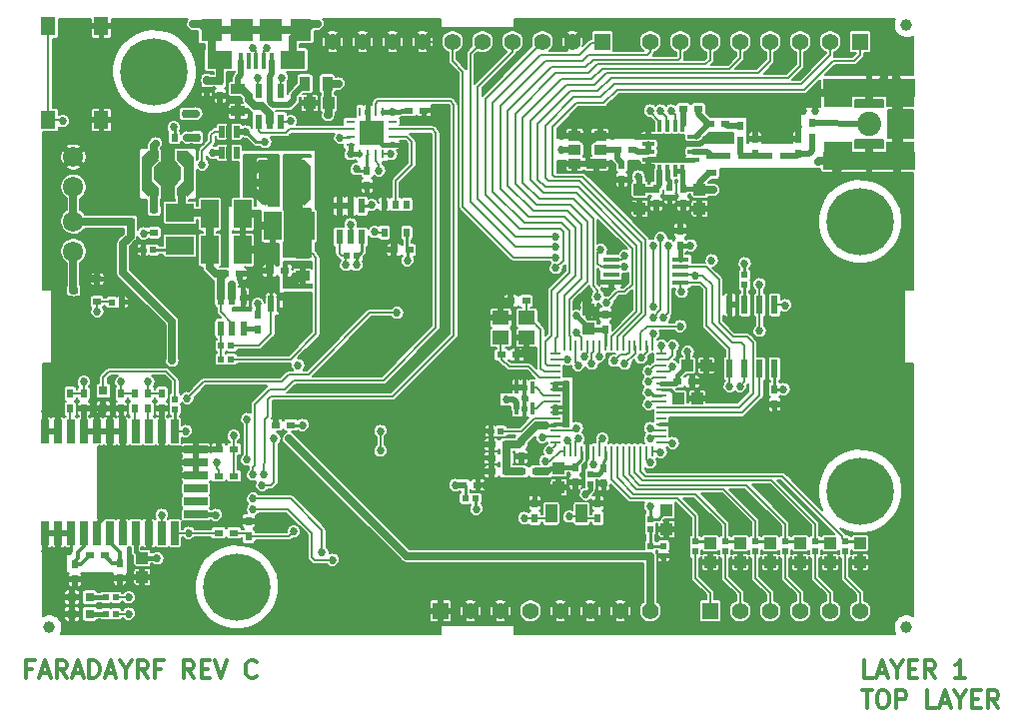
<source format=gtl>
G04 (created by PCBNEW (2013-07-07 BZR 4022)-stable) date 10/30/2016 12:44:05 AM*
%MOIN*%
G04 Gerber Fmt 3.4, Leading zero omitted, Abs format*
%FSLAX34Y34*%
G01*
G70*
G90*
G04 APERTURE LIST*
%ADD10C,0.00590551*%
%ADD11C,0.011811*%
%ADD12C,0.0216535*%
%ADD13R,0.096063X0.096063*%
%ADD14C,0.0807087*%
%ADD15R,0.305512X0.0629921*%
%ADD16C,0.224409*%
%ADD17R,0.0350394X0.0305118*%
%ADD18R,0.034252X0.109843*%
%ADD19R,0.0314961X0.023622*%
%ADD20R,0.0314961X0.0314961*%
%ADD21R,0.0472441X0.0354331*%
%ADD22R,0.0354331X0.0472441*%
%ADD23R,0.0669291X0.0318898*%
%ADD24R,0.0413386X0.0318898*%
%ADD25R,0.0393701X0.0610236*%
%ADD26R,0.0185039X0.0393701*%
%ADD27R,0.0137795X0.0393701*%
%ADD28R,0.0393701X0.0137795*%
%ADD29R,0.0850394X0.0850394*%
%ADD30R,0.0570866X0.0177165*%
%ADD31R,0.0216535X0.0314961*%
%ADD32R,0.023622X0.0610236*%
%ADD33R,0.0244094X0.0480315*%
%ADD34R,0.023622X0.0275591*%
%ADD35R,0.0275591X0.023622*%
%ADD36R,0.023622X0.0314961*%
%ADD37R,0.023622X0.0216535*%
%ADD38R,0.0393701X0.0393701*%
%ADD39R,0.0944882X0.0590551*%
%ADD40R,0.0590551X0.0944882*%
%ADD41R,0.0511811X0.0610236*%
%ADD42R,0.0216535X0.023622*%
%ADD43R,0.055X0.055*%
%ADD44C,0.055*%
%ADD45C,0.0393701*%
%ADD46R,0.0314961X0.0110236*%
%ADD47R,0.0110236X0.0314961*%
%ADD48R,0.0826772X0.0826772*%
%ADD49R,0.015748X0.0531496*%
%ADD50R,0.0826772X0.0629921*%
%ADD51R,0.0708661X0.0748031*%
%ADD52R,0.0748031X0.0748031*%
%ADD53R,0.0275591X0.0787402*%
%ADD54R,0.0787402X0.0275591*%
%ADD55R,0.0110236X0.0334646*%
%ADD56R,0.0334646X0.0110236*%
%ADD57R,0.167323X0.167323*%
%ADD58C,0.0677165*%
%ADD59R,0.0334646X0.0246063*%
%ADD60R,0.0551181X0.0472441*%
%ADD61C,0.027*%
%ADD62C,0.02*%
%ADD63C,0.015*%
%ADD64C,0.025*%
%ADD65C,0.01*%
%ADD66C,0.007*%
%ADD67C,0.005*%
%ADD68C,0.0135*%
%ADD69C,0.0117*%
%ADD70C,0.0113*%
G04 APERTURE END LIST*
G54D10*
G54D11*
X85056Y-61648D02*
X85393Y-61648D01*
X85224Y-62239D02*
X85224Y-61648D01*
X85703Y-61648D02*
X85815Y-61648D01*
X85871Y-61676D01*
X85928Y-61732D01*
X85956Y-61845D01*
X85956Y-62042D01*
X85928Y-62154D01*
X85871Y-62210D01*
X85815Y-62239D01*
X85703Y-62239D01*
X85646Y-62210D01*
X85590Y-62154D01*
X85562Y-62042D01*
X85562Y-61845D01*
X85590Y-61732D01*
X85646Y-61676D01*
X85703Y-61648D01*
X86209Y-62239D02*
X86209Y-61648D01*
X86434Y-61648D01*
X86490Y-61676D01*
X86518Y-61704D01*
X86546Y-61760D01*
X86546Y-61845D01*
X86518Y-61901D01*
X86490Y-61929D01*
X86434Y-61957D01*
X86209Y-61957D01*
X87530Y-62239D02*
X87249Y-62239D01*
X87249Y-61648D01*
X87699Y-62070D02*
X87980Y-62070D01*
X87643Y-62239D02*
X87840Y-61648D01*
X88037Y-62239D01*
X88346Y-61957D02*
X88346Y-62239D01*
X88149Y-61648D02*
X88346Y-61957D01*
X88543Y-61648D01*
X88740Y-61929D02*
X88937Y-61929D01*
X89021Y-62239D02*
X88740Y-62239D01*
X88740Y-61648D01*
X89021Y-61648D01*
X89611Y-62239D02*
X89415Y-61957D01*
X89274Y-62239D02*
X89274Y-61648D01*
X89499Y-61648D01*
X89555Y-61676D01*
X89583Y-61704D01*
X89611Y-61760D01*
X89611Y-61845D01*
X89583Y-61901D01*
X89555Y-61929D01*
X89499Y-61957D01*
X89274Y-61957D01*
X57372Y-60929D02*
X57175Y-60929D01*
X57175Y-61239D02*
X57175Y-60648D01*
X57456Y-60648D01*
X57653Y-61070D02*
X57934Y-61070D01*
X57597Y-61239D02*
X57794Y-60648D01*
X57991Y-61239D01*
X58525Y-61239D02*
X58328Y-60957D01*
X58187Y-61239D02*
X58187Y-60648D01*
X58412Y-60648D01*
X58469Y-60676D01*
X58497Y-60704D01*
X58525Y-60760D01*
X58525Y-60845D01*
X58497Y-60901D01*
X58469Y-60929D01*
X58412Y-60957D01*
X58187Y-60957D01*
X58750Y-61070D02*
X59031Y-61070D01*
X58694Y-61239D02*
X58890Y-60648D01*
X59087Y-61239D01*
X59284Y-61239D02*
X59284Y-60648D01*
X59425Y-60648D01*
X59509Y-60676D01*
X59565Y-60732D01*
X59593Y-60789D01*
X59622Y-60901D01*
X59622Y-60985D01*
X59593Y-61098D01*
X59565Y-61154D01*
X59509Y-61210D01*
X59425Y-61239D01*
X59284Y-61239D01*
X59847Y-61070D02*
X60128Y-61070D01*
X59790Y-61239D02*
X59987Y-60648D01*
X60184Y-61239D01*
X60493Y-60957D02*
X60493Y-61239D01*
X60296Y-60648D02*
X60493Y-60957D01*
X60690Y-60648D01*
X61224Y-61239D02*
X61028Y-60957D01*
X60887Y-61239D02*
X60887Y-60648D01*
X61112Y-60648D01*
X61168Y-60676D01*
X61196Y-60704D01*
X61224Y-60760D01*
X61224Y-60845D01*
X61196Y-60901D01*
X61168Y-60929D01*
X61112Y-60957D01*
X60887Y-60957D01*
X61674Y-60929D02*
X61478Y-60929D01*
X61478Y-61239D02*
X61478Y-60648D01*
X61759Y-60648D01*
X62771Y-61239D02*
X62574Y-60957D01*
X62434Y-61239D02*
X62434Y-60648D01*
X62659Y-60648D01*
X62715Y-60676D01*
X62743Y-60704D01*
X62771Y-60760D01*
X62771Y-60845D01*
X62743Y-60901D01*
X62715Y-60929D01*
X62659Y-60957D01*
X62434Y-60957D01*
X63024Y-60929D02*
X63221Y-60929D01*
X63305Y-61239D02*
X63024Y-61239D01*
X63024Y-60648D01*
X63305Y-60648D01*
X63474Y-60648D02*
X63671Y-61239D01*
X63868Y-60648D01*
X64852Y-61182D02*
X64824Y-61210D01*
X64740Y-61239D01*
X64683Y-61239D01*
X64599Y-61210D01*
X64543Y-61154D01*
X64515Y-61098D01*
X64487Y-60985D01*
X64487Y-60901D01*
X64515Y-60789D01*
X64543Y-60732D01*
X64599Y-60676D01*
X64683Y-60648D01*
X64740Y-60648D01*
X64824Y-60676D01*
X64852Y-60704D01*
X85421Y-61239D02*
X85140Y-61239D01*
X85140Y-60648D01*
X85590Y-61070D02*
X85871Y-61070D01*
X85534Y-61239D02*
X85731Y-60648D01*
X85928Y-61239D01*
X86237Y-60957D02*
X86237Y-61239D01*
X86040Y-60648D02*
X86237Y-60957D01*
X86434Y-60648D01*
X86631Y-60929D02*
X86827Y-60929D01*
X86912Y-61239D02*
X86631Y-61239D01*
X86631Y-60648D01*
X86912Y-60648D01*
X87502Y-61239D02*
X87305Y-60957D01*
X87165Y-61239D02*
X87165Y-60648D01*
X87390Y-60648D01*
X87446Y-60676D01*
X87474Y-60704D01*
X87502Y-60760D01*
X87502Y-60845D01*
X87474Y-60901D01*
X87446Y-60929D01*
X87390Y-60957D01*
X87165Y-60957D01*
X88515Y-61239D02*
X88177Y-61239D01*
X88346Y-61239D02*
X88346Y-60648D01*
X88290Y-60732D01*
X88233Y-60789D01*
X88177Y-60817D01*
G54D12*
X65350Y-48592D02*
X65350Y-48907D01*
G54D13*
X84252Y-41702D03*
X86347Y-41702D03*
X86347Y-43797D03*
G54D14*
X85300Y-42750D03*
G54D15*
X85300Y-43962D03*
X85300Y-41537D03*
G54D13*
X84252Y-43797D03*
G54D16*
X85000Y-46000D03*
X64200Y-58200D03*
X61450Y-41000D03*
X85000Y-55000D03*
G54D10*
G36*
X65154Y-45465D02*
X64933Y-45249D01*
X64933Y-44150D01*
X65154Y-43934D01*
X65154Y-45465D01*
X65154Y-45465D01*
G37*
G36*
X66445Y-43934D02*
X66666Y-44150D01*
X66666Y-45249D01*
X66445Y-45465D01*
X66445Y-43934D01*
X66445Y-43934D01*
G37*
G54D17*
X65329Y-44086D03*
X65329Y-45313D03*
X66270Y-45313D03*
X66270Y-44086D03*
G54D10*
G36*
X64985Y-44184D02*
X65217Y-43952D01*
X65503Y-44239D01*
X65272Y-44470D01*
X64985Y-44184D01*
X64985Y-44184D01*
G37*
G54D18*
X65105Y-44700D03*
G54D10*
G36*
X65217Y-45447D02*
X64985Y-45215D01*
X65272Y-44929D01*
X65503Y-45160D01*
X65217Y-45447D01*
X65217Y-45447D01*
G37*
G36*
X66327Y-44470D02*
X66096Y-44239D01*
X66382Y-43952D01*
X66614Y-44184D01*
X66327Y-44470D01*
X66327Y-44470D01*
G37*
G36*
X66096Y-45160D02*
X66327Y-44929D01*
X66614Y-45215D01*
X66382Y-45447D01*
X66096Y-45160D01*
X66096Y-45160D01*
G37*
G54D18*
X66494Y-44700D03*
G54D10*
G36*
X61254Y-45165D02*
X61033Y-44949D01*
X61033Y-43850D01*
X61254Y-43634D01*
X61254Y-45165D01*
X61254Y-45165D01*
G37*
G36*
X62545Y-43634D02*
X62766Y-43850D01*
X62766Y-44949D01*
X62545Y-45165D01*
X62545Y-43634D01*
X62545Y-43634D01*
G37*
G54D17*
X61429Y-43786D03*
X61429Y-45013D03*
X62370Y-45013D03*
X62370Y-43786D03*
G54D10*
G36*
X61085Y-43884D02*
X61317Y-43652D01*
X61603Y-43939D01*
X61372Y-44170D01*
X61085Y-43884D01*
X61085Y-43884D01*
G37*
G54D18*
X61205Y-44400D03*
G54D10*
G36*
X61317Y-45147D02*
X61085Y-44915D01*
X61372Y-44629D01*
X61603Y-44860D01*
X61317Y-45147D01*
X61317Y-45147D01*
G37*
G36*
X62427Y-44170D02*
X62196Y-43939D01*
X62482Y-43652D01*
X62714Y-43884D01*
X62427Y-44170D01*
X62427Y-44170D01*
G37*
G36*
X62196Y-44860D02*
X62427Y-44629D01*
X62714Y-44915D01*
X62482Y-45147D01*
X62196Y-44860D01*
X62196Y-44860D01*
G37*
G54D18*
X62594Y-44400D03*
G54D19*
X64105Y-56400D03*
X63598Y-56400D03*
G54D20*
X58704Y-59100D03*
X59295Y-59100D03*
X58704Y-58550D03*
X59295Y-58550D03*
G54D21*
X64250Y-41575D03*
X64250Y-42324D03*
G54D22*
X66475Y-41400D03*
X67224Y-41400D03*
G54D21*
X66400Y-47075D03*
X66400Y-47824D03*
G54D23*
X76195Y-44070D03*
G54D24*
X76323Y-43600D03*
X76323Y-43129D03*
X75476Y-43129D03*
X75476Y-43600D03*
X75476Y-44070D03*
G54D25*
X75711Y-55750D03*
X74688Y-55750D03*
G54D26*
X64205Y-42995D03*
X63950Y-42995D03*
X63694Y-42995D03*
X63694Y-43704D03*
X63950Y-43704D03*
X64205Y-43704D03*
G54D27*
X78316Y-44298D03*
X78572Y-44298D03*
X78827Y-44298D03*
X79083Y-44298D03*
X79083Y-42801D03*
X78827Y-42801D03*
X78572Y-42801D03*
X78316Y-42801D03*
G54D28*
X79448Y-43933D03*
X79448Y-43677D03*
X79448Y-43422D03*
X79448Y-43166D03*
X77951Y-43166D03*
X77951Y-43422D03*
X77951Y-43677D03*
X77951Y-43933D03*
G54D29*
X78700Y-43550D03*
G54D30*
X76688Y-47266D03*
X76688Y-47522D03*
X76688Y-47777D03*
X76688Y-48033D03*
X79011Y-48033D03*
X79011Y-47777D03*
X79011Y-47522D03*
X79011Y-47266D03*
G54D31*
X69874Y-45427D03*
X69500Y-45427D03*
X69125Y-45427D03*
X69125Y-46372D03*
X69874Y-46372D03*
G54D32*
X82150Y-48787D03*
X81650Y-48787D03*
X81150Y-48787D03*
X80650Y-48787D03*
X80650Y-50912D03*
X81150Y-50912D03*
X81650Y-50912D03*
X82150Y-50912D03*
G54D33*
X64424Y-48534D03*
X64050Y-48534D03*
X63675Y-48534D03*
X63675Y-49565D03*
X64050Y-49565D03*
X64424Y-49565D03*
X64925Y-42665D03*
X65300Y-42665D03*
X65674Y-42665D03*
X65674Y-41634D03*
X65300Y-41634D03*
X64925Y-41634D03*
X68374Y-45484D03*
X68000Y-45484D03*
X67625Y-45484D03*
X67625Y-46515D03*
X68000Y-46515D03*
X68374Y-46515D03*
G54D34*
X62125Y-43193D03*
X62874Y-43193D03*
X62500Y-42406D03*
G54D35*
X61443Y-46374D03*
X61443Y-45625D03*
X60656Y-46000D03*
X59543Y-48674D03*
X59543Y-47925D03*
X58756Y-48300D03*
G54D36*
X77050Y-44094D03*
X77050Y-44601D03*
X82950Y-43755D03*
X82950Y-43248D03*
X81500Y-43755D03*
X81500Y-43248D03*
G54D19*
X77405Y-43600D03*
X76898Y-43600D03*
G54D36*
X83400Y-42694D03*
X83400Y-43201D03*
G54D19*
X82455Y-43800D03*
X81948Y-43800D03*
G54D37*
X60032Y-48700D03*
X60367Y-48700D03*
G54D38*
X78935Y-51900D03*
X79564Y-51900D03*
G54D39*
X62300Y-45698D03*
X62300Y-46801D03*
G54D27*
X73544Y-52254D03*
X73800Y-52254D03*
X74055Y-52254D03*
X74055Y-51545D03*
X73800Y-51545D03*
X73544Y-51545D03*
G54D37*
X61082Y-46950D03*
X61417Y-46950D03*
G54D19*
X63794Y-47750D03*
X64301Y-47750D03*
G54D36*
X82150Y-51594D03*
X82150Y-52101D03*
G54D40*
X63298Y-45750D03*
X64401Y-45750D03*
G54D38*
X83000Y-56735D03*
X83000Y-57364D03*
X85000Y-56735D03*
X85000Y-57364D03*
X82000Y-56735D03*
X82000Y-57364D03*
X81000Y-56735D03*
X81000Y-57364D03*
X80000Y-56735D03*
X80000Y-57364D03*
X78550Y-55635D03*
X78550Y-56264D03*
X84000Y-56735D03*
X84000Y-57364D03*
X77650Y-45564D03*
X77650Y-44935D03*
X79650Y-45564D03*
X79650Y-44935D03*
X74950Y-54235D03*
X74950Y-54864D03*
X79235Y-50800D03*
X79864Y-50800D03*
X75950Y-49564D03*
X75950Y-48935D03*
X67264Y-42050D03*
X66635Y-42050D03*
X61050Y-57235D03*
X61050Y-57864D03*
G54D19*
X64105Y-54500D03*
X63598Y-54500D03*
G54D41*
X57914Y-42614D03*
X57914Y-39485D03*
X59685Y-42614D03*
X59685Y-39485D03*
G54D19*
X80505Y-42750D03*
X79998Y-42750D03*
X81055Y-43800D03*
X80548Y-43800D03*
G54D36*
X79000Y-46805D03*
X79000Y-46298D03*
G54D19*
X66005Y-52800D03*
X65498Y-52800D03*
X64105Y-53600D03*
X63598Y-53600D03*
X65805Y-47650D03*
X65298Y-47650D03*
G54D36*
X64900Y-49605D03*
X64900Y-49098D03*
X78200Y-45405D03*
X78200Y-44898D03*
X64600Y-56505D03*
X64600Y-55998D03*
G54D19*
X71744Y-54800D03*
X72251Y-54800D03*
G54D36*
X74150Y-55905D03*
X74150Y-55398D03*
X76250Y-55905D03*
X76250Y-55398D03*
G54D19*
X73044Y-50450D03*
X73551Y-50450D03*
X73855Y-48650D03*
X73348Y-48650D03*
X73205Y-53450D03*
X72698Y-53450D03*
G54D36*
X73700Y-53344D03*
X73700Y-53851D03*
G54D19*
X73205Y-53900D03*
X72698Y-53900D03*
G54D36*
X75500Y-54194D03*
X75500Y-54701D03*
G54D19*
X78894Y-51350D03*
X79401Y-51350D03*
G54D36*
X76500Y-49605D03*
X76500Y-49098D03*
G54D19*
X69955Y-46950D03*
X69448Y-46950D03*
X73205Y-54350D03*
X72698Y-54350D03*
X69944Y-42300D03*
X70451Y-42300D03*
G54D36*
X68550Y-44294D03*
X68550Y-44801D03*
X79100Y-45405D03*
X79100Y-44898D03*
X63650Y-41294D03*
X63650Y-41801D03*
G54D19*
X79605Y-42250D03*
X79098Y-42250D03*
G54D36*
X76450Y-54244D03*
X76450Y-54751D03*
X61700Y-51744D03*
X61700Y-52251D03*
X60350Y-51744D03*
X60350Y-52251D03*
G54D19*
X59294Y-57150D03*
X59801Y-57150D03*
G54D36*
X59100Y-51744D03*
X59100Y-52251D03*
G54D42*
X84500Y-57017D03*
X84500Y-56682D03*
X62150Y-52267D03*
X62150Y-51932D03*
X83500Y-57017D03*
X83500Y-56682D03*
X82500Y-57017D03*
X82500Y-56682D03*
X81500Y-57017D03*
X81500Y-56682D03*
X80500Y-57017D03*
X80500Y-56682D03*
X79500Y-57017D03*
X79500Y-56682D03*
X78000Y-57167D03*
X78000Y-56832D03*
X78450Y-56832D03*
X78450Y-57167D03*
X76000Y-54767D03*
X76000Y-54432D03*
X81150Y-48117D03*
X81150Y-47782D03*
X78650Y-44882D03*
X78650Y-45217D03*
G54D37*
X60167Y-59100D03*
X59832Y-59100D03*
G54D42*
X63200Y-41617D03*
X63200Y-41282D03*
G54D37*
X60167Y-58550D03*
X59832Y-58550D03*
X72167Y-55250D03*
X71832Y-55250D03*
X68217Y-47150D03*
X67882Y-47150D03*
X63682Y-50150D03*
X64017Y-50150D03*
X73017Y-53000D03*
X72682Y-53000D03*
X64017Y-50600D03*
X63682Y-50600D03*
G54D36*
X58650Y-52255D03*
X58650Y-51748D03*
X60300Y-57394D03*
X60300Y-57901D03*
X58800Y-57444D03*
X58800Y-57951D03*
X61250Y-52255D03*
X61250Y-51748D03*
X60800Y-52255D03*
X60800Y-51748D03*
X81000Y-43305D03*
X81000Y-42798D03*
G54D19*
X73694Y-54350D03*
X74201Y-54350D03*
G54D40*
X63298Y-46950D03*
X64401Y-46950D03*
X66501Y-46150D03*
X65398Y-46150D03*
G54D43*
X80000Y-59000D03*
G54D44*
X81000Y-59000D03*
X82000Y-59000D03*
X83000Y-59000D03*
X84000Y-59000D03*
X85000Y-59000D03*
G54D43*
X85000Y-40000D03*
G54D44*
X84000Y-40000D03*
X83000Y-40000D03*
X82000Y-40000D03*
X81000Y-40000D03*
X80000Y-40000D03*
X79000Y-40000D03*
X78000Y-40000D03*
G54D43*
X76400Y-40000D03*
G54D44*
X75400Y-40000D03*
X74400Y-40000D03*
X73400Y-40000D03*
X72400Y-40000D03*
X71400Y-40000D03*
X70400Y-40000D03*
X69400Y-40000D03*
X68400Y-40000D03*
X67400Y-40000D03*
G54D43*
X71000Y-59000D03*
G54D44*
X72000Y-59000D03*
X73000Y-59000D03*
X74000Y-59000D03*
X75000Y-59000D03*
X76000Y-59000D03*
X77000Y-59000D03*
X78000Y-59000D03*
G54D45*
X86550Y-39450D03*
X86550Y-59550D03*
X57950Y-59550D03*
G54D42*
X78000Y-56267D03*
X78000Y-55932D03*
G54D46*
X69408Y-43433D03*
X69408Y-43177D03*
X69408Y-42922D03*
X69408Y-42666D03*
G54D47*
X69083Y-42341D03*
X68827Y-42341D03*
X68572Y-42341D03*
X68316Y-42341D03*
G54D46*
X67991Y-42666D03*
X67991Y-42922D03*
X67991Y-43177D03*
X67991Y-43433D03*
G54D47*
X68316Y-43758D03*
X68572Y-43758D03*
X68827Y-43758D03*
X69083Y-43758D03*
G54D48*
X68700Y-43050D03*
G54D49*
X65361Y-40653D03*
X65105Y-40653D03*
X64850Y-40653D03*
X64594Y-40653D03*
X64338Y-40653D03*
G54D50*
X66070Y-40603D03*
G54D51*
X66346Y-39600D03*
G54D52*
X65322Y-39600D03*
X64377Y-39600D03*
G54D51*
X63353Y-39600D03*
G54D50*
X63629Y-40603D03*
G54D53*
X57801Y-56400D03*
X58234Y-56400D03*
X58667Y-56400D03*
X59100Y-56400D03*
X59533Y-56400D03*
X59966Y-56400D03*
X60400Y-56400D03*
X60833Y-56400D03*
X61266Y-56400D03*
X61699Y-56400D03*
X62132Y-56400D03*
G54D54*
X62840Y-55782D03*
X62840Y-55349D03*
X62840Y-54916D03*
X62840Y-54483D03*
X62840Y-54050D03*
X62840Y-53617D03*
G54D53*
X62132Y-52999D03*
X61699Y-52999D03*
X61266Y-52999D03*
X60833Y-52999D03*
X60400Y-52999D03*
X59966Y-52999D03*
X59533Y-52999D03*
X59100Y-52999D03*
X58667Y-52999D03*
X58234Y-52999D03*
X57801Y-52999D03*
G54D42*
X65350Y-48582D03*
X65350Y-48917D03*
G54D55*
X76501Y-53661D03*
X76304Y-53661D03*
X76107Y-53661D03*
X75911Y-53661D03*
X75714Y-53661D03*
X75517Y-53661D03*
X75320Y-53661D03*
X75123Y-53661D03*
X76698Y-53661D03*
X76895Y-53661D03*
X77092Y-53661D03*
X77288Y-53661D03*
X77485Y-53661D03*
X77682Y-53661D03*
X77879Y-53661D03*
X78076Y-53661D03*
G54D56*
X78361Y-53376D03*
X78361Y-53179D03*
X78361Y-52982D03*
X78361Y-52785D03*
X78361Y-52588D03*
X78361Y-52392D03*
X78361Y-52195D03*
X78361Y-51998D03*
X78361Y-51801D03*
X78361Y-51604D03*
X78361Y-51407D03*
X78361Y-51211D03*
X78361Y-51014D03*
X78361Y-50817D03*
X78361Y-50620D03*
X78361Y-50423D03*
X74838Y-53376D03*
X74838Y-53179D03*
X74838Y-52982D03*
X74838Y-52785D03*
X74838Y-52588D03*
X74838Y-52392D03*
X74838Y-52195D03*
X74838Y-51998D03*
X74838Y-51801D03*
X74838Y-51604D03*
X74838Y-51407D03*
X74838Y-51211D03*
X74838Y-51014D03*
X74838Y-50817D03*
X74838Y-50620D03*
X74838Y-50423D03*
G54D55*
X75123Y-50138D03*
X75320Y-50138D03*
X75517Y-50138D03*
X75714Y-50138D03*
X75911Y-50138D03*
X76107Y-50138D03*
X76304Y-50138D03*
X76501Y-50138D03*
X76698Y-50138D03*
X76895Y-50138D03*
X77092Y-50138D03*
X77288Y-50138D03*
X77485Y-50138D03*
X77682Y-50138D03*
X77879Y-50138D03*
X78076Y-50138D03*
G54D57*
X76600Y-51900D03*
G54D20*
X59750Y-52245D03*
X59750Y-51654D03*
G54D58*
X58750Y-46000D03*
X58750Y-47000D03*
X58750Y-44850D03*
X58750Y-43850D03*
G54D59*
X80050Y-44385D03*
X80050Y-43814D03*
G54D60*
X73016Y-49215D03*
X73016Y-49884D03*
X73883Y-49884D03*
X73883Y-49215D03*
G54D61*
X80100Y-44950D03*
X61550Y-57250D03*
X65950Y-48050D03*
X77600Y-44500D03*
X79350Y-46800D03*
X79250Y-50350D03*
X75550Y-49150D03*
X82450Y-51600D03*
X81150Y-47400D03*
X75850Y-55100D03*
X74550Y-54350D03*
X72200Y-55600D03*
X66250Y-50800D03*
X63500Y-55800D03*
X67600Y-41400D03*
X63400Y-43700D03*
X67250Y-42450D03*
X68200Y-44250D03*
X69900Y-47300D03*
X75550Y-49700D03*
X76550Y-48700D03*
X75600Y-50800D03*
X76250Y-48500D03*
X66100Y-56350D03*
X78375Y-50150D03*
X75250Y-50600D03*
X69550Y-49050D03*
X62550Y-51900D03*
X60350Y-51350D03*
X64550Y-52600D03*
X64550Y-53950D03*
X78350Y-53700D03*
X61250Y-51350D03*
X77150Y-47150D03*
X80050Y-47300D03*
X77950Y-52100D03*
X79000Y-49500D03*
X82500Y-48800D03*
X77950Y-51700D03*
X59550Y-49000D03*
X65450Y-53250D03*
X58400Y-42650D03*
X78750Y-53400D03*
X65050Y-54800D03*
X78000Y-54050D03*
X78000Y-55500D03*
X64750Y-55600D03*
X77700Y-50550D03*
X67400Y-57300D03*
X60600Y-59100D03*
X64750Y-55250D03*
X78100Y-49750D03*
X67050Y-57050D03*
X60600Y-58550D03*
X75300Y-55850D03*
X76400Y-53250D03*
X73800Y-55900D03*
X76100Y-54100D03*
X74500Y-54000D03*
X74400Y-53200D03*
X75550Y-52900D03*
X66400Y-52800D03*
X75250Y-53300D03*
X68950Y-44300D03*
X74650Y-53650D03*
X75600Y-53250D03*
X69350Y-43750D03*
X69000Y-53650D03*
X69000Y-53000D03*
X71500Y-54800D03*
X64100Y-53150D03*
X76800Y-50650D03*
X77150Y-50750D03*
X59100Y-51350D03*
X64700Y-44700D03*
X64900Y-48750D03*
X64050Y-48100D03*
X73200Y-51950D03*
X75050Y-43600D03*
X78700Y-42300D03*
X78600Y-46800D03*
X78450Y-49200D03*
X76300Y-50500D03*
X78350Y-42300D03*
X76050Y-50750D03*
X78100Y-49200D03*
X78350Y-46550D03*
X78000Y-42300D03*
X78100Y-48850D03*
X78100Y-46800D03*
X75800Y-50500D03*
X74850Y-47550D03*
X78750Y-50150D03*
X74850Y-46850D03*
X76350Y-46950D03*
X77150Y-47500D03*
X77950Y-51000D03*
X81650Y-49650D03*
X81640Y-48100D03*
X79050Y-48350D03*
X74850Y-46500D03*
X78750Y-50850D03*
X80650Y-51500D03*
X74850Y-47200D03*
X79500Y-47800D03*
X81000Y-51500D03*
X77950Y-51350D03*
X65100Y-54450D03*
X78000Y-53250D03*
X64750Y-54450D03*
X78000Y-52900D03*
X80450Y-43200D03*
X71100Y-54300D03*
X71100Y-52300D03*
X71100Y-55300D03*
X71700Y-49150D03*
X71150Y-47000D03*
X71150Y-46600D03*
X71150Y-48600D03*
X71150Y-48200D03*
X71150Y-47800D03*
X71150Y-47400D03*
X71100Y-51300D03*
X71550Y-52750D03*
X71150Y-40950D03*
X71150Y-41750D03*
X71150Y-42600D03*
X71150Y-43400D03*
X71150Y-44200D03*
X71150Y-45000D03*
X71150Y-45800D03*
X69500Y-46600D03*
X71150Y-46200D03*
X71150Y-45400D03*
X71150Y-44600D03*
X71150Y-43800D03*
X71150Y-43000D03*
X71150Y-42250D03*
X71150Y-41350D03*
X72350Y-40950D03*
X74100Y-47550D03*
X73300Y-47550D03*
X72500Y-47550D03*
X72900Y-47550D03*
X73700Y-47550D03*
X74500Y-47550D03*
X72500Y-49200D03*
X72500Y-47150D03*
X72500Y-47950D03*
X72500Y-48800D03*
X72500Y-49600D03*
X72500Y-50400D03*
X72850Y-51550D03*
X73250Y-51550D03*
X72500Y-51200D03*
X72500Y-50800D03*
X72500Y-50000D03*
X72500Y-48400D03*
X72500Y-46750D03*
X73100Y-52600D03*
X72300Y-53450D03*
X72700Y-52600D03*
X67100Y-46300D03*
X67100Y-47200D03*
X67100Y-48200D03*
X65700Y-48500D03*
X65650Y-50000D03*
X65650Y-51000D03*
X63950Y-51000D03*
X62950Y-51000D03*
X62950Y-49450D03*
X62950Y-48450D03*
X62450Y-47950D03*
X61950Y-47450D03*
X60750Y-47450D03*
X61450Y-47450D03*
X62450Y-47450D03*
X62950Y-47950D03*
X62950Y-48950D03*
X62950Y-50250D03*
X63450Y-51000D03*
X64450Y-51000D03*
X65150Y-51000D03*
X65650Y-50350D03*
X65650Y-49500D03*
X65700Y-49000D03*
X67100Y-47700D03*
X67100Y-46700D03*
X83250Y-44350D03*
X82450Y-44350D03*
X81650Y-44350D03*
X80850Y-44350D03*
X80450Y-44750D03*
X80450Y-45550D03*
X80050Y-45950D03*
X79650Y-45950D03*
X80450Y-45950D03*
X80450Y-45150D03*
X80450Y-44350D03*
X81250Y-44350D03*
X82050Y-44350D03*
X82850Y-44350D03*
X83600Y-44350D03*
X60750Y-44150D03*
X61900Y-43850D03*
X63000Y-40450D03*
X63000Y-40950D03*
X62750Y-39950D03*
X62900Y-42000D03*
X62900Y-41600D03*
X62600Y-42000D03*
X86350Y-53200D03*
X85350Y-53200D03*
X84200Y-53200D03*
X83700Y-53700D03*
X83200Y-54200D03*
X82200Y-54200D03*
X81200Y-54200D03*
X80200Y-54200D03*
X79200Y-54200D03*
X78950Y-55750D03*
X79700Y-54200D03*
X80700Y-54200D03*
X81700Y-54200D03*
X82700Y-54200D03*
X83700Y-54200D03*
X83700Y-53200D03*
X84650Y-53200D03*
X85850Y-53200D03*
X86650Y-53200D03*
X78950Y-58750D03*
X78950Y-57750D03*
X78950Y-56750D03*
X78950Y-57250D03*
X78950Y-58250D03*
X78950Y-59250D03*
X71900Y-40000D03*
X72900Y-40000D03*
X66250Y-43200D03*
X67250Y-43200D03*
X67600Y-44050D03*
X67600Y-44550D03*
X67600Y-43550D03*
X66750Y-43200D03*
X67600Y-45050D03*
X63550Y-44700D03*
X64900Y-45750D03*
X63050Y-44700D03*
X61750Y-42700D03*
X60750Y-42700D03*
X60750Y-43650D03*
X60750Y-44650D03*
X60750Y-45650D03*
X60750Y-45150D03*
X60750Y-43200D03*
X61250Y-42700D03*
X62150Y-42450D03*
X60750Y-46950D03*
X72500Y-54800D03*
X72850Y-55850D03*
X77200Y-45400D03*
X76350Y-46200D03*
X78200Y-45800D03*
X77700Y-45950D03*
X76200Y-44450D03*
X76600Y-44800D03*
X83100Y-42300D03*
X82700Y-41900D03*
X81900Y-41900D03*
X81100Y-41900D03*
X80300Y-41900D03*
X79500Y-41900D03*
X78700Y-41950D03*
X77900Y-41950D03*
X77500Y-42350D03*
X77100Y-42750D03*
X76700Y-42750D03*
X77500Y-42750D03*
X77500Y-41950D03*
X78300Y-41950D03*
X79100Y-41900D03*
X79900Y-41900D03*
X80700Y-41900D03*
X81500Y-41900D03*
X82300Y-41900D03*
X83100Y-41900D03*
X83500Y-42300D03*
X76300Y-42750D03*
X75900Y-42750D03*
X75500Y-42750D03*
X86500Y-55900D03*
X86500Y-54000D03*
X86550Y-57650D03*
X85700Y-50150D03*
X85400Y-52450D03*
X82150Y-52450D03*
X85400Y-47950D03*
X84200Y-44450D03*
X86250Y-44450D03*
X86200Y-43100D03*
X85300Y-43450D03*
X83600Y-44000D03*
X86200Y-42400D03*
X85300Y-42050D03*
X83550Y-41700D03*
X85800Y-41000D03*
X86200Y-41000D03*
X77900Y-52500D03*
X76450Y-50850D03*
X76100Y-52950D03*
X64000Y-52600D03*
X65500Y-52450D03*
X83000Y-56250D03*
X81000Y-56250D03*
X78950Y-56250D03*
X80000Y-56250D03*
X82000Y-56250D03*
X83800Y-56250D03*
X70800Y-42300D03*
X64250Y-56000D03*
X61450Y-57850D03*
X64700Y-47750D03*
X63950Y-43350D03*
X65300Y-47300D03*
X64900Y-46950D03*
X64900Y-46150D03*
X66650Y-42450D03*
X63650Y-42150D03*
X64250Y-41950D03*
X75050Y-43150D03*
X76750Y-43150D03*
X75900Y-43600D03*
X75050Y-44100D03*
X77050Y-44950D03*
X79100Y-45800D03*
X78650Y-45550D03*
X77950Y-44200D03*
X77950Y-42900D03*
X77550Y-43150D03*
X81500Y-42900D03*
X82950Y-42850D03*
X60350Y-49000D03*
X59150Y-47900D03*
X73900Y-50350D03*
X58200Y-52350D03*
X60400Y-53600D03*
X58300Y-58550D03*
X60000Y-57900D03*
X59150Y-57950D03*
X80250Y-50900D03*
X79950Y-51900D03*
X79800Y-51350D03*
X77150Y-48000D03*
X75800Y-48550D03*
X80000Y-57750D03*
X81000Y-57750D03*
X82000Y-57750D03*
X83000Y-57750D03*
X84000Y-57750D03*
X85000Y-57750D03*
X78450Y-57500D03*
X74150Y-55050D03*
X74550Y-55050D03*
X75500Y-55100D03*
X74050Y-53750D03*
X72250Y-54350D03*
X76550Y-55150D03*
X78750Y-52750D03*
X59650Y-40000D03*
X59700Y-42100D03*
X57800Y-52350D03*
X58600Y-57000D03*
X57800Y-57000D03*
X75550Y-51550D03*
X75550Y-52250D03*
X75550Y-51900D03*
X68800Y-45800D03*
X80650Y-48250D03*
X71500Y-53800D03*
X73800Y-51150D03*
X69750Y-43450D03*
X68550Y-41950D03*
X68000Y-45050D03*
X60400Y-55800D03*
X58250Y-57000D03*
X61300Y-55800D03*
X62200Y-54450D03*
X62200Y-54050D03*
X62200Y-53650D03*
X61700Y-53600D03*
X75950Y-53250D03*
X66900Y-39400D03*
X62750Y-39400D03*
X63050Y-44100D03*
X68800Y-46350D03*
X68000Y-46100D03*
X62100Y-42850D03*
X61500Y-43400D03*
X62550Y-43200D03*
X68200Y-47450D03*
X61100Y-46400D03*
X67850Y-47450D03*
X65150Y-43350D03*
X68700Y-45450D03*
X64500Y-43000D03*
X62850Y-42400D03*
X69400Y-42350D03*
X68000Y-43750D03*
X64900Y-41200D03*
X64750Y-40200D03*
X65200Y-40200D03*
X65700Y-41200D03*
X66000Y-42650D03*
X67650Y-43200D03*
X62600Y-56400D03*
X61700Y-55800D03*
X63550Y-54050D03*
X62500Y-53000D03*
X62050Y-50650D03*
X65950Y-53250D03*
G54D62*
X79650Y-44935D02*
X79650Y-44700D01*
G54D63*
X79964Y-44385D02*
X80050Y-44385D01*
G54D62*
X79650Y-44700D02*
X79964Y-44385D01*
G54D64*
X79650Y-44935D02*
X80085Y-44935D01*
X80085Y-44935D02*
X80100Y-44950D01*
G54D63*
X78361Y-51407D02*
X78836Y-51407D01*
X78836Y-51407D02*
X78894Y-51350D01*
X61050Y-57235D02*
X61535Y-57235D01*
X61535Y-57235D02*
X61550Y-57250D01*
X60833Y-56400D02*
X60833Y-57018D01*
X60833Y-57018D02*
X61050Y-57235D01*
G54D64*
X66325Y-47824D02*
X66100Y-48050D01*
X66100Y-48050D02*
X65950Y-48050D01*
X66400Y-47824D02*
X66325Y-47824D01*
G54D62*
X77650Y-44935D02*
X78162Y-44935D01*
G54D63*
X78162Y-44935D02*
X78200Y-44898D01*
G54D62*
X77650Y-44935D02*
X77650Y-44550D01*
X77650Y-44550D02*
X77600Y-44500D01*
G54D63*
X79000Y-46805D02*
X79344Y-46805D01*
X79344Y-46805D02*
X79350Y-46800D01*
X79000Y-46805D02*
X79000Y-47254D01*
X79000Y-47254D02*
X79011Y-47266D01*
G54D62*
X78316Y-44298D02*
X78316Y-44781D01*
X78316Y-44781D02*
X78200Y-44898D01*
G54D63*
X78827Y-44298D02*
X79083Y-44298D01*
X79100Y-44898D02*
X79612Y-44898D01*
X79612Y-44898D02*
X79650Y-44935D01*
X79083Y-44298D02*
X79083Y-44881D01*
X79083Y-44881D02*
X79100Y-44898D01*
X79235Y-50800D02*
X79235Y-50814D01*
X78894Y-51155D02*
X78894Y-51350D01*
X79235Y-50814D02*
X78894Y-51155D01*
X79235Y-50800D02*
X79235Y-50364D01*
X79235Y-50364D02*
X79250Y-50350D01*
X75950Y-49564D02*
X75950Y-49550D01*
X75950Y-49550D02*
X75550Y-49150D01*
X76500Y-49605D02*
X75990Y-49605D01*
X75990Y-49605D02*
X75950Y-49564D01*
G54D65*
X76501Y-50138D02*
X76501Y-49607D01*
X76501Y-49607D02*
X76500Y-49605D01*
X82150Y-51594D02*
X82444Y-51594D01*
X82444Y-51594D02*
X82450Y-51600D01*
X82150Y-51594D02*
X82150Y-50912D01*
X81150Y-47400D02*
X81150Y-47782D01*
G54D63*
X76000Y-54767D02*
X76000Y-54950D01*
X76000Y-54950D02*
X75850Y-55100D01*
G54D64*
X74201Y-54350D02*
X74550Y-54350D01*
G54D63*
X74664Y-54235D02*
X74550Y-54350D01*
X74664Y-54235D02*
X74950Y-54235D01*
X75500Y-54194D02*
X74990Y-54194D01*
X74990Y-54194D02*
X74950Y-54235D01*
G54D65*
X75714Y-53661D02*
X75714Y-53935D01*
X75500Y-54150D02*
X75500Y-54194D01*
X75714Y-53935D02*
X75500Y-54150D01*
G54D63*
X74954Y-54300D02*
X75050Y-54204D01*
G54D65*
X74954Y-54300D02*
X75050Y-54204D01*
X72167Y-55250D02*
X72167Y-55567D01*
X72167Y-55567D02*
X72200Y-55600D01*
X82150Y-51562D02*
X82160Y-51572D01*
G54D63*
X62840Y-55782D02*
X63482Y-55782D01*
X63482Y-55782D02*
X63500Y-55800D01*
X73950Y-58950D02*
X74000Y-59000D01*
X73950Y-58950D02*
X74000Y-59000D01*
G54D64*
X67224Y-41400D02*
X67600Y-41400D01*
G54D65*
X68550Y-44294D02*
X68244Y-44294D01*
X68244Y-44294D02*
X68200Y-44250D01*
X68550Y-44294D02*
X68550Y-43780D01*
X68550Y-43780D02*
X68572Y-43758D01*
G54D62*
X63404Y-43704D02*
X63400Y-43700D01*
X63694Y-43704D02*
X63404Y-43704D01*
G54D64*
X67264Y-42435D02*
X67264Y-42050D01*
X67264Y-42435D02*
X67250Y-42450D01*
X67224Y-41400D02*
X67224Y-42009D01*
X67224Y-42009D02*
X67264Y-42050D01*
G54D65*
X69887Y-46950D02*
X69887Y-47287D01*
X69887Y-47287D02*
X69900Y-47300D01*
G54D66*
X69887Y-47287D02*
X69900Y-47300D01*
G54D65*
X68212Y-44262D02*
X68200Y-44250D01*
X69874Y-46372D02*
X69874Y-46937D01*
X69874Y-46937D02*
X69887Y-46950D01*
G54D66*
X77092Y-50138D02*
X77092Y-49857D01*
X85000Y-40450D02*
X85000Y-40000D01*
X84800Y-40650D02*
X85000Y-40450D01*
X84100Y-40650D02*
X84800Y-40650D01*
X83150Y-41600D02*
X84100Y-40650D01*
X76900Y-41600D02*
X83150Y-41600D01*
X76450Y-42050D02*
X76900Y-41600D01*
X75550Y-42050D02*
X76450Y-42050D01*
X74750Y-42850D02*
X75550Y-42050D01*
X74750Y-44450D02*
X74750Y-42850D01*
X74800Y-44500D02*
X74750Y-44450D01*
X75750Y-44500D02*
X74800Y-44500D01*
X77850Y-46600D02*
X75750Y-44500D01*
X77850Y-49100D02*
X77850Y-46600D01*
X77092Y-49857D02*
X77850Y-49100D01*
X76895Y-50138D02*
X76895Y-49854D01*
X84000Y-40450D02*
X84000Y-40000D01*
X83050Y-41400D02*
X84000Y-40450D01*
X76800Y-41400D02*
X83050Y-41400D01*
X76350Y-41850D02*
X76800Y-41400D01*
X75450Y-41850D02*
X76350Y-41850D01*
X74500Y-42800D02*
X75450Y-41850D01*
X74500Y-44550D02*
X74500Y-42800D01*
X74600Y-44650D02*
X74500Y-44550D01*
X75650Y-44650D02*
X74600Y-44650D01*
X77700Y-46700D02*
X75650Y-44650D01*
X77700Y-49050D02*
X77700Y-46700D01*
X76895Y-49854D02*
X77700Y-49050D01*
X76698Y-50138D02*
X76698Y-49851D01*
X83000Y-40800D02*
X83000Y-40000D01*
X82600Y-41200D02*
X83000Y-40800D01*
X76700Y-41200D02*
X82600Y-41200D01*
X76250Y-41650D02*
X76700Y-41200D01*
X75350Y-41650D02*
X76250Y-41650D01*
X74250Y-42750D02*
X75350Y-41650D01*
X74250Y-44600D02*
X74250Y-42750D01*
X74500Y-44850D02*
X74250Y-44600D01*
X75600Y-44850D02*
X74500Y-44850D01*
X77550Y-46800D02*
X75600Y-44850D01*
X77550Y-49000D02*
X77550Y-46800D01*
X76698Y-49851D02*
X77550Y-49000D01*
X77400Y-46900D02*
X77400Y-48100D01*
X76900Y-48350D02*
X76550Y-48700D01*
X75714Y-49864D02*
X75550Y-49700D01*
X75714Y-50138D02*
X75714Y-49864D01*
X74000Y-44600D02*
X74000Y-42650D01*
X76550Y-41050D02*
X81600Y-41050D01*
X81600Y-41050D02*
X82000Y-40650D01*
X82000Y-40650D02*
X82000Y-40000D01*
X77400Y-46900D02*
X76450Y-45950D01*
X76450Y-45950D02*
X76450Y-45950D01*
X76450Y-45950D02*
X75550Y-45050D01*
X75550Y-45050D02*
X74450Y-45050D01*
X74450Y-45050D02*
X74000Y-44600D01*
X76150Y-41450D02*
X76550Y-41050D01*
X75200Y-41450D02*
X76150Y-41450D01*
X74000Y-42650D02*
X75200Y-41450D01*
X77150Y-48350D02*
X77400Y-48100D01*
X77150Y-48350D02*
X76900Y-48350D01*
X76100Y-48150D02*
X76100Y-45900D01*
X75517Y-50138D02*
X75517Y-50717D01*
X75517Y-50717D02*
X75600Y-50800D01*
X73750Y-42550D02*
X75050Y-41250D01*
X75050Y-41250D02*
X76050Y-41250D01*
X76050Y-41250D02*
X76400Y-40900D01*
X76250Y-48300D02*
X76100Y-48150D01*
X76250Y-48500D02*
X76250Y-48300D01*
X81000Y-40550D02*
X81000Y-40000D01*
X80650Y-40900D02*
X81000Y-40550D01*
X76400Y-40900D02*
X80650Y-40900D01*
X73750Y-44700D02*
X73750Y-42550D01*
X74300Y-45250D02*
X73750Y-44700D01*
X75450Y-45250D02*
X74300Y-45250D01*
X76100Y-45900D02*
X75450Y-45250D01*
X73500Y-44750D02*
X73500Y-42400D01*
X73500Y-42400D02*
X74850Y-41050D01*
X74850Y-41050D02*
X75950Y-41050D01*
X75950Y-41050D02*
X76250Y-40750D01*
X76250Y-40750D02*
X79850Y-40750D01*
X79850Y-40750D02*
X80000Y-40600D01*
X80000Y-40000D02*
X80000Y-40600D01*
X75900Y-46000D02*
X75350Y-45450D01*
X75350Y-45450D02*
X74200Y-45450D01*
X74200Y-45450D02*
X73500Y-44750D01*
X75320Y-49820D02*
X75300Y-49800D01*
X75300Y-49800D02*
X75300Y-48600D01*
X75300Y-48600D02*
X75900Y-48000D01*
X75320Y-49820D02*
X75320Y-50138D01*
X75900Y-48000D02*
X75900Y-46000D01*
X73250Y-44800D02*
X73250Y-42300D01*
X75700Y-46100D02*
X75250Y-45650D01*
X75250Y-45650D02*
X74100Y-45650D01*
X74100Y-45650D02*
X73250Y-44800D01*
X79000Y-40000D02*
X79000Y-40550D01*
X78950Y-40600D02*
X79000Y-40550D01*
X76100Y-40600D02*
X78950Y-40600D01*
X75850Y-40850D02*
X76100Y-40600D01*
X74700Y-40850D02*
X75850Y-40850D01*
X73250Y-42300D02*
X74700Y-40850D01*
X75123Y-48476D02*
X75700Y-47900D01*
X75123Y-48476D02*
X75123Y-50138D01*
X75700Y-47900D02*
X75700Y-46100D01*
X73000Y-44900D02*
X73000Y-42150D01*
X78000Y-40000D02*
X78000Y-40350D01*
X77900Y-40450D02*
X78000Y-40350D01*
X75950Y-40450D02*
X77900Y-40450D01*
X73950Y-45850D02*
X73000Y-44900D01*
X75750Y-40650D02*
X75950Y-40450D01*
X74500Y-40650D02*
X75750Y-40650D01*
X73000Y-42150D02*
X74500Y-40650D01*
X74838Y-49911D02*
X74900Y-49850D01*
X74900Y-49850D02*
X74900Y-48400D01*
X74900Y-48400D02*
X75500Y-47800D01*
X74838Y-49911D02*
X74838Y-50423D01*
X75150Y-45850D02*
X73950Y-45850D01*
X75500Y-46200D02*
X75150Y-45850D01*
X75500Y-46200D02*
X75500Y-47800D01*
X72750Y-45000D02*
X72750Y-42050D01*
X76050Y-40050D02*
X76350Y-40050D01*
X76400Y-40000D02*
X76350Y-40050D01*
X73800Y-46050D02*
X72750Y-45000D01*
X75050Y-46050D02*
X73800Y-46050D01*
X75300Y-46300D02*
X75050Y-46050D01*
X75300Y-46300D02*
X75300Y-47700D01*
X75650Y-40450D02*
X76050Y-40050D01*
X74350Y-40450D02*
X75650Y-40450D01*
X72750Y-42050D02*
X74350Y-40450D01*
X74700Y-48300D02*
X75300Y-47700D01*
X74700Y-49800D02*
X74700Y-48300D01*
X74567Y-50817D02*
X74838Y-50817D01*
X74500Y-50000D02*
X74700Y-49800D01*
X74500Y-50750D02*
X74500Y-50000D01*
X74567Y-50817D02*
X74500Y-50750D01*
X74855Y-50800D02*
X74838Y-50817D01*
X64600Y-56505D02*
X65944Y-56505D01*
X65944Y-56505D02*
X66100Y-56350D01*
X64105Y-56400D02*
X64494Y-56400D01*
X64494Y-56400D02*
X64600Y-56505D01*
X78361Y-50423D02*
X78361Y-50163D01*
X66600Y-51100D02*
X65950Y-51100D01*
X75250Y-50600D02*
X75229Y-50620D01*
X74838Y-50620D02*
X75229Y-50620D01*
X68650Y-49050D02*
X66600Y-51100D01*
X69550Y-49050D02*
X68650Y-49050D01*
X60350Y-51350D02*
X60350Y-51744D01*
X63100Y-51350D02*
X62550Y-51900D01*
X65700Y-51350D02*
X63100Y-51350D01*
X65950Y-51100D02*
X65700Y-51350D01*
X60800Y-51748D02*
X60353Y-51748D01*
X60353Y-51748D02*
X60350Y-51744D01*
X64550Y-52750D02*
X64550Y-52600D01*
X64550Y-53950D02*
X64550Y-52750D01*
X78311Y-53661D02*
X78350Y-53700D01*
X78076Y-53661D02*
X78311Y-53661D01*
X61250Y-51350D02*
X61250Y-51748D01*
X61250Y-51748D02*
X61696Y-51748D01*
X61696Y-51748D02*
X61700Y-51744D01*
X76688Y-47266D02*
X77033Y-47266D01*
X78051Y-51998D02*
X77950Y-52100D01*
X78051Y-51998D02*
X78361Y-51998D01*
X77033Y-47266D02*
X77150Y-47150D01*
X77682Y-49717D02*
X77900Y-49500D01*
X77900Y-49500D02*
X79000Y-49500D01*
X77682Y-50138D02*
X77682Y-49717D01*
X82487Y-48787D02*
X82150Y-48787D01*
X82500Y-48800D02*
X82487Y-48787D01*
X79875Y-47525D02*
X79014Y-47525D01*
X78361Y-52195D02*
X80964Y-52195D01*
X80964Y-52195D02*
X81420Y-51740D01*
X81420Y-51740D02*
X81420Y-50040D01*
X81420Y-50040D02*
X81220Y-49840D01*
X81220Y-49840D02*
X80760Y-49840D01*
X80760Y-49840D02*
X80300Y-49380D01*
X80300Y-47950D02*
X79875Y-47525D01*
X80300Y-49380D02*
X80300Y-48260D01*
X80300Y-48260D02*
X80300Y-47950D01*
X79014Y-47525D02*
X79011Y-47522D01*
X81650Y-51810D02*
X81650Y-50764D01*
X81067Y-52392D02*
X81650Y-51810D01*
X78361Y-52392D02*
X81067Y-52392D01*
G54D65*
X78101Y-51801D02*
X78000Y-51700D01*
X78000Y-51700D02*
X77950Y-51700D01*
X78361Y-51801D02*
X78101Y-51801D01*
G54D66*
X59543Y-48993D02*
X59543Y-48674D01*
X59550Y-49000D02*
X59543Y-48993D01*
X59543Y-48674D02*
X60006Y-48674D01*
X60006Y-48674D02*
X60032Y-48700D01*
X65350Y-54800D02*
X65450Y-54700D01*
X65450Y-54700D02*
X65450Y-53250D01*
X65050Y-54800D02*
X65350Y-54800D01*
X58364Y-42614D02*
X58400Y-42650D01*
X58364Y-42614D02*
X57914Y-42614D01*
X57914Y-39485D02*
X57914Y-42614D01*
X78361Y-53376D02*
X78726Y-53376D01*
X78726Y-53376D02*
X78750Y-53400D01*
G54D65*
X78000Y-55932D02*
X78252Y-55932D01*
X78252Y-55932D02*
X78550Y-55635D01*
X78000Y-55932D02*
X78000Y-55500D01*
G54D66*
X77879Y-53929D02*
X77879Y-53661D01*
X77879Y-53929D02*
X78000Y-54050D01*
G54D65*
X84500Y-56682D02*
X84947Y-56682D01*
X84947Y-56682D02*
X85000Y-56735D01*
G54D66*
X82400Y-54500D02*
X77850Y-54500D01*
X82400Y-54500D02*
X84400Y-56500D01*
X84400Y-56500D02*
X84400Y-56582D01*
X84500Y-56682D02*
X84400Y-56582D01*
X77682Y-54332D02*
X77682Y-53661D01*
X77682Y-54332D02*
X77850Y-54500D01*
G54D65*
X83500Y-56682D02*
X83947Y-56682D01*
X83947Y-56682D02*
X84000Y-56735D01*
G54D66*
X77750Y-54650D02*
X82050Y-54650D01*
X82050Y-54650D02*
X83500Y-56100D01*
X83500Y-56682D02*
X83500Y-56100D01*
X77485Y-54385D02*
X77750Y-54650D01*
X77485Y-54385D02*
X77485Y-53661D01*
G54D65*
X82500Y-56682D02*
X82947Y-56682D01*
X82947Y-56682D02*
X83000Y-56735D01*
G54D66*
X81200Y-54800D02*
X77650Y-54800D01*
X81200Y-54800D02*
X82500Y-56100D01*
X82500Y-56682D02*
X82500Y-56100D01*
X77288Y-54438D02*
X77650Y-54800D01*
X77288Y-54438D02*
X77288Y-53661D01*
X77550Y-54950D02*
X80450Y-54950D01*
X81500Y-56682D02*
X81500Y-56000D01*
X77092Y-54492D02*
X77092Y-53661D01*
X77092Y-54492D02*
X77550Y-54950D01*
X80450Y-54950D02*
X81500Y-56000D01*
G54D65*
X81500Y-56682D02*
X81947Y-56682D01*
X81947Y-56682D02*
X82000Y-56735D01*
X80500Y-56682D02*
X80947Y-56682D01*
X80947Y-56682D02*
X81000Y-56735D01*
G54D66*
X79500Y-55100D02*
X77450Y-55100D01*
X80500Y-56682D02*
X80500Y-56100D01*
X76895Y-54545D02*
X77450Y-55100D01*
X76895Y-54545D02*
X76895Y-53661D01*
X79500Y-55100D02*
X80500Y-56100D01*
G54D65*
X79500Y-56682D02*
X79947Y-56682D01*
X79947Y-56682D02*
X80000Y-56735D01*
G54D66*
X77350Y-55250D02*
X78900Y-55250D01*
X79500Y-56682D02*
X79500Y-55850D01*
X76698Y-54598D02*
X77350Y-55250D01*
X76698Y-54598D02*
X76698Y-53661D01*
X78900Y-55250D02*
X79500Y-55850D01*
X77700Y-50550D02*
X77900Y-50350D01*
X65900Y-55600D02*
X64750Y-55600D01*
X67400Y-57300D02*
X66800Y-57300D01*
X66700Y-56400D02*
X65900Y-55600D01*
X66700Y-57200D02*
X66700Y-56400D01*
X66800Y-57300D02*
X66700Y-57200D01*
X60167Y-59100D02*
X60600Y-59100D01*
X77900Y-50158D02*
X77879Y-50138D01*
X77900Y-50350D02*
X77900Y-50158D01*
X78076Y-49773D02*
X78100Y-49750D01*
X78076Y-50138D02*
X78076Y-49773D01*
X67050Y-57050D02*
X67050Y-56300D01*
X66000Y-55250D02*
X64750Y-55250D01*
X67050Y-56300D02*
X66000Y-55250D01*
X60600Y-58550D02*
X60167Y-58550D01*
X75300Y-55850D02*
X75611Y-55850D01*
X76304Y-53345D02*
X76400Y-53250D01*
X76304Y-53661D02*
X76304Y-53345D01*
X75611Y-55850D02*
X75711Y-55750D01*
X75711Y-55750D02*
X75750Y-55750D01*
X75905Y-55905D02*
X76250Y-55905D01*
X75750Y-55750D02*
X75905Y-55905D01*
X73800Y-55900D02*
X73805Y-55905D01*
X74150Y-55905D02*
X73805Y-55905D01*
X76107Y-54092D02*
X76107Y-53661D01*
X76107Y-54092D02*
X76100Y-54100D01*
X74150Y-55905D02*
X74532Y-55905D01*
X74532Y-55905D02*
X74688Y-55750D01*
G54D65*
X74551Y-55737D02*
X74738Y-55550D01*
X74500Y-52800D02*
X74824Y-52800D01*
G54D64*
X73700Y-53311D02*
X74211Y-52800D01*
X74211Y-52800D02*
X74500Y-52800D01*
X73700Y-53344D02*
X73700Y-53311D01*
G54D65*
X74824Y-52800D02*
X74838Y-52785D01*
G54D64*
X73205Y-53450D02*
X73594Y-53450D01*
X73594Y-53450D02*
X73700Y-53344D01*
G54D63*
X73700Y-53344D02*
X73700Y-53300D01*
G54D64*
X73205Y-53900D02*
X73205Y-53450D01*
X73205Y-54350D02*
X73205Y-53900D01*
X73694Y-54350D02*
X73205Y-54350D01*
G54D65*
X74838Y-52195D02*
X75104Y-52195D01*
X75104Y-52195D02*
X75200Y-52100D01*
X74838Y-52195D02*
X74838Y-52392D01*
X75200Y-52100D02*
X75200Y-51700D01*
X75200Y-51700D02*
X75104Y-51604D01*
X75092Y-52392D02*
X74838Y-52392D01*
X75150Y-52450D02*
X75092Y-52392D01*
X75150Y-52700D02*
X75150Y-52450D01*
X75064Y-52785D02*
X75150Y-52700D01*
X74838Y-52785D02*
X75064Y-52785D01*
X74838Y-51407D02*
X74838Y-51604D01*
X75104Y-51604D02*
X74838Y-51604D01*
G54D67*
X74838Y-51998D02*
X74451Y-51998D01*
X74451Y-51998D02*
X74195Y-52254D01*
X74195Y-52254D02*
X74055Y-52254D01*
X74195Y-51545D02*
X74055Y-51545D01*
X74451Y-51801D02*
X74195Y-51545D01*
X74838Y-51801D02*
X74451Y-51801D01*
G54D66*
X74988Y-53661D02*
X74650Y-54000D01*
X74650Y-54000D02*
X74500Y-54000D01*
X75123Y-53661D02*
X74988Y-53661D01*
X74838Y-53179D02*
X74420Y-53179D01*
X74420Y-53179D02*
X74400Y-53200D01*
X75467Y-52982D02*
X75550Y-52900D01*
X75467Y-52982D02*
X74838Y-52982D01*
G54D65*
X66400Y-52800D02*
X66005Y-52800D01*
G54D66*
X75320Y-53370D02*
X75250Y-53300D01*
X75320Y-53370D02*
X75320Y-53661D01*
X68950Y-44100D02*
X68950Y-44300D01*
X68827Y-43977D02*
X68950Y-44100D01*
X68827Y-43977D02*
X68827Y-43758D01*
X74838Y-53376D02*
X74838Y-53461D01*
X74838Y-53461D02*
X74650Y-53650D01*
X75517Y-53661D02*
X75517Y-53332D01*
X75517Y-53332D02*
X75600Y-53250D01*
X69341Y-43758D02*
X69350Y-43750D01*
X69083Y-43758D02*
X69341Y-43758D01*
X69000Y-53000D02*
X69000Y-53650D01*
G54D65*
X71832Y-55250D02*
X71832Y-54819D01*
X71832Y-54819D02*
X71812Y-54800D01*
X71812Y-54800D02*
X71500Y-54800D01*
G54D66*
X76800Y-50650D02*
X77000Y-50450D01*
X64105Y-53600D02*
X64105Y-53155D01*
X64105Y-53155D02*
X64100Y-53150D01*
X77288Y-50361D02*
X77288Y-50138D01*
X77200Y-50450D02*
X77288Y-50361D01*
X77000Y-50450D02*
X77200Y-50450D01*
X64105Y-53600D02*
X64105Y-54500D01*
X77150Y-50750D02*
X77500Y-50400D01*
X59100Y-51744D02*
X59100Y-51350D01*
X77500Y-50152D02*
X77485Y-50138D01*
X77500Y-50400D02*
X77500Y-50152D01*
X59100Y-51744D02*
X58653Y-51744D01*
X58653Y-51744D02*
X58650Y-51748D01*
G54D64*
X66501Y-46150D02*
X66501Y-46974D01*
X66501Y-46974D02*
X66400Y-47075D01*
X66270Y-45313D02*
X66270Y-45919D01*
X66270Y-45919D02*
X66501Y-46150D01*
G54D66*
X64017Y-50600D02*
X66000Y-50600D01*
X66000Y-50600D02*
X66850Y-49750D01*
X66850Y-49750D02*
X66850Y-47200D01*
X66850Y-47200D02*
X66725Y-47075D01*
X66725Y-47075D02*
X66400Y-47075D01*
G54D64*
X64700Y-44700D02*
X64700Y-44900D01*
X65113Y-45313D02*
X65329Y-45313D01*
X64700Y-44900D02*
X65113Y-45313D01*
X64700Y-44700D02*
X64700Y-44400D01*
X65044Y-44700D02*
X64700Y-44700D01*
X65013Y-44086D02*
X65329Y-44086D01*
X64700Y-44400D02*
X65013Y-44086D01*
G54D63*
X64900Y-49098D02*
X64900Y-48750D01*
G54D64*
X64050Y-48100D02*
X64050Y-48534D01*
G54D66*
X69500Y-45427D02*
X69500Y-44650D01*
X69877Y-43177D02*
X69408Y-43177D01*
X70050Y-43350D02*
X69877Y-43177D01*
X70050Y-44100D02*
X70050Y-43350D01*
X69500Y-44650D02*
X70050Y-44100D01*
G54D62*
X77050Y-44094D02*
X77050Y-44050D01*
X76898Y-43898D02*
X76898Y-43600D01*
X77050Y-44050D02*
X76898Y-43898D01*
X76323Y-43600D02*
X76898Y-43600D01*
X77951Y-43677D02*
X77951Y-43422D01*
X77405Y-43600D02*
X77500Y-43600D01*
X77577Y-43677D02*
X77951Y-43677D01*
X77500Y-43600D02*
X77577Y-43677D01*
X79448Y-43677D02*
X79913Y-43677D01*
X79913Y-43677D02*
X80050Y-43814D01*
X80548Y-43800D02*
X80064Y-43800D01*
G54D68*
X80064Y-43800D02*
X80050Y-43814D01*
G54D62*
X81055Y-43800D02*
X81455Y-43800D01*
G54D68*
X81455Y-43800D02*
X81500Y-43755D01*
G54D62*
X81000Y-43305D02*
X81000Y-43744D01*
G54D68*
X81000Y-43744D02*
X81055Y-43800D01*
G54D62*
X81948Y-43800D02*
X81544Y-43800D01*
G54D68*
X81544Y-43800D02*
X81500Y-43755D01*
G54D62*
X82950Y-43755D02*
X83294Y-43755D01*
X83400Y-43650D02*
X83400Y-43201D01*
X83294Y-43755D02*
X83400Y-43650D01*
X82455Y-43800D02*
X82905Y-43800D01*
G54D69*
X82905Y-43800D02*
X82950Y-43755D01*
G54D62*
X75476Y-43600D02*
X75050Y-43600D01*
X73544Y-52044D02*
X73544Y-52254D01*
X73450Y-51950D02*
X73200Y-51950D01*
X73544Y-52044D02*
X73450Y-51950D01*
G54D69*
X73544Y-52144D02*
X73544Y-52254D01*
G54D66*
X78700Y-42300D02*
X78850Y-42450D01*
X78600Y-46800D02*
X78600Y-49050D01*
X76304Y-50138D02*
X76304Y-50495D01*
X76304Y-50495D02*
X76300Y-50500D01*
X78600Y-49050D02*
X78450Y-49200D01*
X78850Y-42779D02*
X78827Y-42801D01*
X78850Y-42450D02*
X78850Y-42779D01*
X78350Y-42300D02*
X78550Y-42500D01*
X78100Y-49200D02*
X78350Y-48950D01*
X76107Y-50342D02*
X76050Y-50400D01*
X76050Y-50400D02*
X76050Y-50750D01*
X76107Y-50138D02*
X76107Y-50342D01*
X78350Y-48950D02*
X78350Y-46550D01*
X78550Y-42779D02*
X78572Y-42801D01*
X78550Y-42500D02*
X78550Y-42779D01*
X78000Y-42300D02*
X78000Y-42350D01*
X78100Y-46800D02*
X78100Y-48850D01*
X78316Y-42666D02*
X78316Y-42801D01*
X78000Y-42350D02*
X78316Y-42666D01*
X75911Y-50388D02*
X75800Y-50500D01*
X75911Y-50388D02*
X75911Y-50138D01*
G54D62*
X83400Y-42694D02*
X84244Y-42694D01*
X84300Y-42750D02*
X85300Y-42750D01*
G54D68*
X84244Y-42694D02*
X84300Y-42750D01*
G54D66*
X79500Y-57017D02*
X79500Y-57900D01*
X80000Y-58400D02*
X80000Y-59000D01*
X79500Y-57900D02*
X80000Y-58400D01*
X80500Y-57017D02*
X80500Y-57900D01*
X81000Y-58400D02*
X81000Y-59000D01*
X80500Y-57900D02*
X81000Y-58400D01*
X81500Y-57017D02*
X81500Y-57900D01*
X82000Y-58400D02*
X82000Y-59000D01*
X81500Y-57900D02*
X82000Y-58400D01*
X82500Y-57017D02*
X82500Y-57900D01*
X83000Y-58400D02*
X83000Y-59000D01*
X82500Y-57900D02*
X83000Y-58400D01*
X83500Y-57017D02*
X83500Y-57900D01*
X84000Y-58400D02*
X84000Y-59000D01*
X83500Y-57900D02*
X84000Y-58400D01*
X84500Y-57017D02*
X84500Y-57900D01*
X85000Y-58400D02*
X85000Y-59000D01*
X84500Y-57900D02*
X85000Y-58400D01*
X75100Y-46350D02*
X75000Y-46250D01*
X75000Y-46250D02*
X73650Y-46250D01*
X73650Y-46250D02*
X72500Y-45100D01*
X78361Y-50620D02*
X78604Y-50620D01*
X78750Y-50475D02*
X78750Y-50150D01*
X78604Y-50620D02*
X78750Y-50475D01*
X75100Y-47300D02*
X74850Y-47550D01*
X72500Y-41900D02*
X72500Y-45100D01*
X72500Y-41900D02*
X74400Y-40000D01*
X75100Y-47300D02*
X75100Y-46350D01*
X74400Y-40000D02*
X74400Y-40000D01*
X74850Y-46850D02*
X73500Y-46850D01*
X72400Y-40000D02*
X72000Y-40400D01*
X72000Y-45350D02*
X72000Y-40400D01*
X76350Y-46950D02*
X76250Y-47050D01*
X76372Y-47522D02*
X76688Y-47522D01*
X76250Y-47400D02*
X76372Y-47522D01*
X76250Y-47050D02*
X76250Y-47400D01*
X73500Y-46850D02*
X72000Y-45350D01*
X77127Y-47522D02*
X77150Y-47500D01*
X76688Y-47522D02*
X77127Y-47522D01*
X78361Y-50817D02*
X78132Y-50817D01*
X78132Y-50817D02*
X77950Y-51000D01*
X81650Y-49650D02*
X81650Y-48935D01*
X81640Y-48100D02*
X81650Y-48110D01*
X81650Y-48110D02*
X81650Y-48935D01*
X79011Y-48033D02*
X79011Y-48311D01*
X79011Y-48311D02*
X79050Y-48350D01*
X74850Y-46500D02*
X73500Y-46500D01*
X73500Y-46500D02*
X72250Y-45250D01*
X72250Y-41500D02*
X73400Y-40350D01*
X73400Y-40350D02*
X73400Y-40000D01*
X72250Y-45250D02*
X72250Y-41500D01*
X79880Y-48330D02*
X79880Y-48230D01*
X78635Y-51014D02*
X78750Y-50900D01*
X78750Y-50900D02*
X78750Y-50850D01*
X78361Y-51014D02*
X78635Y-51014D01*
X80650Y-50764D02*
X80650Y-51500D01*
X79880Y-48330D02*
X79880Y-49480D01*
X79880Y-49480D02*
X80650Y-50250D01*
X80650Y-50764D02*
X80650Y-50250D01*
X79683Y-48033D02*
X79011Y-48033D01*
X79880Y-48230D02*
X79683Y-48033D01*
X79020Y-48025D02*
X79011Y-48033D01*
X73450Y-47200D02*
X71750Y-45500D01*
X71750Y-45500D02*
X71750Y-41000D01*
X71400Y-40000D02*
X71400Y-40650D01*
X71750Y-41000D02*
X71400Y-40650D01*
X74850Y-47200D02*
X73450Y-47200D01*
X80060Y-48110D02*
X79750Y-47800D01*
X81150Y-50764D02*
X81150Y-50150D01*
X81040Y-50040D02*
X81150Y-50150D01*
X80720Y-50040D02*
X81040Y-50040D01*
X80060Y-49380D02*
X80720Y-50040D01*
X80060Y-48110D02*
X80060Y-49380D01*
X81150Y-50764D02*
X81150Y-51350D01*
X81000Y-51500D02*
X81150Y-51350D01*
X78361Y-51211D02*
X78088Y-51211D01*
X78088Y-51211D02*
X77950Y-51350D01*
X79477Y-47777D02*
X79500Y-47800D01*
X79477Y-47777D02*
X79011Y-47777D01*
X79750Y-47800D02*
X79500Y-47800D01*
X79014Y-47775D02*
X79011Y-47777D01*
G54D64*
X58750Y-47000D02*
X58750Y-48293D01*
X58750Y-48293D02*
X58756Y-48300D01*
G54D65*
X78000Y-56832D02*
X78450Y-56832D01*
X78000Y-56832D02*
X78000Y-56267D01*
G54D66*
X65350Y-51850D02*
X65250Y-51950D01*
X68827Y-42072D02*
X68917Y-41982D01*
X68917Y-41982D02*
X71150Y-41982D01*
X68827Y-42341D02*
X68827Y-42072D01*
X71450Y-42100D02*
X71332Y-41982D01*
X71332Y-41982D02*
X71150Y-41982D01*
X71450Y-49800D02*
X71450Y-42100D01*
X69400Y-51850D02*
X71450Y-49800D01*
X65350Y-51850D02*
X69400Y-51850D01*
X78070Y-53179D02*
X78000Y-53250D01*
X78070Y-53179D02*
X78361Y-53179D01*
X65100Y-54100D02*
X65100Y-54450D01*
X65150Y-54050D02*
X65100Y-54100D01*
X65150Y-52600D02*
X65150Y-54050D01*
X65250Y-52500D02*
X65150Y-52600D01*
X65250Y-51950D02*
X65250Y-52500D01*
X69100Y-51300D02*
X66100Y-51300D01*
X78082Y-52982D02*
X78000Y-52900D01*
X78361Y-52982D02*
X78082Y-52982D01*
X64800Y-54150D02*
X64750Y-54200D01*
X64750Y-54200D02*
X64750Y-54450D01*
X70850Y-49550D02*
X70850Y-43050D01*
X69100Y-51300D02*
X70850Y-49550D01*
X70722Y-42922D02*
X69408Y-42922D01*
X70850Y-43050D02*
X70722Y-42922D01*
X64800Y-52100D02*
X64800Y-54150D01*
X65300Y-51600D02*
X64800Y-52100D01*
X65800Y-51600D02*
X65300Y-51600D01*
X66100Y-51300D02*
X65800Y-51600D01*
G54D62*
X79448Y-43422D02*
X79677Y-43422D01*
X79900Y-43200D02*
X80450Y-43200D01*
X79677Y-43422D02*
X79900Y-43200D01*
G54D65*
X69512Y-46612D02*
X69512Y-46950D01*
X69512Y-46612D02*
X69500Y-46600D01*
G54D70*
X73254Y-51545D02*
X73544Y-51545D01*
X73254Y-51545D02*
X73250Y-51550D01*
G54D63*
X72698Y-53450D02*
X72300Y-53450D01*
X59533Y-52999D02*
X59533Y-52461D01*
X59533Y-52461D02*
X59750Y-52245D01*
X79650Y-45950D02*
X79650Y-45564D01*
G54D62*
X62917Y-41617D02*
X63200Y-41617D01*
X62917Y-41617D02*
X62900Y-41600D01*
G54D64*
X85350Y-53200D02*
X84650Y-53200D01*
G54D66*
X71900Y-40000D02*
X71900Y-39750D01*
X71900Y-39750D02*
X71900Y-40000D01*
X71900Y-39750D02*
X72050Y-39600D01*
X72050Y-39600D02*
X72750Y-39600D01*
X72750Y-39600D02*
X72900Y-39750D01*
X72900Y-39750D02*
X72900Y-40000D01*
X70400Y-40000D02*
X70750Y-40000D01*
X71750Y-39600D02*
X71900Y-39750D01*
X71150Y-39600D02*
X71750Y-39600D01*
X70750Y-40000D02*
X71150Y-39600D01*
G54D65*
X67625Y-45075D02*
X67625Y-45478D01*
X67625Y-45075D02*
X67600Y-45050D01*
G54D64*
X64900Y-45750D02*
X64401Y-45750D01*
G54D65*
X60750Y-46950D02*
X61082Y-46950D01*
X72187Y-54800D02*
X72500Y-54800D01*
G54D63*
X77614Y-45564D02*
X77450Y-45400D01*
X77450Y-45400D02*
X77200Y-45400D01*
X77650Y-45564D02*
X77614Y-45564D01*
G54D62*
X78200Y-45405D02*
X78200Y-45800D01*
G54D63*
X76195Y-44445D02*
X76200Y-44450D01*
G54D62*
X76195Y-44070D02*
X76195Y-44445D01*
G54D63*
X76323Y-42773D02*
X76300Y-42750D01*
G54D62*
X76323Y-43129D02*
X76323Y-42773D01*
X75476Y-42773D02*
X75476Y-43129D01*
G54D63*
X75476Y-42773D02*
X75500Y-42750D01*
G54D64*
X86500Y-55900D02*
X86500Y-54000D01*
X85400Y-52450D02*
X85400Y-50450D01*
X85400Y-50450D02*
X85700Y-50150D01*
G54D65*
X82150Y-52450D02*
X82150Y-52101D01*
G54D64*
X85400Y-52450D02*
X82150Y-52450D01*
X85300Y-43962D02*
X84537Y-43962D01*
X84200Y-44300D02*
X84200Y-44450D01*
X84537Y-43962D02*
X84200Y-44300D01*
X86347Y-43797D02*
X86347Y-44152D01*
X86250Y-44250D02*
X86250Y-44450D01*
X86347Y-44152D02*
X86250Y-44250D01*
X86347Y-43797D02*
X86347Y-43497D01*
X86200Y-43350D02*
X86200Y-43100D01*
X86347Y-43497D02*
X86200Y-43350D01*
X85300Y-43962D02*
X85300Y-43450D01*
X85300Y-43962D02*
X83637Y-43962D01*
X83637Y-43962D02*
X83600Y-44000D01*
X86347Y-41702D02*
X86347Y-42052D01*
X86200Y-42200D02*
X86200Y-42400D01*
X86347Y-42052D02*
X86200Y-42200D01*
X85300Y-41537D02*
X85300Y-42050D01*
X84252Y-41702D02*
X83552Y-41702D01*
X83552Y-41702D02*
X83550Y-41700D01*
X85300Y-41537D02*
X85512Y-41537D01*
X85800Y-41250D02*
X85800Y-41000D01*
X85512Y-41537D02*
X85800Y-41250D01*
X86347Y-41702D02*
X86347Y-41397D01*
X86200Y-41250D02*
X86200Y-41000D01*
X86347Y-41397D02*
X86200Y-41250D01*
G54D62*
X79448Y-43422D02*
X78827Y-43422D01*
G54D64*
X76600Y-51900D02*
X76800Y-51900D01*
X77400Y-52500D02*
X77900Y-52500D01*
X76800Y-51900D02*
X77400Y-52500D01*
X76600Y-51900D02*
X76600Y-51250D01*
X76450Y-51100D02*
X76450Y-50850D01*
X76600Y-51250D02*
X76450Y-51100D01*
X76600Y-51900D02*
X76600Y-52250D01*
X76100Y-52750D02*
X76100Y-52950D01*
X76600Y-52250D02*
X76100Y-52750D01*
G54D65*
X65498Y-52800D02*
X65498Y-52451D01*
X65498Y-52451D02*
X65500Y-52450D01*
G54D63*
X78935Y-56264D02*
X78950Y-56250D01*
X78935Y-56264D02*
X78550Y-56264D01*
G54D65*
X70451Y-42300D02*
X70800Y-42300D01*
G54D66*
X64600Y-55998D02*
X64251Y-55998D01*
X64251Y-55998D02*
X64250Y-56000D01*
G54D63*
X61050Y-57864D02*
X61435Y-57864D01*
X61435Y-57864D02*
X61450Y-57850D01*
G54D65*
X65350Y-48582D02*
X65350Y-47701D01*
X65350Y-47701D02*
X65298Y-47650D01*
X64301Y-47750D02*
X64700Y-47750D01*
X63950Y-42995D02*
X63950Y-43350D01*
X63950Y-43350D02*
X63950Y-43704D01*
G54D64*
X65298Y-47650D02*
X65298Y-47301D01*
X65298Y-47301D02*
X65300Y-47300D01*
X64401Y-46950D02*
X64900Y-46950D01*
X65398Y-46150D02*
X64900Y-46150D01*
X66635Y-42050D02*
X66635Y-42435D01*
X66635Y-42435D02*
X66650Y-42450D01*
G54D62*
X63650Y-41801D02*
X63650Y-42150D01*
X64250Y-42324D02*
X64250Y-41950D01*
X75476Y-43129D02*
X75070Y-43129D01*
G54D63*
X75070Y-43129D02*
X75050Y-43150D01*
G54D62*
X76323Y-43129D02*
X76729Y-43129D01*
G54D63*
X76729Y-43129D02*
X76750Y-43150D01*
X75476Y-43129D02*
X75579Y-43129D01*
X75579Y-43129D02*
X75900Y-43450D01*
X75900Y-43450D02*
X75900Y-43600D01*
X76323Y-43129D02*
X76220Y-43129D01*
X76220Y-43129D02*
X75900Y-43450D01*
X76070Y-44070D02*
X75900Y-43900D01*
X75900Y-43900D02*
X75900Y-43600D01*
X76070Y-44070D02*
X76195Y-44070D01*
X75900Y-43450D02*
X75900Y-43600D01*
G54D62*
X75476Y-44070D02*
X75079Y-44070D01*
X75079Y-44070D02*
X75050Y-44100D01*
X77050Y-44601D02*
X77050Y-44950D01*
G54D63*
X79000Y-46298D02*
X79000Y-45900D01*
X79100Y-45800D02*
X79100Y-45405D01*
X79000Y-45900D02*
X79100Y-45800D01*
X78650Y-45217D02*
X78650Y-45550D01*
G54D62*
X77951Y-43933D02*
X77951Y-44198D01*
G54D63*
X77951Y-44198D02*
X77950Y-44200D01*
G54D62*
X77951Y-43166D02*
X77951Y-42901D01*
G54D63*
X77951Y-42901D02*
X77950Y-42900D01*
G54D62*
X77951Y-43166D02*
X77566Y-43166D01*
G54D63*
X77566Y-43166D02*
X77550Y-43150D01*
G54D62*
X77951Y-43166D02*
X78316Y-43166D01*
X78316Y-43166D02*
X78700Y-43550D01*
G54D63*
X78827Y-43422D02*
X78700Y-43550D01*
G54D62*
X77951Y-43933D02*
X78316Y-43933D01*
X78316Y-43933D02*
X78700Y-43550D01*
G54D63*
X79448Y-43933D02*
X79083Y-43933D01*
X79083Y-43933D02*
X78700Y-43550D01*
G54D62*
X81500Y-43248D02*
X81500Y-42900D01*
X82950Y-43248D02*
X82950Y-42850D01*
G54D66*
X60367Y-48700D02*
X60367Y-48982D01*
X60367Y-48982D02*
X60350Y-49000D01*
G54D64*
X59543Y-47925D02*
X59175Y-47925D01*
X59175Y-47925D02*
X59150Y-47900D01*
G54D63*
X73900Y-50350D02*
X73651Y-50350D01*
X73883Y-50333D02*
X73900Y-50350D01*
X73883Y-49884D02*
X73883Y-50333D01*
X73651Y-50350D02*
X73551Y-50450D01*
X73000Y-48750D02*
X73248Y-48750D01*
X73016Y-48766D02*
X73000Y-48750D01*
X73016Y-49215D02*
X73016Y-48766D01*
X73248Y-48750D02*
X73348Y-48650D01*
X59100Y-52251D02*
X59100Y-52998D01*
X59100Y-52998D02*
X59100Y-52999D01*
X60350Y-52251D02*
X60350Y-52949D01*
X60350Y-52949D02*
X60400Y-52999D01*
X61700Y-52251D02*
X61700Y-52998D01*
X61700Y-52998D02*
X61699Y-52999D01*
X58234Y-52999D02*
X58234Y-52684D01*
G54D65*
X60400Y-53600D02*
X60400Y-52999D01*
G54D63*
X58200Y-52650D02*
X58200Y-52350D01*
X58234Y-52684D02*
X58200Y-52650D01*
X63598Y-53600D02*
X62858Y-53600D01*
X62858Y-53600D02*
X62840Y-53617D01*
X58704Y-58550D02*
X58300Y-58550D01*
X58704Y-59100D02*
X58704Y-58550D01*
G54D68*
X60300Y-57901D02*
X60001Y-57901D01*
X60001Y-57901D02*
X60000Y-57900D01*
X58800Y-57951D02*
X59148Y-57951D01*
X59148Y-57951D02*
X59150Y-57950D01*
G54D63*
X79864Y-50800D02*
X79950Y-50800D01*
X80050Y-50900D02*
X80250Y-50900D01*
X79950Y-50800D02*
X80050Y-50900D01*
X79564Y-51900D02*
X79950Y-51900D01*
X79401Y-51350D02*
X79800Y-51350D01*
G54D65*
X76688Y-48033D02*
X77116Y-48033D01*
X77116Y-48033D02*
X77150Y-48000D01*
G54D63*
X76500Y-49098D02*
X76112Y-49098D01*
X76112Y-49098D02*
X75950Y-48935D01*
X75950Y-48935D02*
X75950Y-48900D01*
X75800Y-48750D02*
X75800Y-48550D01*
X75950Y-48900D02*
X75800Y-48750D01*
G54D65*
X80000Y-57364D02*
X80000Y-57750D01*
X81000Y-57364D02*
X81000Y-57750D01*
X82000Y-57364D02*
X82000Y-57750D01*
X83000Y-57364D02*
X83000Y-57750D01*
X84000Y-57364D02*
X84000Y-57750D01*
X85000Y-57364D02*
X85000Y-57750D01*
X78450Y-57167D02*
X78450Y-57500D01*
G54D63*
X74150Y-55398D02*
X74150Y-55050D01*
X74950Y-54864D02*
X74950Y-54900D01*
X74800Y-55050D02*
X74550Y-55050D01*
X74950Y-54900D02*
X74800Y-55050D01*
X75500Y-54701D02*
X75500Y-55100D01*
X73700Y-53851D02*
X73948Y-53851D01*
X73948Y-53851D02*
X74050Y-53750D01*
X72698Y-54350D02*
X72250Y-54350D01*
X72698Y-53900D02*
X72698Y-54350D01*
X72682Y-53000D02*
X72682Y-53434D01*
X72682Y-53434D02*
X72698Y-53450D01*
X76250Y-55398D02*
X76451Y-55398D01*
X76450Y-55000D02*
X76550Y-55100D01*
X76550Y-55100D02*
X76550Y-55150D01*
X76450Y-55000D02*
X76450Y-54751D01*
X76550Y-55300D02*
X76550Y-55150D01*
X76451Y-55398D02*
X76550Y-55300D01*
G54D66*
X78361Y-52785D02*
X78714Y-52785D01*
X78714Y-52785D02*
X78750Y-52750D01*
X59685Y-39485D02*
X59685Y-39964D01*
X59685Y-39964D02*
X59650Y-40000D01*
X59685Y-42614D02*
X59685Y-42114D01*
X59685Y-42114D02*
X59700Y-42100D01*
G54D63*
X57801Y-52999D02*
X57801Y-52351D01*
G54D65*
X57801Y-52351D02*
X57800Y-52350D01*
X58667Y-56400D02*
X58667Y-56932D01*
X58667Y-56932D02*
X58600Y-57000D01*
G54D63*
X57801Y-56400D02*
X57801Y-56998D01*
G54D65*
X57801Y-56998D02*
X57800Y-57000D01*
X76600Y-51900D02*
X76600Y-51350D01*
G54D64*
X76400Y-51550D02*
X75550Y-51550D01*
G54D65*
X76600Y-51350D02*
X76400Y-51550D01*
X76600Y-51900D02*
X76000Y-51900D01*
X76000Y-51900D02*
X76600Y-51900D01*
X76600Y-51900D02*
X76250Y-52250D01*
G54D64*
X76250Y-52250D02*
X75550Y-52250D01*
X76600Y-51900D02*
X75550Y-51900D01*
G54D66*
X69125Y-45427D02*
X69125Y-45624D01*
X68950Y-45800D02*
X68800Y-45800D01*
X69125Y-45624D02*
X68950Y-45800D01*
G54D65*
X80650Y-48935D02*
X80650Y-48250D01*
G54D66*
X73800Y-51545D02*
X73800Y-51150D01*
G54D63*
X69408Y-43433D02*
X69733Y-43433D01*
X69733Y-43433D02*
X69750Y-43450D01*
X69408Y-43433D02*
X69083Y-43433D01*
X69083Y-43433D02*
X68700Y-43050D01*
X68572Y-42341D02*
X68572Y-42922D01*
X68572Y-42922D02*
X68700Y-43050D01*
X68572Y-42341D02*
X68572Y-41972D01*
X68572Y-41972D02*
X68550Y-41950D01*
G54D65*
X68000Y-45478D02*
X68000Y-45050D01*
G54D63*
X59533Y-56400D02*
X59533Y-56066D01*
X60400Y-55800D02*
X60400Y-56400D01*
X59800Y-55800D02*
X60400Y-55800D01*
X59533Y-56066D02*
X59800Y-55800D01*
G54D65*
X58234Y-56984D02*
X58250Y-57000D01*
G54D63*
X58234Y-56984D02*
X58234Y-56400D01*
X58667Y-56400D02*
X58234Y-56400D01*
X58234Y-56400D02*
X57801Y-56400D01*
X61266Y-56400D02*
X61266Y-55833D01*
X61266Y-55833D02*
X61300Y-55800D01*
X62840Y-54483D02*
X62233Y-54483D01*
X62233Y-54483D02*
X62200Y-54450D01*
X62840Y-54050D02*
X62200Y-54050D01*
G54D65*
X62200Y-54050D02*
X62200Y-54050D01*
G54D63*
X62840Y-53617D02*
X62232Y-53617D01*
X62232Y-53617D02*
X62200Y-53650D01*
X61699Y-52999D02*
X61699Y-53599D01*
G54D65*
X61699Y-53599D02*
X61700Y-53600D01*
G54D63*
X59100Y-52999D02*
X59533Y-52999D01*
X59533Y-52999D02*
X59966Y-52999D01*
X59966Y-52999D02*
X60400Y-52999D01*
X57801Y-52999D02*
X58234Y-52999D01*
G54D65*
X75911Y-53661D02*
X75911Y-53288D01*
X75911Y-53288D02*
X75950Y-53250D01*
G54D64*
X66500Y-39600D02*
X66700Y-39400D01*
X66700Y-39400D02*
X66900Y-39400D01*
X66500Y-39600D02*
X66346Y-39600D01*
X63000Y-39400D02*
X62750Y-39400D01*
X63200Y-39600D02*
X63000Y-39400D01*
X63200Y-39600D02*
X63353Y-39600D01*
X63650Y-41294D02*
X63211Y-41294D01*
X63211Y-41294D02*
X63200Y-41282D01*
X63650Y-41294D02*
X63650Y-40624D01*
X63650Y-40624D02*
X63629Y-40603D01*
X63353Y-39600D02*
X63353Y-40328D01*
X63353Y-40328D02*
X63629Y-40603D01*
X64377Y-39600D02*
X63353Y-39600D01*
X65322Y-39600D02*
X64377Y-39600D01*
X66346Y-39600D02*
X65322Y-39600D01*
X66070Y-40603D02*
X66070Y-39875D01*
X66070Y-39875D02*
X66346Y-39600D01*
G54D65*
X78935Y-51900D02*
X78935Y-51885D01*
X78654Y-51604D02*
X78361Y-51604D01*
X78935Y-51885D02*
X78654Y-51604D01*
G54D63*
X76000Y-54432D02*
X76261Y-54432D01*
X76261Y-54432D02*
X76450Y-54244D01*
G54D65*
X76450Y-54244D02*
X76450Y-54000D01*
X76501Y-53948D02*
X76501Y-53661D01*
X76450Y-54000D02*
X76501Y-53948D01*
G54D63*
X59295Y-59100D02*
X59832Y-59100D01*
X59295Y-58550D02*
X59832Y-58550D01*
G54D66*
X73017Y-53000D02*
X73700Y-53000D01*
X74829Y-52579D02*
X74838Y-52588D01*
X74120Y-52579D02*
X74829Y-52579D01*
X73700Y-53000D02*
X74120Y-52579D01*
X73044Y-50450D02*
X73044Y-50594D01*
X74311Y-51211D02*
X74838Y-51211D01*
X73950Y-50850D02*
X74311Y-51211D01*
X73300Y-50850D02*
X73950Y-50850D01*
X73044Y-50594D02*
X73300Y-50850D01*
X73016Y-49884D02*
X73016Y-50422D01*
X73016Y-50422D02*
X73044Y-50450D01*
X73883Y-49215D02*
X73965Y-49215D01*
X74464Y-51014D02*
X74838Y-51014D01*
X74350Y-50900D02*
X74464Y-51014D01*
X74350Y-49600D02*
X74350Y-50900D01*
X73965Y-49215D02*
X74350Y-49600D01*
X73855Y-48650D02*
X73855Y-49188D01*
X73855Y-49188D02*
X73883Y-49215D01*
G54D64*
X63675Y-48534D02*
X63675Y-47868D01*
X63675Y-47868D02*
X63794Y-47750D01*
X63298Y-46950D02*
X63298Y-47548D01*
X63298Y-47548D02*
X63500Y-47750D01*
X63500Y-47750D02*
X63794Y-47750D01*
G54D66*
X64050Y-49565D02*
X64050Y-49400D01*
X63675Y-49025D02*
X63675Y-48534D01*
X64050Y-49400D02*
X63675Y-49025D01*
G54D64*
X63298Y-45750D02*
X63298Y-46950D01*
X62300Y-45698D02*
X63247Y-45698D01*
X63247Y-45698D02*
X63298Y-45750D01*
X62370Y-45013D02*
X62370Y-45628D01*
X62370Y-45628D02*
X62300Y-45698D01*
G54D63*
X64424Y-49565D02*
X64859Y-49565D01*
X64859Y-49565D02*
X64900Y-49605D01*
G54D66*
X65350Y-48917D02*
X65350Y-49750D01*
X64950Y-50150D02*
X64017Y-50150D01*
X65350Y-49750D02*
X64950Y-50150D01*
X63682Y-50600D02*
X63682Y-50150D01*
X63675Y-49565D02*
X63675Y-50143D01*
X63675Y-50143D02*
X63682Y-50150D01*
X63050Y-44100D02*
X63050Y-43650D01*
X63454Y-42995D02*
X63694Y-42995D01*
X63350Y-43100D02*
X63454Y-42995D01*
X63350Y-43350D02*
X63350Y-43100D01*
X63050Y-43650D02*
X63350Y-43350D01*
X63050Y-44100D02*
X63050Y-44150D01*
X68822Y-46372D02*
X68800Y-46350D01*
X69125Y-46372D02*
X68822Y-46372D01*
G54D65*
X68000Y-46521D02*
X68000Y-46100D01*
X62125Y-42875D02*
X62125Y-43193D01*
X62100Y-42850D02*
X62125Y-42875D01*
G54D64*
X61429Y-43786D02*
X61429Y-43470D01*
X61429Y-43470D02*
X61500Y-43400D01*
X61443Y-45625D02*
X61443Y-45027D01*
X61443Y-45027D02*
X61429Y-45013D01*
X62556Y-43193D02*
X62874Y-43193D01*
X62550Y-43200D02*
X62556Y-43193D01*
G54D65*
X68217Y-47432D02*
X68200Y-47450D01*
X68217Y-47150D02*
X68217Y-47432D01*
X68217Y-47150D02*
X68250Y-47150D01*
X68250Y-47150D02*
X68374Y-47025D01*
X68374Y-47025D02*
X68374Y-46521D01*
G54D66*
X61125Y-46374D02*
X61100Y-46400D01*
X61443Y-46374D02*
X61125Y-46374D01*
X67850Y-47450D02*
X67850Y-47182D01*
X67850Y-47182D02*
X67882Y-47150D01*
X67882Y-47150D02*
X67700Y-47150D01*
X67625Y-47075D02*
X67625Y-46515D01*
X67700Y-47150D02*
X67625Y-47075D01*
G54D65*
X65150Y-43350D02*
X64850Y-43350D01*
X68671Y-45478D02*
X68700Y-45450D01*
X68374Y-45478D02*
X68671Y-45478D01*
X64850Y-43350D02*
X64500Y-43000D01*
G54D62*
X64500Y-43000D02*
X64210Y-43000D01*
G54D64*
X62500Y-42406D02*
X62843Y-42406D01*
X62843Y-42406D02*
X62850Y-42400D01*
G54D62*
X64210Y-43000D02*
X64205Y-42995D01*
G54D65*
X61417Y-46950D02*
X62151Y-46950D01*
X62151Y-46950D02*
X62300Y-46801D01*
G54D69*
X79998Y-42750D02*
X79950Y-42750D01*
G54D62*
X79950Y-42750D02*
X79605Y-42405D01*
X79605Y-42405D02*
X79605Y-42250D01*
G54D69*
X79533Y-43166D02*
X79448Y-43166D01*
G54D62*
X79950Y-42750D02*
X79533Y-43166D01*
G54D63*
X78572Y-44298D02*
X78572Y-44572D01*
X78650Y-44650D02*
X78650Y-44882D01*
X78572Y-44572D02*
X78650Y-44650D01*
G54D62*
X79098Y-42250D02*
X79098Y-42787D01*
G54D69*
X79098Y-42787D02*
X79083Y-42801D01*
G54D62*
X81000Y-42798D02*
X80553Y-42798D01*
X80553Y-42798D02*
X80505Y-42750D01*
G54D63*
X68000Y-43750D02*
X68000Y-43442D01*
X68000Y-43442D02*
X67991Y-43433D01*
X68316Y-43758D02*
X68008Y-43758D01*
X68008Y-43758D02*
X68000Y-43750D01*
X69944Y-42300D02*
X69700Y-42300D01*
X69650Y-42350D02*
X69400Y-42350D01*
X69700Y-42300D02*
X69650Y-42350D01*
X69391Y-42341D02*
X69400Y-42350D01*
X69391Y-42341D02*
X69083Y-42341D01*
G54D65*
X68307Y-43750D02*
X68316Y-43758D01*
X68000Y-43442D02*
X67991Y-43433D01*
G54D66*
X64900Y-41200D02*
X64900Y-41608D01*
X64850Y-40653D02*
X64850Y-40300D01*
X64850Y-40300D02*
X64750Y-40200D01*
X64900Y-41608D02*
X64925Y-41634D01*
G54D62*
X65300Y-41634D02*
X65300Y-42000D01*
X66100Y-41775D02*
X66475Y-41400D01*
X66100Y-41950D02*
X66100Y-41775D01*
X65950Y-42100D02*
X66100Y-41950D01*
X65400Y-42100D02*
X65950Y-42100D01*
X65300Y-42000D02*
X65400Y-42100D01*
X65361Y-40653D02*
X65361Y-41088D01*
X65300Y-41150D02*
X65300Y-41634D01*
X65361Y-41088D02*
X65300Y-41150D01*
G54D66*
X65105Y-40294D02*
X65200Y-40200D01*
X65105Y-40653D02*
X65105Y-40294D01*
X65674Y-41225D02*
X65674Y-41634D01*
X65700Y-41200D02*
X65674Y-41225D01*
G54D62*
X64250Y-41575D02*
X64250Y-41200D01*
X64338Y-41111D02*
X64338Y-40653D01*
X64250Y-41200D02*
X64338Y-41111D01*
G54D64*
X64250Y-41575D02*
X64375Y-41575D01*
X65300Y-42403D02*
X65300Y-42665D01*
X65046Y-42150D02*
X65300Y-42403D01*
X64800Y-42150D02*
X65046Y-42150D01*
X64600Y-41950D02*
X64800Y-42150D01*
X64600Y-41800D02*
X64600Y-41950D01*
X64375Y-41575D02*
X64600Y-41800D01*
G54D66*
X67991Y-43177D02*
X67969Y-43200D01*
X65984Y-42665D02*
X66000Y-42650D01*
X65984Y-42665D02*
X65674Y-42665D01*
X67650Y-43200D02*
X67969Y-43200D01*
X64925Y-42665D02*
X64925Y-42975D01*
X65977Y-42922D02*
X67991Y-42922D01*
X65850Y-43050D02*
X65977Y-42922D01*
X65000Y-43050D02*
X65850Y-43050D01*
X64925Y-42975D02*
X65000Y-43050D01*
X58650Y-52255D02*
X58650Y-52981D01*
X58650Y-52981D02*
X58667Y-52999D01*
X58650Y-52981D02*
X58667Y-52999D01*
X61250Y-52255D02*
X61250Y-52983D01*
X61250Y-52983D02*
X61266Y-52999D01*
X60800Y-52255D02*
X60800Y-52966D01*
X60800Y-52966D02*
X60833Y-52999D01*
X59750Y-51654D02*
X59750Y-51200D01*
X62150Y-51300D02*
X62150Y-51932D01*
X61850Y-51000D02*
X62150Y-51300D01*
X59950Y-51000D02*
X61850Y-51000D01*
X59750Y-51200D02*
X59950Y-51000D01*
X63598Y-56400D02*
X62600Y-56400D01*
X62132Y-56400D02*
X62599Y-56400D01*
X62599Y-56400D02*
X62600Y-56400D01*
X63598Y-54500D02*
X63598Y-54298D01*
X63550Y-54250D02*
X63550Y-54050D01*
X63598Y-54298D02*
X63550Y-54250D01*
X61699Y-55800D02*
X61700Y-55800D01*
X61699Y-56400D02*
X61699Y-55800D01*
X63543Y-54056D02*
X63550Y-54050D01*
X62499Y-52999D02*
X62500Y-53000D01*
X62499Y-52999D02*
X62132Y-52999D01*
G54D65*
X62150Y-52267D02*
X62150Y-52981D01*
X62150Y-52981D02*
X62132Y-52999D01*
G54D68*
X59100Y-56400D02*
X59100Y-56849D01*
X58800Y-57350D02*
X58800Y-57444D01*
X58900Y-57250D02*
X58800Y-57350D01*
X58900Y-57050D02*
X58900Y-57250D01*
X59100Y-56849D02*
X58900Y-57050D01*
X58800Y-57444D02*
X59000Y-57444D01*
X59000Y-57444D02*
X59294Y-57150D01*
X60300Y-57394D02*
X60046Y-57394D01*
X60046Y-57394D02*
X59801Y-57150D01*
X59966Y-56400D02*
X59966Y-56716D01*
X60300Y-57050D02*
X60300Y-57394D01*
X59966Y-56716D02*
X60300Y-57050D01*
G54D65*
X81150Y-48117D02*
X81150Y-48787D01*
G54D66*
X81150Y-48097D02*
X81140Y-48087D01*
G54D64*
X62050Y-49350D02*
X60400Y-47700D01*
X60400Y-47700D02*
X60400Y-46750D01*
X60400Y-46750D02*
X60656Y-46493D01*
X60656Y-46000D02*
X60656Y-46493D01*
X69867Y-57167D02*
X78000Y-57167D01*
X69867Y-57167D02*
X69850Y-57150D01*
X65950Y-53250D02*
X69850Y-57150D01*
X62050Y-50650D02*
X62050Y-49350D01*
X58750Y-46000D02*
X60656Y-46000D01*
X78000Y-57167D02*
X78000Y-59000D01*
X58750Y-44850D02*
X58750Y-46000D01*
G54D10*
G36*
X65615Y-48965D02*
X65563Y-48965D01*
X65563Y-48788D01*
X65563Y-48788D01*
X65563Y-48711D01*
X65563Y-48711D01*
X65563Y-48667D01*
X65563Y-48592D01*
X65559Y-48551D01*
X65547Y-48512D01*
X65563Y-48497D01*
X65563Y-48454D01*
X65559Y-48434D01*
X65551Y-48415D01*
X65540Y-48397D01*
X65525Y-48383D01*
X65508Y-48371D01*
X65489Y-48363D01*
X65469Y-48359D01*
X65448Y-48359D01*
X65430Y-48359D01*
X65404Y-48385D01*
X65404Y-48387D01*
X65392Y-48383D01*
X65351Y-48379D01*
X65333Y-48380D01*
X65333Y-46701D01*
X65333Y-46215D01*
X65024Y-46215D01*
X64998Y-46241D01*
X64998Y-46612D01*
X64998Y-46633D01*
X65002Y-46653D01*
X65010Y-46672D01*
X65022Y-46689D01*
X65036Y-46704D01*
X65054Y-46715D01*
X65073Y-46723D01*
X65093Y-46727D01*
X65307Y-46727D01*
X65333Y-46701D01*
X65333Y-48380D01*
X65310Y-48383D01*
X65295Y-48387D01*
X65295Y-48385D01*
X65269Y-48359D01*
X65251Y-48359D01*
X65233Y-48359D01*
X65233Y-47846D01*
X65233Y-47709D01*
X65233Y-47590D01*
X65233Y-47453D01*
X65206Y-47426D01*
X65130Y-47426D01*
X65110Y-47430D01*
X65091Y-47438D01*
X65073Y-47450D01*
X65059Y-47464D01*
X65047Y-47481D01*
X65039Y-47500D01*
X65035Y-47520D01*
X65035Y-47541D01*
X65035Y-47564D01*
X65061Y-47590D01*
X65233Y-47590D01*
X65233Y-47709D01*
X65061Y-47709D01*
X65035Y-47735D01*
X65035Y-47758D01*
X65035Y-47779D01*
X65039Y-47799D01*
X65047Y-47818D01*
X65059Y-47835D01*
X65073Y-47849D01*
X65091Y-47861D01*
X65110Y-47869D01*
X65130Y-47873D01*
X65206Y-47873D01*
X65233Y-47846D01*
X65233Y-48359D01*
X65230Y-48359D01*
X65210Y-48363D01*
X65191Y-48371D01*
X65174Y-48383D01*
X65159Y-48397D01*
X65148Y-48415D01*
X65140Y-48434D01*
X65136Y-48454D01*
X65136Y-48497D01*
X65152Y-48513D01*
X65141Y-48548D01*
X65136Y-48589D01*
X65136Y-48592D01*
X65136Y-48667D01*
X65136Y-48709D01*
X65130Y-48680D01*
X65112Y-48636D01*
X65086Y-48597D01*
X65053Y-48564D01*
X65014Y-48537D01*
X64971Y-48519D01*
X64925Y-48510D01*
X64878Y-48509D01*
X64831Y-48518D01*
X64801Y-48530D01*
X64788Y-48536D01*
X64748Y-48562D01*
X64715Y-48594D01*
X64688Y-48633D01*
X64670Y-48677D01*
X64660Y-48723D01*
X64659Y-48770D01*
X64668Y-48816D01*
X64685Y-48860D01*
X64697Y-48878D01*
X64689Y-48890D01*
X64681Y-48909D01*
X64676Y-48929D01*
X64676Y-48950D01*
X64676Y-48965D01*
X64651Y-48965D01*
X64651Y-48784D01*
X64651Y-48283D01*
X64647Y-48263D01*
X64639Y-48244D01*
X64627Y-48227D01*
X64613Y-48212D01*
X64596Y-48201D01*
X64577Y-48193D01*
X64564Y-48190D01*
X64564Y-47858D01*
X64564Y-47835D01*
X64538Y-47809D01*
X64366Y-47809D01*
X64366Y-47946D01*
X64393Y-47973D01*
X64469Y-47973D01*
X64489Y-47969D01*
X64508Y-47961D01*
X64526Y-47949D01*
X64540Y-47935D01*
X64552Y-47918D01*
X64560Y-47899D01*
X64564Y-47879D01*
X64564Y-47858D01*
X64564Y-48190D01*
X64557Y-48189D01*
X64536Y-48189D01*
X64511Y-48189D01*
X64485Y-48215D01*
X64485Y-48469D01*
X64624Y-48469D01*
X64651Y-48443D01*
X64651Y-48283D01*
X64651Y-48784D01*
X64651Y-48625D01*
X64624Y-48599D01*
X64485Y-48599D01*
X64485Y-48853D01*
X64511Y-48879D01*
X64536Y-48879D01*
X64557Y-48879D01*
X64577Y-48875D01*
X64596Y-48867D01*
X64613Y-48855D01*
X64627Y-48841D01*
X64639Y-48823D01*
X64647Y-48804D01*
X64651Y-48784D01*
X64651Y-48965D01*
X64085Y-48965D01*
X64085Y-48879D01*
X64182Y-48879D01*
X64202Y-48875D01*
X64221Y-48867D01*
X64237Y-48857D01*
X64251Y-48867D01*
X64270Y-48875D01*
X64290Y-48879D01*
X64311Y-48879D01*
X64336Y-48879D01*
X64362Y-48853D01*
X64362Y-48599D01*
X64351Y-48599D01*
X64351Y-48469D01*
X64362Y-48469D01*
X64362Y-48215D01*
X64336Y-48189D01*
X64311Y-48189D01*
X64290Y-48189D01*
X64280Y-48191D01*
X64280Y-48170D01*
X64289Y-48130D01*
X64290Y-48076D01*
X64280Y-48030D01*
X64262Y-47986D01*
X64236Y-47947D01*
X64236Y-47947D01*
X64236Y-47946D01*
X64236Y-47809D01*
X64229Y-47809D01*
X64229Y-47690D01*
X64236Y-47690D01*
X64236Y-47677D01*
X64366Y-47677D01*
X64366Y-47690D01*
X64538Y-47690D01*
X64564Y-47664D01*
X64564Y-47641D01*
X64564Y-47620D01*
X64560Y-47600D01*
X64552Y-47581D01*
X64540Y-47564D01*
X64526Y-47550D01*
X64508Y-47538D01*
X64489Y-47530D01*
X64469Y-47526D01*
X64466Y-47526D01*
X64466Y-47501D01*
X64492Y-47527D01*
X64706Y-47527D01*
X64726Y-47523D01*
X64745Y-47515D01*
X64763Y-47504D01*
X64777Y-47489D01*
X64789Y-47472D01*
X64797Y-47453D01*
X64801Y-47433D01*
X64801Y-47412D01*
X64801Y-46487D01*
X64801Y-46212D01*
X64801Y-45841D01*
X64775Y-45815D01*
X64466Y-45815D01*
X64466Y-46301D01*
X64492Y-46327D01*
X64706Y-46327D01*
X64726Y-46323D01*
X64745Y-46315D01*
X64763Y-46304D01*
X64777Y-46289D01*
X64789Y-46272D01*
X64797Y-46253D01*
X64801Y-46233D01*
X64801Y-46212D01*
X64801Y-46487D01*
X64801Y-46466D01*
X64797Y-46446D01*
X64789Y-46427D01*
X64777Y-46410D01*
X64763Y-46395D01*
X64745Y-46384D01*
X64726Y-46376D01*
X64706Y-46372D01*
X64492Y-46372D01*
X64466Y-46398D01*
X64466Y-46885D01*
X64775Y-46885D01*
X64801Y-46858D01*
X64801Y-46487D01*
X64801Y-47412D01*
X64801Y-47041D01*
X64775Y-47015D01*
X64466Y-47015D01*
X64466Y-47022D01*
X64336Y-47022D01*
X64336Y-47015D01*
X64328Y-47015D01*
X64328Y-46885D01*
X64336Y-46885D01*
X64336Y-46398D01*
X64309Y-46372D01*
X64095Y-46372D01*
X64085Y-46374D01*
X64085Y-46325D01*
X64095Y-46327D01*
X64309Y-46327D01*
X64336Y-46301D01*
X64336Y-45815D01*
X64328Y-45815D01*
X64328Y-45685D01*
X64336Y-45685D01*
X64336Y-45677D01*
X64466Y-45677D01*
X64466Y-45685D01*
X64775Y-45685D01*
X64801Y-45658D01*
X64801Y-45635D01*
X65007Y-45635D01*
X65002Y-45646D01*
X64998Y-45666D01*
X64998Y-45687D01*
X64998Y-46058D01*
X65024Y-46085D01*
X65333Y-46085D01*
X65333Y-46077D01*
X65463Y-46077D01*
X65463Y-46085D01*
X65471Y-46085D01*
X65471Y-46215D01*
X65463Y-46215D01*
X65463Y-46701D01*
X65490Y-46727D01*
X65615Y-46727D01*
X65615Y-47432D01*
X65598Y-47438D01*
X65581Y-47450D01*
X65567Y-47464D01*
X65555Y-47481D01*
X65551Y-47490D01*
X65548Y-47481D01*
X65536Y-47464D01*
X65522Y-47450D01*
X65505Y-47438D01*
X65486Y-47430D01*
X65465Y-47426D01*
X65389Y-47426D01*
X65363Y-47453D01*
X65363Y-47590D01*
X65370Y-47590D01*
X65370Y-47709D01*
X65363Y-47709D01*
X65363Y-47846D01*
X65389Y-47873D01*
X65465Y-47873D01*
X65486Y-47869D01*
X65505Y-47861D01*
X65522Y-47849D01*
X65536Y-47835D01*
X65548Y-47818D01*
X65551Y-47809D01*
X65555Y-47817D01*
X65566Y-47834D01*
X65581Y-47849D01*
X65598Y-47860D01*
X65615Y-47867D01*
X65615Y-48965D01*
X65615Y-48965D01*
G37*
G54D66*
X65615Y-48965D02*
X65563Y-48965D01*
X65563Y-48788D01*
X65563Y-48788D01*
X65563Y-48711D01*
X65563Y-48711D01*
X65563Y-48667D01*
X65563Y-48592D01*
X65559Y-48551D01*
X65547Y-48512D01*
X65563Y-48497D01*
X65563Y-48454D01*
X65559Y-48434D01*
X65551Y-48415D01*
X65540Y-48397D01*
X65525Y-48383D01*
X65508Y-48371D01*
X65489Y-48363D01*
X65469Y-48359D01*
X65448Y-48359D01*
X65430Y-48359D01*
X65404Y-48385D01*
X65404Y-48387D01*
X65392Y-48383D01*
X65351Y-48379D01*
X65333Y-48380D01*
X65333Y-46701D01*
X65333Y-46215D01*
X65024Y-46215D01*
X64998Y-46241D01*
X64998Y-46612D01*
X64998Y-46633D01*
X65002Y-46653D01*
X65010Y-46672D01*
X65022Y-46689D01*
X65036Y-46704D01*
X65054Y-46715D01*
X65073Y-46723D01*
X65093Y-46727D01*
X65307Y-46727D01*
X65333Y-46701D01*
X65333Y-48380D01*
X65310Y-48383D01*
X65295Y-48387D01*
X65295Y-48385D01*
X65269Y-48359D01*
X65251Y-48359D01*
X65233Y-48359D01*
X65233Y-47846D01*
X65233Y-47709D01*
X65233Y-47590D01*
X65233Y-47453D01*
X65206Y-47426D01*
X65130Y-47426D01*
X65110Y-47430D01*
X65091Y-47438D01*
X65073Y-47450D01*
X65059Y-47464D01*
X65047Y-47481D01*
X65039Y-47500D01*
X65035Y-47520D01*
X65035Y-47541D01*
X65035Y-47564D01*
X65061Y-47590D01*
X65233Y-47590D01*
X65233Y-47709D01*
X65061Y-47709D01*
X65035Y-47735D01*
X65035Y-47758D01*
X65035Y-47779D01*
X65039Y-47799D01*
X65047Y-47818D01*
X65059Y-47835D01*
X65073Y-47849D01*
X65091Y-47861D01*
X65110Y-47869D01*
X65130Y-47873D01*
X65206Y-47873D01*
X65233Y-47846D01*
X65233Y-48359D01*
X65230Y-48359D01*
X65210Y-48363D01*
X65191Y-48371D01*
X65174Y-48383D01*
X65159Y-48397D01*
X65148Y-48415D01*
X65140Y-48434D01*
X65136Y-48454D01*
X65136Y-48497D01*
X65152Y-48513D01*
X65141Y-48548D01*
X65136Y-48589D01*
X65136Y-48592D01*
X65136Y-48667D01*
X65136Y-48709D01*
X65130Y-48680D01*
X65112Y-48636D01*
X65086Y-48597D01*
X65053Y-48564D01*
X65014Y-48537D01*
X64971Y-48519D01*
X64925Y-48510D01*
X64878Y-48509D01*
X64831Y-48518D01*
X64801Y-48530D01*
X64788Y-48536D01*
X64748Y-48562D01*
X64715Y-48594D01*
X64688Y-48633D01*
X64670Y-48677D01*
X64660Y-48723D01*
X64659Y-48770D01*
X64668Y-48816D01*
X64685Y-48860D01*
X64697Y-48878D01*
X64689Y-48890D01*
X64681Y-48909D01*
X64676Y-48929D01*
X64676Y-48950D01*
X64676Y-48965D01*
X64651Y-48965D01*
X64651Y-48784D01*
X64651Y-48283D01*
X64647Y-48263D01*
X64639Y-48244D01*
X64627Y-48227D01*
X64613Y-48212D01*
X64596Y-48201D01*
X64577Y-48193D01*
X64564Y-48190D01*
X64564Y-47858D01*
X64564Y-47835D01*
X64538Y-47809D01*
X64366Y-47809D01*
X64366Y-47946D01*
X64393Y-47973D01*
X64469Y-47973D01*
X64489Y-47969D01*
X64508Y-47961D01*
X64526Y-47949D01*
X64540Y-47935D01*
X64552Y-47918D01*
X64560Y-47899D01*
X64564Y-47879D01*
X64564Y-47858D01*
X64564Y-48190D01*
X64557Y-48189D01*
X64536Y-48189D01*
X64511Y-48189D01*
X64485Y-48215D01*
X64485Y-48469D01*
X64624Y-48469D01*
X64651Y-48443D01*
X64651Y-48283D01*
X64651Y-48784D01*
X64651Y-48625D01*
X64624Y-48599D01*
X64485Y-48599D01*
X64485Y-48853D01*
X64511Y-48879D01*
X64536Y-48879D01*
X64557Y-48879D01*
X64577Y-48875D01*
X64596Y-48867D01*
X64613Y-48855D01*
X64627Y-48841D01*
X64639Y-48823D01*
X64647Y-48804D01*
X64651Y-48784D01*
X64651Y-48965D01*
X64085Y-48965D01*
X64085Y-48879D01*
X64182Y-48879D01*
X64202Y-48875D01*
X64221Y-48867D01*
X64237Y-48857D01*
X64251Y-48867D01*
X64270Y-48875D01*
X64290Y-48879D01*
X64311Y-48879D01*
X64336Y-48879D01*
X64362Y-48853D01*
X64362Y-48599D01*
X64351Y-48599D01*
X64351Y-48469D01*
X64362Y-48469D01*
X64362Y-48215D01*
X64336Y-48189D01*
X64311Y-48189D01*
X64290Y-48189D01*
X64280Y-48191D01*
X64280Y-48170D01*
X64289Y-48130D01*
X64290Y-48076D01*
X64280Y-48030D01*
X64262Y-47986D01*
X64236Y-47947D01*
X64236Y-47947D01*
X64236Y-47946D01*
X64236Y-47809D01*
X64229Y-47809D01*
X64229Y-47690D01*
X64236Y-47690D01*
X64236Y-47677D01*
X64366Y-47677D01*
X64366Y-47690D01*
X64538Y-47690D01*
X64564Y-47664D01*
X64564Y-47641D01*
X64564Y-47620D01*
X64560Y-47600D01*
X64552Y-47581D01*
X64540Y-47564D01*
X64526Y-47550D01*
X64508Y-47538D01*
X64489Y-47530D01*
X64469Y-47526D01*
X64466Y-47526D01*
X64466Y-47501D01*
X64492Y-47527D01*
X64706Y-47527D01*
X64726Y-47523D01*
X64745Y-47515D01*
X64763Y-47504D01*
X64777Y-47489D01*
X64789Y-47472D01*
X64797Y-47453D01*
X64801Y-47433D01*
X64801Y-47412D01*
X64801Y-46487D01*
X64801Y-46212D01*
X64801Y-45841D01*
X64775Y-45815D01*
X64466Y-45815D01*
X64466Y-46301D01*
X64492Y-46327D01*
X64706Y-46327D01*
X64726Y-46323D01*
X64745Y-46315D01*
X64763Y-46304D01*
X64777Y-46289D01*
X64789Y-46272D01*
X64797Y-46253D01*
X64801Y-46233D01*
X64801Y-46212D01*
X64801Y-46487D01*
X64801Y-46466D01*
X64797Y-46446D01*
X64789Y-46427D01*
X64777Y-46410D01*
X64763Y-46395D01*
X64745Y-46384D01*
X64726Y-46376D01*
X64706Y-46372D01*
X64492Y-46372D01*
X64466Y-46398D01*
X64466Y-46885D01*
X64775Y-46885D01*
X64801Y-46858D01*
X64801Y-46487D01*
X64801Y-47412D01*
X64801Y-47041D01*
X64775Y-47015D01*
X64466Y-47015D01*
X64466Y-47022D01*
X64336Y-47022D01*
X64336Y-47015D01*
X64328Y-47015D01*
X64328Y-46885D01*
X64336Y-46885D01*
X64336Y-46398D01*
X64309Y-46372D01*
X64095Y-46372D01*
X64085Y-46374D01*
X64085Y-46325D01*
X64095Y-46327D01*
X64309Y-46327D01*
X64336Y-46301D01*
X64336Y-45815D01*
X64328Y-45815D01*
X64328Y-45685D01*
X64336Y-45685D01*
X64336Y-45677D01*
X64466Y-45677D01*
X64466Y-45685D01*
X64775Y-45685D01*
X64801Y-45658D01*
X64801Y-45635D01*
X65007Y-45635D01*
X65002Y-45646D01*
X64998Y-45666D01*
X64998Y-45687D01*
X64998Y-46058D01*
X65024Y-46085D01*
X65333Y-46085D01*
X65333Y-46077D01*
X65463Y-46077D01*
X65463Y-46085D01*
X65471Y-46085D01*
X65471Y-46215D01*
X65463Y-46215D01*
X65463Y-46701D01*
X65490Y-46727D01*
X65615Y-46727D01*
X65615Y-47432D01*
X65598Y-47438D01*
X65581Y-47450D01*
X65567Y-47464D01*
X65555Y-47481D01*
X65551Y-47490D01*
X65548Y-47481D01*
X65536Y-47464D01*
X65522Y-47450D01*
X65505Y-47438D01*
X65486Y-47430D01*
X65465Y-47426D01*
X65389Y-47426D01*
X65363Y-47453D01*
X65363Y-47590D01*
X65370Y-47590D01*
X65370Y-47709D01*
X65363Y-47709D01*
X65363Y-47846D01*
X65389Y-47873D01*
X65465Y-47873D01*
X65486Y-47869D01*
X65505Y-47861D01*
X65522Y-47849D01*
X65536Y-47835D01*
X65548Y-47818D01*
X65551Y-47809D01*
X65555Y-47817D01*
X65566Y-47834D01*
X65581Y-47849D01*
X65598Y-47860D01*
X65615Y-47867D01*
X65615Y-48965D01*
G54D10*
G36*
X65615Y-45465D02*
X65259Y-45465D01*
X65259Y-45456D01*
X65259Y-43923D01*
X65255Y-43903D01*
X65247Y-43884D01*
X65236Y-43867D01*
X65221Y-43852D01*
X65204Y-43841D01*
X65185Y-43833D01*
X65165Y-43829D01*
X65144Y-43829D01*
X64923Y-43829D01*
X64903Y-43833D01*
X64884Y-43841D01*
X64867Y-43852D01*
X64852Y-43866D01*
X64841Y-43884D01*
X64833Y-43903D01*
X64828Y-43923D01*
X64828Y-43943D01*
X64828Y-45465D01*
X64801Y-45465D01*
X64801Y-45267D01*
X64797Y-45247D01*
X64789Y-45228D01*
X64778Y-45210D01*
X64763Y-45196D01*
X64746Y-45184D01*
X64727Y-45176D01*
X64707Y-45172D01*
X64686Y-45172D01*
X64435Y-45172D01*
X64435Y-43785D01*
X64900Y-43785D01*
X65615Y-43785D01*
X65615Y-45465D01*
X65615Y-45465D01*
G37*
G54D66*
X65615Y-45465D02*
X65259Y-45465D01*
X65259Y-45456D01*
X65259Y-43923D01*
X65255Y-43903D01*
X65247Y-43884D01*
X65236Y-43867D01*
X65221Y-43852D01*
X65204Y-43841D01*
X65185Y-43833D01*
X65165Y-43829D01*
X65144Y-43829D01*
X64923Y-43829D01*
X64903Y-43833D01*
X64884Y-43841D01*
X64867Y-43852D01*
X64852Y-43866D01*
X64841Y-43884D01*
X64833Y-43903D01*
X64828Y-43923D01*
X64828Y-43943D01*
X64828Y-45465D01*
X64801Y-45465D01*
X64801Y-45267D01*
X64797Y-45247D01*
X64789Y-45228D01*
X64778Y-45210D01*
X64763Y-45196D01*
X64746Y-45184D01*
X64727Y-45176D01*
X64707Y-45172D01*
X64686Y-45172D01*
X64435Y-45172D01*
X64435Y-43785D01*
X64900Y-43785D01*
X65615Y-43785D01*
X65615Y-45465D01*
G54D10*
G36*
X66710Y-48215D02*
X66335Y-48215D01*
X66335Y-48079D01*
X66335Y-47889D01*
X66335Y-47759D01*
X66335Y-47568D01*
X66308Y-47541D01*
X66184Y-47541D01*
X66142Y-47541D01*
X66104Y-47557D01*
X66074Y-47587D01*
X66068Y-47602D01*
X66068Y-47602D01*
X66068Y-47584D01*
X66048Y-47584D01*
X66068Y-47564D01*
X66068Y-47552D01*
X66068Y-47510D01*
X66052Y-47472D01*
X66022Y-47442D01*
X65984Y-47426D01*
X65897Y-47426D01*
X65870Y-47453D01*
X65870Y-47590D01*
X65878Y-47590D01*
X65878Y-47709D01*
X65870Y-47709D01*
X65870Y-47846D01*
X65897Y-47873D01*
X65984Y-47873D01*
X66022Y-47857D01*
X66052Y-47827D01*
X66068Y-47789D01*
X66068Y-47747D01*
X66068Y-47742D01*
X66085Y-47759D01*
X66335Y-47759D01*
X66335Y-47889D01*
X66085Y-47889D01*
X66058Y-47915D01*
X66058Y-48021D01*
X66074Y-48060D01*
X66104Y-48090D01*
X66142Y-48106D01*
X66184Y-48106D01*
X66308Y-48106D01*
X66335Y-48079D01*
X66335Y-48215D01*
X65785Y-48215D01*
X65785Y-47335D01*
X66097Y-47335D01*
X66104Y-47342D01*
X66142Y-47358D01*
X66184Y-47358D01*
X66657Y-47358D01*
X66695Y-47342D01*
X66702Y-47335D01*
X66710Y-47335D01*
X66710Y-47572D01*
X66695Y-47557D01*
X66657Y-47541D01*
X66615Y-47541D01*
X66491Y-47541D01*
X66465Y-47568D01*
X66465Y-47759D01*
X66472Y-47759D01*
X66472Y-47889D01*
X66465Y-47889D01*
X66465Y-48079D01*
X66491Y-48106D01*
X66615Y-48106D01*
X66657Y-48106D01*
X66695Y-48090D01*
X66710Y-48075D01*
X66710Y-48215D01*
X66710Y-48215D01*
G37*
G54D66*
X66710Y-48215D02*
X66335Y-48215D01*
X66335Y-48079D01*
X66335Y-47889D01*
X66335Y-47759D01*
X66335Y-47568D01*
X66308Y-47541D01*
X66184Y-47541D01*
X66142Y-47541D01*
X66104Y-47557D01*
X66074Y-47587D01*
X66068Y-47602D01*
X66068Y-47602D01*
X66068Y-47584D01*
X66048Y-47584D01*
X66068Y-47564D01*
X66068Y-47552D01*
X66068Y-47510D01*
X66052Y-47472D01*
X66022Y-47442D01*
X65984Y-47426D01*
X65897Y-47426D01*
X65870Y-47453D01*
X65870Y-47590D01*
X65878Y-47590D01*
X65878Y-47709D01*
X65870Y-47709D01*
X65870Y-47846D01*
X65897Y-47873D01*
X65984Y-47873D01*
X66022Y-47857D01*
X66052Y-47827D01*
X66068Y-47789D01*
X66068Y-47747D01*
X66068Y-47742D01*
X66085Y-47759D01*
X66335Y-47759D01*
X66335Y-47889D01*
X66085Y-47889D01*
X66058Y-47915D01*
X66058Y-48021D01*
X66074Y-48060D01*
X66104Y-48090D01*
X66142Y-48106D01*
X66184Y-48106D01*
X66308Y-48106D01*
X66335Y-48079D01*
X66335Y-48215D01*
X65785Y-48215D01*
X65785Y-47335D01*
X66097Y-47335D01*
X66104Y-47342D01*
X66142Y-47358D01*
X66184Y-47358D01*
X66657Y-47358D01*
X66695Y-47342D01*
X66702Y-47335D01*
X66710Y-47335D01*
X66710Y-47572D01*
X66695Y-47557D01*
X66657Y-47541D01*
X66615Y-47541D01*
X66491Y-47541D01*
X66465Y-47568D01*
X66465Y-47759D01*
X66472Y-47759D01*
X66472Y-47889D01*
X66465Y-47889D01*
X66465Y-48079D01*
X66491Y-48106D01*
X66615Y-48106D01*
X66657Y-48106D01*
X66695Y-48090D01*
X66710Y-48075D01*
X66710Y-48215D01*
G54D10*
G36*
X66665Y-47165D02*
X65785Y-47165D01*
X65785Y-46675D01*
X65786Y-46672D01*
X65794Y-46653D01*
X65799Y-46633D01*
X65799Y-46612D01*
X65799Y-45667D01*
X65795Y-45647D01*
X65787Y-45628D01*
X65785Y-45624D01*
X65785Y-43785D01*
X66665Y-43785D01*
X66665Y-43829D01*
X66656Y-43829D01*
X66435Y-43829D01*
X66415Y-43833D01*
X66396Y-43841D01*
X66378Y-43852D01*
X66364Y-43866D01*
X66352Y-43884D01*
X66344Y-43903D01*
X66340Y-43923D01*
X66340Y-43943D01*
X66340Y-45476D01*
X66344Y-45496D01*
X66352Y-45515D01*
X66363Y-45532D01*
X66378Y-45547D01*
X66395Y-45558D01*
X66414Y-45566D01*
X66434Y-45570D01*
X66455Y-45570D01*
X66665Y-45570D01*
X66665Y-47165D01*
X66665Y-47165D01*
G37*
G54D66*
X66665Y-47165D02*
X65785Y-47165D01*
X65785Y-46675D01*
X65786Y-46672D01*
X65794Y-46653D01*
X65799Y-46633D01*
X65799Y-46612D01*
X65799Y-45667D01*
X65795Y-45647D01*
X65787Y-45628D01*
X65785Y-45624D01*
X65785Y-43785D01*
X66665Y-43785D01*
X66665Y-43829D01*
X66656Y-43829D01*
X66435Y-43829D01*
X66415Y-43833D01*
X66396Y-43841D01*
X66378Y-43852D01*
X66364Y-43866D01*
X66352Y-43884D01*
X66344Y-43903D01*
X66340Y-43923D01*
X66340Y-43943D01*
X66340Y-45476D01*
X66344Y-45496D01*
X66352Y-45515D01*
X66363Y-45532D01*
X66378Y-45547D01*
X66395Y-45558D01*
X66414Y-45566D01*
X66434Y-45570D01*
X66455Y-45570D01*
X66665Y-45570D01*
X66665Y-47165D01*
G54D10*
G36*
X59606Y-56465D02*
X59598Y-56465D01*
X59598Y-56473D01*
X59468Y-56473D01*
X59468Y-56465D01*
X59460Y-56465D01*
X59460Y-56335D01*
X59468Y-56335D01*
X59468Y-56327D01*
X59598Y-56327D01*
X59598Y-56335D01*
X59606Y-56335D01*
X59606Y-56465D01*
X59606Y-56465D01*
G37*
G54D66*
X59606Y-56465D02*
X59598Y-56465D01*
X59598Y-56473D01*
X59468Y-56473D01*
X59468Y-56465D01*
X59460Y-56465D01*
X59460Y-56335D01*
X59468Y-56335D01*
X59468Y-56327D01*
X59598Y-56327D01*
X59598Y-56335D01*
X59606Y-56335D01*
X59606Y-56465D01*
G54D10*
G36*
X66710Y-49692D02*
X65942Y-50460D01*
X64235Y-50460D01*
X64228Y-50442D01*
X64217Y-50425D01*
X64202Y-50410D01*
X64185Y-50398D01*
X64166Y-50390D01*
X64146Y-50386D01*
X64125Y-50386D01*
X63888Y-50386D01*
X63868Y-50390D01*
X63849Y-50398D01*
X63831Y-50390D01*
X63822Y-50389D01*
X63822Y-50360D01*
X63831Y-50359D01*
X63850Y-50351D01*
X63868Y-50359D01*
X63888Y-50363D01*
X63908Y-50363D01*
X64145Y-50363D01*
X64165Y-50359D01*
X64184Y-50351D01*
X64202Y-50340D01*
X64216Y-50325D01*
X64228Y-50308D01*
X64235Y-50290D01*
X64950Y-50290D01*
X64962Y-50288D01*
X64975Y-50287D01*
X64976Y-50287D01*
X64977Y-50287D01*
X64989Y-50283D01*
X65001Y-50279D01*
X65002Y-50279D01*
X65003Y-50279D01*
X65014Y-50273D01*
X65026Y-50267D01*
X65026Y-50266D01*
X65027Y-50266D01*
X65037Y-50258D01*
X65047Y-50250D01*
X65048Y-50249D01*
X65048Y-50249D01*
X65048Y-50249D01*
X65048Y-50248D01*
X65448Y-49848D01*
X65457Y-49838D01*
X65465Y-49829D01*
X65465Y-49828D01*
X65466Y-49827D01*
X65472Y-49816D01*
X65478Y-49805D01*
X65478Y-49804D01*
X65479Y-49803D01*
X65483Y-49791D01*
X65486Y-49779D01*
X65487Y-49778D01*
X65487Y-49777D01*
X65488Y-49764D01*
X65489Y-49751D01*
X65489Y-49750D01*
X65489Y-49750D01*
X65489Y-49750D01*
X65490Y-49750D01*
X65490Y-49135D01*
X65492Y-49135D01*
X65785Y-49135D01*
X65785Y-48385D01*
X66710Y-48385D01*
X66710Y-49692D01*
X66710Y-49692D01*
G37*
G54D66*
X66710Y-49692D02*
X65942Y-50460D01*
X64235Y-50460D01*
X64228Y-50442D01*
X64217Y-50425D01*
X64202Y-50410D01*
X64185Y-50398D01*
X64166Y-50390D01*
X64146Y-50386D01*
X64125Y-50386D01*
X63888Y-50386D01*
X63868Y-50390D01*
X63849Y-50398D01*
X63831Y-50390D01*
X63822Y-50389D01*
X63822Y-50360D01*
X63831Y-50359D01*
X63850Y-50351D01*
X63868Y-50359D01*
X63888Y-50363D01*
X63908Y-50363D01*
X64145Y-50363D01*
X64165Y-50359D01*
X64184Y-50351D01*
X64202Y-50340D01*
X64216Y-50325D01*
X64228Y-50308D01*
X64235Y-50290D01*
X64950Y-50290D01*
X64962Y-50288D01*
X64975Y-50287D01*
X64976Y-50287D01*
X64977Y-50287D01*
X64989Y-50283D01*
X65001Y-50279D01*
X65002Y-50279D01*
X65003Y-50279D01*
X65014Y-50273D01*
X65026Y-50267D01*
X65026Y-50266D01*
X65027Y-50266D01*
X65037Y-50258D01*
X65047Y-50250D01*
X65048Y-50249D01*
X65048Y-50249D01*
X65048Y-50249D01*
X65048Y-50248D01*
X65448Y-49848D01*
X65457Y-49838D01*
X65465Y-49829D01*
X65465Y-49828D01*
X65466Y-49827D01*
X65472Y-49816D01*
X65478Y-49805D01*
X65478Y-49804D01*
X65479Y-49803D01*
X65483Y-49791D01*
X65486Y-49779D01*
X65487Y-49778D01*
X65487Y-49777D01*
X65488Y-49764D01*
X65489Y-49751D01*
X65489Y-49750D01*
X65489Y-49750D01*
X65489Y-49750D01*
X65490Y-49750D01*
X65490Y-49135D01*
X65492Y-49135D01*
X65785Y-49135D01*
X65785Y-48385D01*
X66710Y-48385D01*
X66710Y-49692D01*
G54D10*
G36*
X68772Y-43115D02*
X68765Y-43115D01*
X68765Y-43122D01*
X68635Y-43122D01*
X68635Y-43115D01*
X68627Y-43115D01*
X68627Y-42985D01*
X68635Y-42985D01*
X68635Y-42977D01*
X68765Y-42977D01*
X68765Y-42985D01*
X68772Y-42985D01*
X68772Y-43115D01*
X68772Y-43115D01*
G37*
G54D66*
X68772Y-43115D02*
X68765Y-43115D01*
X68765Y-43122D01*
X68635Y-43122D01*
X68635Y-43115D01*
X68627Y-43115D01*
X68627Y-42985D01*
X68635Y-42985D01*
X68635Y-42977D01*
X68765Y-42977D01*
X68765Y-42985D01*
X68772Y-42985D01*
X68772Y-43115D01*
G54D10*
G36*
X71310Y-49742D02*
X69342Y-51710D01*
X66935Y-51710D01*
X65885Y-51710D01*
X65887Y-51708D01*
X65897Y-51700D01*
X65898Y-51699D01*
X65898Y-51699D01*
X65898Y-51699D01*
X65898Y-51698D01*
X66157Y-51440D01*
X66935Y-51440D01*
X69100Y-51440D01*
X69112Y-51438D01*
X69125Y-51437D01*
X69126Y-51437D01*
X69127Y-51437D01*
X69139Y-51433D01*
X69151Y-51429D01*
X69152Y-51429D01*
X69153Y-51429D01*
X69164Y-51423D01*
X69176Y-51417D01*
X69176Y-51416D01*
X69177Y-51416D01*
X69187Y-51408D01*
X69197Y-51400D01*
X69198Y-51399D01*
X69198Y-51399D01*
X69198Y-51399D01*
X69198Y-51398D01*
X70948Y-49648D01*
X70957Y-49638D01*
X70965Y-49629D01*
X70965Y-49628D01*
X70966Y-49627D01*
X70972Y-49616D01*
X70978Y-49605D01*
X70978Y-49604D01*
X70979Y-49603D01*
X70983Y-49591D01*
X70986Y-49579D01*
X70987Y-49578D01*
X70987Y-49577D01*
X70988Y-49564D01*
X70989Y-49551D01*
X70989Y-49550D01*
X70989Y-49550D01*
X70989Y-49550D01*
X70990Y-49550D01*
X70990Y-43050D01*
X70988Y-43037D01*
X70987Y-43024D01*
X70987Y-43023D01*
X70987Y-43022D01*
X70983Y-43010D01*
X70979Y-42998D01*
X70979Y-42997D01*
X70979Y-42996D01*
X70973Y-42985D01*
X70967Y-42973D01*
X70966Y-42973D01*
X70966Y-42972D01*
X70958Y-42962D01*
X70950Y-42952D01*
X70949Y-42951D01*
X70949Y-42951D01*
X70949Y-42951D01*
X70948Y-42951D01*
X70821Y-42823D01*
X70811Y-42814D01*
X70801Y-42806D01*
X70800Y-42806D01*
X70799Y-42805D01*
X70788Y-42799D01*
X70777Y-42793D01*
X70776Y-42793D01*
X70775Y-42792D01*
X70763Y-42789D01*
X70751Y-42785D01*
X70750Y-42785D01*
X70749Y-42784D01*
X70736Y-42783D01*
X70724Y-42782D01*
X70722Y-42782D01*
X70722Y-42782D01*
X70722Y-42782D01*
X70722Y-42782D01*
X70714Y-42782D01*
X70714Y-42408D01*
X70714Y-42385D01*
X70688Y-42359D01*
X70516Y-42359D01*
X70516Y-42496D01*
X70543Y-42523D01*
X70619Y-42523D01*
X70639Y-42519D01*
X70658Y-42511D01*
X70676Y-42499D01*
X70690Y-42485D01*
X70702Y-42468D01*
X70710Y-42449D01*
X70714Y-42429D01*
X70714Y-42408D01*
X70714Y-42782D01*
X69651Y-42782D01*
X69658Y-42771D01*
X69666Y-42752D01*
X69671Y-42732D01*
X69671Y-42711D01*
X69671Y-42600D01*
X69667Y-42580D01*
X69659Y-42561D01*
X69647Y-42544D01*
X69633Y-42530D01*
X69650Y-42530D01*
X69666Y-42528D01*
X69683Y-42526D01*
X69684Y-42526D01*
X69684Y-42526D01*
X69700Y-42521D01*
X69716Y-42517D01*
X69717Y-42516D01*
X69718Y-42516D01*
X69733Y-42508D01*
X69736Y-42510D01*
X69755Y-42518D01*
X69775Y-42523D01*
X69796Y-42523D01*
X70111Y-42523D01*
X70132Y-42519D01*
X70151Y-42511D01*
X70168Y-42499D01*
X70182Y-42485D01*
X70194Y-42468D01*
X70198Y-42459D01*
X70201Y-42468D01*
X70213Y-42485D01*
X70227Y-42499D01*
X70244Y-42511D01*
X70263Y-42519D01*
X70284Y-42523D01*
X70360Y-42523D01*
X70386Y-42496D01*
X70386Y-42359D01*
X70379Y-42359D01*
X70379Y-42240D01*
X70386Y-42240D01*
X70386Y-42227D01*
X70516Y-42227D01*
X70516Y-42240D01*
X70688Y-42240D01*
X70714Y-42214D01*
X70714Y-42191D01*
X70714Y-42170D01*
X70710Y-42150D01*
X70702Y-42131D01*
X70696Y-42122D01*
X71150Y-42122D01*
X71274Y-42122D01*
X71310Y-42157D01*
X71310Y-49742D01*
X71310Y-49742D01*
G37*
G54D66*
X71310Y-49742D02*
X69342Y-51710D01*
X66935Y-51710D01*
X65885Y-51710D01*
X65887Y-51708D01*
X65897Y-51700D01*
X65898Y-51699D01*
X65898Y-51699D01*
X65898Y-51699D01*
X65898Y-51698D01*
X66157Y-51440D01*
X66935Y-51440D01*
X69100Y-51440D01*
X69112Y-51438D01*
X69125Y-51437D01*
X69126Y-51437D01*
X69127Y-51437D01*
X69139Y-51433D01*
X69151Y-51429D01*
X69152Y-51429D01*
X69153Y-51429D01*
X69164Y-51423D01*
X69176Y-51417D01*
X69176Y-51416D01*
X69177Y-51416D01*
X69187Y-51408D01*
X69197Y-51400D01*
X69198Y-51399D01*
X69198Y-51399D01*
X69198Y-51399D01*
X69198Y-51398D01*
X70948Y-49648D01*
X70957Y-49638D01*
X70965Y-49629D01*
X70965Y-49628D01*
X70966Y-49627D01*
X70972Y-49616D01*
X70978Y-49605D01*
X70978Y-49604D01*
X70979Y-49603D01*
X70983Y-49591D01*
X70986Y-49579D01*
X70987Y-49578D01*
X70987Y-49577D01*
X70988Y-49564D01*
X70989Y-49551D01*
X70989Y-49550D01*
X70989Y-49550D01*
X70989Y-49550D01*
X70990Y-49550D01*
X70990Y-43050D01*
X70988Y-43037D01*
X70987Y-43024D01*
X70987Y-43023D01*
X70987Y-43022D01*
X70983Y-43010D01*
X70979Y-42998D01*
X70979Y-42997D01*
X70979Y-42996D01*
X70973Y-42985D01*
X70967Y-42973D01*
X70966Y-42973D01*
X70966Y-42972D01*
X70958Y-42962D01*
X70950Y-42952D01*
X70949Y-42951D01*
X70949Y-42951D01*
X70949Y-42951D01*
X70948Y-42951D01*
X70821Y-42823D01*
X70811Y-42814D01*
X70801Y-42806D01*
X70800Y-42806D01*
X70799Y-42805D01*
X70788Y-42799D01*
X70777Y-42793D01*
X70776Y-42793D01*
X70775Y-42792D01*
X70763Y-42789D01*
X70751Y-42785D01*
X70750Y-42785D01*
X70749Y-42784D01*
X70736Y-42783D01*
X70724Y-42782D01*
X70722Y-42782D01*
X70722Y-42782D01*
X70722Y-42782D01*
X70722Y-42782D01*
X70714Y-42782D01*
X70714Y-42408D01*
X70714Y-42385D01*
X70688Y-42359D01*
X70516Y-42359D01*
X70516Y-42496D01*
X70543Y-42523D01*
X70619Y-42523D01*
X70639Y-42519D01*
X70658Y-42511D01*
X70676Y-42499D01*
X70690Y-42485D01*
X70702Y-42468D01*
X70710Y-42449D01*
X70714Y-42429D01*
X70714Y-42408D01*
X70714Y-42782D01*
X69651Y-42782D01*
X69658Y-42771D01*
X69666Y-42752D01*
X69671Y-42732D01*
X69671Y-42711D01*
X69671Y-42600D01*
X69667Y-42580D01*
X69659Y-42561D01*
X69647Y-42544D01*
X69633Y-42530D01*
X69650Y-42530D01*
X69666Y-42528D01*
X69683Y-42526D01*
X69684Y-42526D01*
X69684Y-42526D01*
X69700Y-42521D01*
X69716Y-42517D01*
X69717Y-42516D01*
X69718Y-42516D01*
X69733Y-42508D01*
X69736Y-42510D01*
X69755Y-42518D01*
X69775Y-42523D01*
X69796Y-42523D01*
X70111Y-42523D01*
X70132Y-42519D01*
X70151Y-42511D01*
X70168Y-42499D01*
X70182Y-42485D01*
X70194Y-42468D01*
X70198Y-42459D01*
X70201Y-42468D01*
X70213Y-42485D01*
X70227Y-42499D01*
X70244Y-42511D01*
X70263Y-42519D01*
X70284Y-42523D01*
X70360Y-42523D01*
X70386Y-42496D01*
X70386Y-42359D01*
X70379Y-42359D01*
X70379Y-42240D01*
X70386Y-42240D01*
X70386Y-42227D01*
X70516Y-42227D01*
X70516Y-42240D01*
X70688Y-42240D01*
X70714Y-42214D01*
X70714Y-42191D01*
X70714Y-42170D01*
X70710Y-42150D01*
X70702Y-42131D01*
X70696Y-42122D01*
X71150Y-42122D01*
X71274Y-42122D01*
X71310Y-42157D01*
X71310Y-49742D01*
G54D10*
G36*
X74565Y-53425D02*
X74538Y-53436D01*
X74498Y-53462D01*
X74465Y-53494D01*
X74438Y-53533D01*
X74420Y-53577D01*
X74410Y-53623D01*
X74409Y-53670D01*
X74418Y-53716D01*
X74435Y-53760D01*
X74439Y-53767D01*
X74431Y-53768D01*
X74388Y-53786D01*
X74348Y-53812D01*
X74315Y-53844D01*
X74288Y-53883D01*
X74270Y-53927D01*
X74260Y-53973D01*
X74259Y-54020D01*
X74268Y-54066D01*
X74285Y-54110D01*
X74291Y-54120D01*
X74201Y-54120D01*
X74157Y-54124D01*
X74149Y-54126D01*
X74034Y-54126D01*
X74013Y-54130D01*
X73994Y-54138D01*
X73977Y-54150D01*
X73963Y-54164D01*
X73951Y-54181D01*
X73948Y-54190D01*
X73944Y-54182D01*
X73933Y-54165D01*
X73923Y-54154D01*
X73923Y-54019D01*
X73923Y-53943D01*
X73896Y-53916D01*
X73759Y-53916D01*
X73759Y-54088D01*
X73785Y-54114D01*
X73808Y-54114D01*
X73829Y-54114D01*
X73849Y-54110D01*
X73868Y-54102D01*
X73885Y-54090D01*
X73899Y-54076D01*
X73911Y-54058D01*
X73919Y-54039D01*
X73923Y-54019D01*
X73923Y-54154D01*
X73918Y-54150D01*
X73901Y-54139D01*
X73882Y-54131D01*
X73862Y-54126D01*
X73842Y-54126D01*
X73747Y-54126D01*
X73741Y-54125D01*
X73735Y-54124D01*
X73697Y-54120D01*
X73694Y-54120D01*
X73640Y-54120D01*
X73640Y-54088D01*
X73640Y-53916D01*
X73503Y-53916D01*
X73476Y-53943D01*
X73476Y-54019D01*
X73480Y-54039D01*
X73488Y-54058D01*
X73500Y-54076D01*
X73514Y-54090D01*
X73531Y-54102D01*
X73550Y-54110D01*
X73570Y-54114D01*
X73591Y-54114D01*
X73614Y-54114D01*
X73640Y-54088D01*
X73640Y-54120D01*
X73435Y-54120D01*
X73435Y-54094D01*
X73444Y-54085D01*
X73456Y-54068D01*
X73464Y-54049D01*
X73468Y-54029D01*
X73468Y-54008D01*
X73468Y-53771D01*
X73464Y-53751D01*
X73456Y-53732D01*
X73445Y-53715D01*
X73435Y-53705D01*
X73435Y-53680D01*
X73477Y-53680D01*
X73476Y-53684D01*
X73476Y-53760D01*
X73503Y-53786D01*
X73640Y-53786D01*
X73640Y-53779D01*
X73759Y-53779D01*
X73759Y-53786D01*
X73896Y-53786D01*
X73923Y-53760D01*
X73923Y-53684D01*
X73919Y-53663D01*
X73911Y-53644D01*
X73899Y-53627D01*
X73885Y-53613D01*
X73868Y-53601D01*
X73859Y-53598D01*
X73867Y-53594D01*
X73884Y-53583D01*
X73899Y-53568D01*
X73910Y-53551D01*
X73918Y-53532D01*
X73923Y-53512D01*
X73923Y-53492D01*
X73923Y-53413D01*
X74160Y-53176D01*
X74159Y-53220D01*
X74168Y-53266D01*
X74185Y-53310D01*
X74211Y-53349D01*
X74243Y-53383D01*
X74282Y-53410D01*
X74325Y-53429D01*
X74371Y-53439D01*
X74418Y-53440D01*
X74464Y-53432D01*
X74508Y-53415D01*
X74548Y-53390D01*
X74565Y-53373D01*
X74565Y-53425D01*
X74565Y-53425D01*
G37*
G54D66*
X74565Y-53425D02*
X74538Y-53436D01*
X74498Y-53462D01*
X74465Y-53494D01*
X74438Y-53533D01*
X74420Y-53577D01*
X74410Y-53623D01*
X74409Y-53670D01*
X74418Y-53716D01*
X74435Y-53760D01*
X74439Y-53767D01*
X74431Y-53768D01*
X74388Y-53786D01*
X74348Y-53812D01*
X74315Y-53844D01*
X74288Y-53883D01*
X74270Y-53927D01*
X74260Y-53973D01*
X74259Y-54020D01*
X74268Y-54066D01*
X74285Y-54110D01*
X74291Y-54120D01*
X74201Y-54120D01*
X74157Y-54124D01*
X74149Y-54126D01*
X74034Y-54126D01*
X74013Y-54130D01*
X73994Y-54138D01*
X73977Y-54150D01*
X73963Y-54164D01*
X73951Y-54181D01*
X73948Y-54190D01*
X73944Y-54182D01*
X73933Y-54165D01*
X73923Y-54154D01*
X73923Y-54019D01*
X73923Y-53943D01*
X73896Y-53916D01*
X73759Y-53916D01*
X73759Y-54088D01*
X73785Y-54114D01*
X73808Y-54114D01*
X73829Y-54114D01*
X73849Y-54110D01*
X73868Y-54102D01*
X73885Y-54090D01*
X73899Y-54076D01*
X73911Y-54058D01*
X73919Y-54039D01*
X73923Y-54019D01*
X73923Y-54154D01*
X73918Y-54150D01*
X73901Y-54139D01*
X73882Y-54131D01*
X73862Y-54126D01*
X73842Y-54126D01*
X73747Y-54126D01*
X73741Y-54125D01*
X73735Y-54124D01*
X73697Y-54120D01*
X73694Y-54120D01*
X73640Y-54120D01*
X73640Y-54088D01*
X73640Y-53916D01*
X73503Y-53916D01*
X73476Y-53943D01*
X73476Y-54019D01*
X73480Y-54039D01*
X73488Y-54058D01*
X73500Y-54076D01*
X73514Y-54090D01*
X73531Y-54102D01*
X73550Y-54110D01*
X73570Y-54114D01*
X73591Y-54114D01*
X73614Y-54114D01*
X73640Y-54088D01*
X73640Y-54120D01*
X73435Y-54120D01*
X73435Y-54094D01*
X73444Y-54085D01*
X73456Y-54068D01*
X73464Y-54049D01*
X73468Y-54029D01*
X73468Y-54008D01*
X73468Y-53771D01*
X73464Y-53751D01*
X73456Y-53732D01*
X73445Y-53715D01*
X73435Y-53705D01*
X73435Y-53680D01*
X73477Y-53680D01*
X73476Y-53684D01*
X73476Y-53760D01*
X73503Y-53786D01*
X73640Y-53786D01*
X73640Y-53779D01*
X73759Y-53779D01*
X73759Y-53786D01*
X73896Y-53786D01*
X73923Y-53760D01*
X73923Y-53684D01*
X73919Y-53663D01*
X73911Y-53644D01*
X73899Y-53627D01*
X73885Y-53613D01*
X73868Y-53601D01*
X73859Y-53598D01*
X73867Y-53594D01*
X73884Y-53583D01*
X73899Y-53568D01*
X73910Y-53551D01*
X73918Y-53532D01*
X73923Y-53512D01*
X73923Y-53492D01*
X73923Y-53413D01*
X74160Y-53176D01*
X74159Y-53220D01*
X74168Y-53266D01*
X74185Y-53310D01*
X74211Y-53349D01*
X74243Y-53383D01*
X74282Y-53410D01*
X74325Y-53429D01*
X74371Y-53439D01*
X74418Y-53440D01*
X74464Y-53432D01*
X74508Y-53415D01*
X74548Y-53390D01*
X74565Y-53373D01*
X74565Y-53425D01*
G54D10*
G36*
X77221Y-46919D02*
X77221Y-46919D01*
X77175Y-46910D01*
X77128Y-46909D01*
X77081Y-46918D01*
X77038Y-46936D01*
X76998Y-46962D01*
X76965Y-46994D01*
X76938Y-47033D01*
X76922Y-47072D01*
X76557Y-47072D01*
X76559Y-47069D01*
X76578Y-47026D01*
X76589Y-46980D01*
X76590Y-46926D01*
X76580Y-46880D01*
X76562Y-46836D01*
X76536Y-46797D01*
X76503Y-46764D01*
X76464Y-46737D01*
X76421Y-46719D01*
X76375Y-46710D01*
X76328Y-46709D01*
X76281Y-46718D01*
X76240Y-46735D01*
X76240Y-45937D01*
X76351Y-46048D01*
X77221Y-46919D01*
X77221Y-46919D01*
G37*
G54D66*
X77221Y-46919D02*
X77221Y-46919D01*
X77175Y-46910D01*
X77128Y-46909D01*
X77081Y-46918D01*
X77038Y-46936D01*
X76998Y-46962D01*
X76965Y-46994D01*
X76938Y-47033D01*
X76922Y-47072D01*
X76557Y-47072D01*
X76559Y-47069D01*
X76578Y-47026D01*
X76589Y-46980D01*
X76590Y-46926D01*
X76580Y-46880D01*
X76562Y-46836D01*
X76536Y-46797D01*
X76503Y-46764D01*
X76464Y-46737D01*
X76421Y-46719D01*
X76375Y-46710D01*
X76328Y-46709D01*
X76281Y-46718D01*
X76240Y-46735D01*
X76240Y-45937D01*
X76351Y-46048D01*
X77221Y-46919D01*
G54D10*
G36*
X77260Y-48042D02*
X77092Y-48210D01*
X77031Y-48210D01*
X77040Y-48204D01*
X77055Y-48189D01*
X77066Y-48172D01*
X77074Y-48153D01*
X77078Y-48133D01*
X77079Y-48112D01*
X77079Y-48104D01*
X77052Y-48078D01*
X76753Y-48078D01*
X76753Y-48201D01*
X76779Y-48227D01*
X76833Y-48227D01*
X76823Y-48232D01*
X76823Y-48233D01*
X76822Y-48233D01*
X76812Y-48241D01*
X76802Y-48249D01*
X76801Y-48250D01*
X76801Y-48250D01*
X76801Y-48250D01*
X76801Y-48251D01*
X76589Y-48462D01*
X76575Y-48460D01*
X76528Y-48459D01*
X76488Y-48467D01*
X76480Y-48430D01*
X76462Y-48386D01*
X76436Y-48347D01*
X76403Y-48314D01*
X76390Y-48304D01*
X76390Y-48300D01*
X76388Y-48287D01*
X76387Y-48274D01*
X76387Y-48273D01*
X76387Y-48272D01*
X76383Y-48260D01*
X76379Y-48248D01*
X76379Y-48247D01*
X76379Y-48246D01*
X76373Y-48235D01*
X76367Y-48223D01*
X76366Y-48223D01*
X76366Y-48222D01*
X76364Y-48220D01*
X76372Y-48223D01*
X76392Y-48227D01*
X76597Y-48227D01*
X76623Y-48201D01*
X76623Y-48078D01*
X76324Y-48078D01*
X76298Y-48104D01*
X76298Y-48112D01*
X76298Y-48133D01*
X76302Y-48153D01*
X76302Y-48154D01*
X76240Y-48092D01*
X76240Y-47587D01*
X76273Y-47621D01*
X76283Y-47629D01*
X76292Y-47637D01*
X76293Y-47637D01*
X76294Y-47638D01*
X76302Y-47643D01*
X76305Y-47649D01*
X76302Y-47658D01*
X76298Y-47678D01*
X76298Y-47698D01*
X76298Y-47876D01*
X76302Y-47897D01*
X76305Y-47905D01*
X76302Y-47914D01*
X76298Y-47934D01*
X76298Y-47954D01*
X76298Y-47963D01*
X76324Y-47989D01*
X76623Y-47989D01*
X76623Y-47971D01*
X76753Y-47971D01*
X76753Y-47989D01*
X77052Y-47989D01*
X77079Y-47963D01*
X77079Y-47954D01*
X77078Y-47934D01*
X77074Y-47914D01*
X77071Y-47905D01*
X77074Y-47897D01*
X77078Y-47877D01*
X77079Y-47856D01*
X77079Y-47730D01*
X77121Y-47739D01*
X77168Y-47740D01*
X77214Y-47732D01*
X77258Y-47715D01*
X77260Y-47714D01*
X77260Y-48042D01*
X77260Y-48042D01*
G37*
G54D66*
X77260Y-48042D02*
X77092Y-48210D01*
X77031Y-48210D01*
X77040Y-48204D01*
X77055Y-48189D01*
X77066Y-48172D01*
X77074Y-48153D01*
X77078Y-48133D01*
X77079Y-48112D01*
X77079Y-48104D01*
X77052Y-48078D01*
X76753Y-48078D01*
X76753Y-48201D01*
X76779Y-48227D01*
X76833Y-48227D01*
X76823Y-48232D01*
X76823Y-48233D01*
X76822Y-48233D01*
X76812Y-48241D01*
X76802Y-48249D01*
X76801Y-48250D01*
X76801Y-48250D01*
X76801Y-48250D01*
X76801Y-48251D01*
X76589Y-48462D01*
X76575Y-48460D01*
X76528Y-48459D01*
X76488Y-48467D01*
X76480Y-48430D01*
X76462Y-48386D01*
X76436Y-48347D01*
X76403Y-48314D01*
X76390Y-48304D01*
X76390Y-48300D01*
X76388Y-48287D01*
X76387Y-48274D01*
X76387Y-48273D01*
X76387Y-48272D01*
X76383Y-48260D01*
X76379Y-48248D01*
X76379Y-48247D01*
X76379Y-48246D01*
X76373Y-48235D01*
X76367Y-48223D01*
X76366Y-48223D01*
X76366Y-48222D01*
X76364Y-48220D01*
X76372Y-48223D01*
X76392Y-48227D01*
X76597Y-48227D01*
X76623Y-48201D01*
X76623Y-48078D01*
X76324Y-48078D01*
X76298Y-48104D01*
X76298Y-48112D01*
X76298Y-48133D01*
X76302Y-48153D01*
X76302Y-48154D01*
X76240Y-48092D01*
X76240Y-47587D01*
X76273Y-47621D01*
X76283Y-47629D01*
X76292Y-47637D01*
X76293Y-47637D01*
X76294Y-47638D01*
X76302Y-47643D01*
X76305Y-47649D01*
X76302Y-47658D01*
X76298Y-47678D01*
X76298Y-47698D01*
X76298Y-47876D01*
X76302Y-47897D01*
X76305Y-47905D01*
X76302Y-47914D01*
X76298Y-47934D01*
X76298Y-47954D01*
X76298Y-47963D01*
X76324Y-47989D01*
X76623Y-47989D01*
X76623Y-47971D01*
X76753Y-47971D01*
X76753Y-47989D01*
X77052Y-47989D01*
X77079Y-47963D01*
X77079Y-47954D01*
X77078Y-47934D01*
X77074Y-47914D01*
X77071Y-47905D01*
X77074Y-47897D01*
X77078Y-47877D01*
X77079Y-47856D01*
X77079Y-47730D01*
X77121Y-47739D01*
X77168Y-47740D01*
X77214Y-47732D01*
X77258Y-47715D01*
X77260Y-47714D01*
X77260Y-48042D01*
G54D10*
G36*
X77410Y-48942D02*
X76723Y-49628D01*
X76723Y-49438D01*
X76719Y-49417D01*
X76711Y-49398D01*
X76699Y-49381D01*
X76685Y-49367D01*
X76668Y-49355D01*
X76659Y-49351D01*
X76668Y-49348D01*
X76685Y-49336D01*
X76699Y-49322D01*
X76711Y-49305D01*
X76719Y-49286D01*
X76723Y-49265D01*
X76723Y-49189D01*
X76696Y-49163D01*
X76559Y-49163D01*
X76559Y-49170D01*
X76440Y-49170D01*
X76440Y-49163D01*
X76303Y-49163D01*
X76276Y-49189D01*
X76276Y-49265D01*
X76280Y-49286D01*
X76288Y-49305D01*
X76300Y-49322D01*
X76314Y-49336D01*
X76331Y-49348D01*
X76340Y-49351D01*
X76332Y-49355D01*
X76315Y-49366D01*
X76300Y-49381D01*
X76289Y-49398D01*
X76281Y-49417D01*
X76279Y-49425D01*
X76251Y-49425D01*
X76251Y-49357D01*
X76251Y-49142D01*
X76251Y-49026D01*
X76225Y-49000D01*
X76015Y-49000D01*
X76015Y-49210D01*
X76041Y-49236D01*
X76137Y-49236D01*
X76157Y-49236D01*
X76178Y-49232D01*
X76197Y-49224D01*
X76214Y-49213D01*
X76228Y-49198D01*
X76240Y-49181D01*
X76247Y-49162D01*
X76251Y-49142D01*
X76251Y-49357D01*
X76247Y-49337D01*
X76240Y-49318D01*
X76228Y-49301D01*
X76214Y-49286D01*
X76197Y-49275D01*
X76178Y-49267D01*
X76157Y-49263D01*
X76137Y-49263D01*
X75917Y-49263D01*
X75875Y-49220D01*
X75885Y-49210D01*
X75885Y-49000D01*
X75877Y-49000D01*
X75877Y-48870D01*
X75885Y-48870D01*
X75885Y-48659D01*
X75858Y-48633D01*
X75762Y-48633D01*
X75742Y-48633D01*
X75721Y-48637D01*
X75702Y-48645D01*
X75685Y-48656D01*
X75671Y-48671D01*
X75659Y-48688D01*
X75652Y-48707D01*
X75648Y-48727D01*
X75648Y-48843D01*
X75674Y-48870D01*
X75648Y-48870D01*
X75648Y-48930D01*
X75621Y-48919D01*
X75575Y-48910D01*
X75528Y-48909D01*
X75481Y-48918D01*
X75440Y-48935D01*
X75440Y-48657D01*
X75960Y-48137D01*
X75960Y-48150D01*
X75961Y-48162D01*
X75962Y-48175D01*
X75962Y-48176D01*
X75962Y-48177D01*
X75966Y-48189D01*
X75970Y-48201D01*
X75970Y-48202D01*
X75970Y-48203D01*
X75976Y-48214D01*
X75982Y-48226D01*
X75983Y-48226D01*
X75983Y-48227D01*
X75991Y-48237D01*
X75999Y-48247D01*
X76000Y-48248D01*
X76000Y-48248D01*
X76000Y-48248D01*
X76001Y-48248D01*
X76081Y-48329D01*
X76065Y-48344D01*
X76038Y-48383D01*
X76020Y-48427D01*
X76010Y-48473D01*
X76009Y-48520D01*
X76018Y-48566D01*
X76035Y-48610D01*
X76050Y-48633D01*
X76041Y-48633D01*
X76015Y-48659D01*
X76015Y-48870D01*
X76225Y-48870D01*
X76251Y-48843D01*
X76251Y-48740D01*
X76268Y-48740D01*
X76311Y-48732D01*
X76318Y-48766D01*
X76335Y-48810D01*
X76354Y-48839D01*
X76350Y-48839D01*
X76331Y-48847D01*
X76314Y-48859D01*
X76300Y-48873D01*
X76288Y-48891D01*
X76280Y-48910D01*
X76276Y-48930D01*
X76276Y-49006D01*
X76303Y-49033D01*
X76440Y-49033D01*
X76440Y-49025D01*
X76559Y-49025D01*
X76559Y-49033D01*
X76696Y-49033D01*
X76723Y-49006D01*
X76723Y-48930D01*
X76719Y-48910D01*
X76711Y-48891D01*
X76705Y-48882D01*
X76732Y-48857D01*
X76759Y-48819D01*
X76778Y-48776D01*
X76789Y-48730D01*
X76790Y-48676D01*
X76786Y-48661D01*
X76957Y-48490D01*
X77150Y-48490D01*
X77162Y-48488D01*
X77175Y-48487D01*
X77176Y-48487D01*
X77177Y-48487D01*
X77189Y-48483D01*
X77201Y-48479D01*
X77202Y-48479D01*
X77203Y-48479D01*
X77214Y-48473D01*
X77226Y-48467D01*
X77226Y-48466D01*
X77227Y-48466D01*
X77237Y-48458D01*
X77247Y-48450D01*
X77248Y-48449D01*
X77248Y-48449D01*
X77248Y-48449D01*
X77248Y-48448D01*
X77410Y-48287D01*
X77410Y-48942D01*
X77410Y-48942D01*
G37*
G54D66*
X77410Y-48942D02*
X76723Y-49628D01*
X76723Y-49438D01*
X76719Y-49417D01*
X76711Y-49398D01*
X76699Y-49381D01*
X76685Y-49367D01*
X76668Y-49355D01*
X76659Y-49351D01*
X76668Y-49348D01*
X76685Y-49336D01*
X76699Y-49322D01*
X76711Y-49305D01*
X76719Y-49286D01*
X76723Y-49265D01*
X76723Y-49189D01*
X76696Y-49163D01*
X76559Y-49163D01*
X76559Y-49170D01*
X76440Y-49170D01*
X76440Y-49163D01*
X76303Y-49163D01*
X76276Y-49189D01*
X76276Y-49265D01*
X76280Y-49286D01*
X76288Y-49305D01*
X76300Y-49322D01*
X76314Y-49336D01*
X76331Y-49348D01*
X76340Y-49351D01*
X76332Y-49355D01*
X76315Y-49366D01*
X76300Y-49381D01*
X76289Y-49398D01*
X76281Y-49417D01*
X76279Y-49425D01*
X76251Y-49425D01*
X76251Y-49357D01*
X76251Y-49142D01*
X76251Y-49026D01*
X76225Y-49000D01*
X76015Y-49000D01*
X76015Y-49210D01*
X76041Y-49236D01*
X76137Y-49236D01*
X76157Y-49236D01*
X76178Y-49232D01*
X76197Y-49224D01*
X76214Y-49213D01*
X76228Y-49198D01*
X76240Y-49181D01*
X76247Y-49162D01*
X76251Y-49142D01*
X76251Y-49357D01*
X76247Y-49337D01*
X76240Y-49318D01*
X76228Y-49301D01*
X76214Y-49286D01*
X76197Y-49275D01*
X76178Y-49267D01*
X76157Y-49263D01*
X76137Y-49263D01*
X75917Y-49263D01*
X75875Y-49220D01*
X75885Y-49210D01*
X75885Y-49000D01*
X75877Y-49000D01*
X75877Y-48870D01*
X75885Y-48870D01*
X75885Y-48659D01*
X75858Y-48633D01*
X75762Y-48633D01*
X75742Y-48633D01*
X75721Y-48637D01*
X75702Y-48645D01*
X75685Y-48656D01*
X75671Y-48671D01*
X75659Y-48688D01*
X75652Y-48707D01*
X75648Y-48727D01*
X75648Y-48843D01*
X75674Y-48870D01*
X75648Y-48870D01*
X75648Y-48930D01*
X75621Y-48919D01*
X75575Y-48910D01*
X75528Y-48909D01*
X75481Y-48918D01*
X75440Y-48935D01*
X75440Y-48657D01*
X75960Y-48137D01*
X75960Y-48150D01*
X75961Y-48162D01*
X75962Y-48175D01*
X75962Y-48176D01*
X75962Y-48177D01*
X75966Y-48189D01*
X75970Y-48201D01*
X75970Y-48202D01*
X75970Y-48203D01*
X75976Y-48214D01*
X75982Y-48226D01*
X75983Y-48226D01*
X75983Y-48227D01*
X75991Y-48237D01*
X75999Y-48247D01*
X76000Y-48248D01*
X76000Y-48248D01*
X76000Y-48248D01*
X76001Y-48248D01*
X76081Y-48329D01*
X76065Y-48344D01*
X76038Y-48383D01*
X76020Y-48427D01*
X76010Y-48473D01*
X76009Y-48520D01*
X76018Y-48566D01*
X76035Y-48610D01*
X76050Y-48633D01*
X76041Y-48633D01*
X76015Y-48659D01*
X76015Y-48870D01*
X76225Y-48870D01*
X76251Y-48843D01*
X76251Y-48740D01*
X76268Y-48740D01*
X76311Y-48732D01*
X76318Y-48766D01*
X76335Y-48810D01*
X76354Y-48839D01*
X76350Y-48839D01*
X76331Y-48847D01*
X76314Y-48859D01*
X76300Y-48873D01*
X76288Y-48891D01*
X76280Y-48910D01*
X76276Y-48930D01*
X76276Y-49006D01*
X76303Y-49033D01*
X76440Y-49033D01*
X76440Y-49025D01*
X76559Y-49025D01*
X76559Y-49033D01*
X76696Y-49033D01*
X76723Y-49006D01*
X76723Y-48930D01*
X76719Y-48910D01*
X76711Y-48891D01*
X76705Y-48882D01*
X76732Y-48857D01*
X76759Y-48819D01*
X76778Y-48776D01*
X76789Y-48730D01*
X76790Y-48676D01*
X76786Y-48661D01*
X76957Y-48490D01*
X77150Y-48490D01*
X77162Y-48488D01*
X77175Y-48487D01*
X77176Y-48487D01*
X77177Y-48487D01*
X77189Y-48483D01*
X77201Y-48479D01*
X77202Y-48479D01*
X77203Y-48479D01*
X77214Y-48473D01*
X77226Y-48467D01*
X77226Y-48466D01*
X77227Y-48466D01*
X77237Y-48458D01*
X77247Y-48450D01*
X77248Y-48449D01*
X77248Y-48449D01*
X77248Y-48449D01*
X77248Y-48448D01*
X77410Y-48287D01*
X77410Y-48942D01*
G54D10*
G36*
X80360Y-56464D02*
X80342Y-56471D01*
X80325Y-56482D01*
X80310Y-56497D01*
X80299Y-56514D01*
X80297Y-56507D01*
X80290Y-56488D01*
X80278Y-56471D01*
X80264Y-56456D01*
X80247Y-56445D01*
X80228Y-56437D01*
X80207Y-56433D01*
X80187Y-56433D01*
X79792Y-56433D01*
X79772Y-56437D01*
X79753Y-56445D01*
X79736Y-56456D01*
X79721Y-56470D01*
X79710Y-56488D01*
X79702Y-56506D01*
X79700Y-56514D01*
X79690Y-56497D01*
X79675Y-56483D01*
X79658Y-56471D01*
X79640Y-56464D01*
X79640Y-55850D01*
X79638Y-55837D01*
X79637Y-55824D01*
X79637Y-55823D01*
X79637Y-55822D01*
X79633Y-55810D01*
X79629Y-55798D01*
X79629Y-55797D01*
X79629Y-55796D01*
X79623Y-55785D01*
X79617Y-55773D01*
X79616Y-55773D01*
X79616Y-55772D01*
X79608Y-55762D01*
X79600Y-55752D01*
X79599Y-55751D01*
X79599Y-55751D01*
X79599Y-55751D01*
X79598Y-55751D01*
X79087Y-55240D01*
X79442Y-55240D01*
X80360Y-56157D01*
X80360Y-56464D01*
X80360Y-56464D01*
G37*
G54D66*
X80360Y-56464D02*
X80342Y-56471D01*
X80325Y-56482D01*
X80310Y-56497D01*
X80299Y-56514D01*
X80297Y-56507D01*
X80290Y-56488D01*
X80278Y-56471D01*
X80264Y-56456D01*
X80247Y-56445D01*
X80228Y-56437D01*
X80207Y-56433D01*
X80187Y-56433D01*
X79792Y-56433D01*
X79772Y-56437D01*
X79753Y-56445D01*
X79736Y-56456D01*
X79721Y-56470D01*
X79710Y-56488D01*
X79702Y-56506D01*
X79700Y-56514D01*
X79690Y-56497D01*
X79675Y-56483D01*
X79658Y-56471D01*
X79640Y-56464D01*
X79640Y-55850D01*
X79638Y-55837D01*
X79637Y-55824D01*
X79637Y-55823D01*
X79637Y-55822D01*
X79633Y-55810D01*
X79629Y-55798D01*
X79629Y-55797D01*
X79629Y-55796D01*
X79623Y-55785D01*
X79617Y-55773D01*
X79616Y-55773D01*
X79616Y-55772D01*
X79608Y-55762D01*
X79600Y-55752D01*
X79599Y-55751D01*
X79599Y-55751D01*
X79599Y-55751D01*
X79598Y-55751D01*
X79087Y-55240D01*
X79442Y-55240D01*
X80360Y-56157D01*
X80360Y-56464D01*
G54D10*
G36*
X80765Y-43365D02*
X79749Y-43365D01*
X79749Y-43361D01*
X79749Y-43342D01*
X79745Y-43322D01*
X79738Y-43303D01*
X79731Y-43294D01*
X79737Y-43285D01*
X79745Y-43266D01*
X79749Y-43246D01*
X79749Y-43240D01*
X79954Y-43035D01*
X80765Y-43035D01*
X80765Y-43365D01*
X80765Y-43365D01*
G37*
G54D66*
X80765Y-43365D02*
X79749Y-43365D01*
X79749Y-43361D01*
X79749Y-43342D01*
X79745Y-43322D01*
X79738Y-43303D01*
X79731Y-43294D01*
X79737Y-43285D01*
X79745Y-43266D01*
X79749Y-43246D01*
X79749Y-43240D01*
X79954Y-43035D01*
X80765Y-43035D01*
X80765Y-43365D01*
G54D10*
G36*
X81280Y-51682D02*
X80906Y-52055D01*
X80166Y-52055D01*
X80166Y-50987D01*
X80166Y-50612D01*
X80166Y-50592D01*
X80162Y-50571D01*
X80154Y-50552D01*
X80143Y-50535D01*
X80128Y-50521D01*
X80111Y-50509D01*
X80092Y-50502D01*
X80072Y-50498D01*
X79956Y-50498D01*
X79929Y-50524D01*
X79929Y-50735D01*
X80140Y-50735D01*
X80166Y-50708D01*
X80166Y-50612D01*
X80166Y-50987D01*
X80166Y-50891D01*
X80140Y-50865D01*
X79929Y-50865D01*
X79929Y-51075D01*
X79956Y-51101D01*
X80072Y-51101D01*
X80092Y-51097D01*
X80111Y-51090D01*
X80128Y-51078D01*
X80143Y-51064D01*
X80154Y-51047D01*
X80162Y-51028D01*
X80166Y-51007D01*
X80166Y-50987D01*
X80166Y-52055D01*
X79866Y-52055D01*
X79866Y-51712D01*
X79866Y-51692D01*
X79862Y-51671D01*
X79854Y-51652D01*
X79843Y-51635D01*
X79828Y-51621D01*
X79811Y-51609D01*
X79799Y-51605D01*
X79799Y-51075D01*
X79799Y-50865D01*
X79799Y-50735D01*
X79799Y-50524D01*
X79773Y-50498D01*
X79657Y-50498D01*
X79637Y-50502D01*
X79618Y-50509D01*
X79601Y-50521D01*
X79586Y-50535D01*
X79575Y-50552D01*
X79567Y-50571D01*
X79563Y-50592D01*
X79563Y-50612D01*
X79563Y-50708D01*
X79589Y-50735D01*
X79799Y-50735D01*
X79799Y-50865D01*
X79589Y-50865D01*
X79563Y-50891D01*
X79563Y-50987D01*
X79563Y-51007D01*
X79567Y-51028D01*
X79575Y-51047D01*
X79586Y-51064D01*
X79601Y-51078D01*
X79618Y-51090D01*
X79637Y-51097D01*
X79657Y-51101D01*
X79773Y-51101D01*
X79799Y-51075D01*
X79799Y-51605D01*
X79792Y-51602D01*
X79772Y-51598D01*
X79664Y-51598D01*
X79664Y-51458D01*
X79664Y-51241D01*
X79664Y-51220D01*
X79660Y-51200D01*
X79652Y-51181D01*
X79640Y-51164D01*
X79626Y-51150D01*
X79608Y-51138D01*
X79589Y-51130D01*
X79569Y-51126D01*
X79493Y-51126D01*
X79466Y-51153D01*
X79466Y-51290D01*
X79638Y-51290D01*
X79664Y-51264D01*
X79664Y-51241D01*
X79664Y-51458D01*
X79664Y-51435D01*
X79638Y-51409D01*
X79466Y-51409D01*
X79466Y-51546D01*
X79493Y-51573D01*
X79569Y-51573D01*
X79589Y-51569D01*
X79608Y-51561D01*
X79626Y-51549D01*
X79640Y-51535D01*
X79652Y-51518D01*
X79660Y-51499D01*
X79664Y-51479D01*
X79664Y-51458D01*
X79664Y-51598D01*
X79656Y-51598D01*
X79629Y-51624D01*
X79629Y-51835D01*
X79840Y-51835D01*
X79866Y-51808D01*
X79866Y-51712D01*
X79866Y-52055D01*
X79866Y-52055D01*
X79866Y-51991D01*
X79840Y-51965D01*
X79629Y-51965D01*
X79629Y-51972D01*
X79499Y-51972D01*
X79499Y-51965D01*
X79499Y-51835D01*
X79499Y-51624D01*
X79473Y-51598D01*
X79357Y-51598D01*
X79337Y-51602D01*
X79318Y-51609D01*
X79301Y-51621D01*
X79286Y-51635D01*
X79275Y-51652D01*
X79267Y-51671D01*
X79263Y-51692D01*
X79263Y-51712D01*
X79263Y-51808D01*
X79289Y-51835D01*
X79499Y-51835D01*
X79499Y-51965D01*
X79289Y-51965D01*
X79263Y-51991D01*
X79263Y-52055D01*
X79236Y-52055D01*
X79236Y-51692D01*
X79232Y-51672D01*
X79225Y-51653D01*
X79213Y-51636D01*
X79199Y-51621D01*
X79182Y-51610D01*
X79163Y-51602D01*
X79142Y-51598D01*
X79122Y-51598D01*
X78867Y-51598D01*
X78855Y-51586D01*
X78869Y-51584D01*
X78870Y-51584D01*
X78871Y-51584D01*
X78887Y-51579D01*
X78903Y-51575D01*
X78903Y-51574D01*
X78904Y-51574D01*
X78906Y-51573D01*
X79061Y-51573D01*
X79082Y-51569D01*
X79101Y-51561D01*
X79118Y-51549D01*
X79132Y-51535D01*
X79144Y-51518D01*
X79148Y-51509D01*
X79151Y-51518D01*
X79163Y-51535D01*
X79177Y-51549D01*
X79194Y-51561D01*
X79213Y-51569D01*
X79234Y-51573D01*
X79310Y-51573D01*
X79336Y-51546D01*
X79336Y-51409D01*
X79329Y-51409D01*
X79329Y-51290D01*
X79336Y-51290D01*
X79336Y-51153D01*
X79310Y-51126D01*
X79234Y-51126D01*
X79213Y-51130D01*
X79194Y-51138D01*
X79177Y-51150D01*
X79163Y-51164D01*
X79151Y-51181D01*
X79148Y-51190D01*
X79144Y-51182D01*
X79135Y-51168D01*
X79202Y-51101D01*
X79442Y-51101D01*
X79462Y-51097D01*
X79481Y-51090D01*
X79498Y-51078D01*
X79513Y-51064D01*
X79524Y-51047D01*
X79532Y-51028D01*
X79536Y-51007D01*
X79536Y-50987D01*
X79536Y-50592D01*
X79532Y-50572D01*
X79525Y-50553D01*
X79513Y-50536D01*
X79499Y-50521D01*
X79482Y-50510D01*
X79463Y-50502D01*
X79442Y-50498D01*
X79439Y-50498D01*
X79459Y-50469D01*
X79478Y-50426D01*
X79489Y-50380D01*
X79490Y-50326D01*
X79480Y-50280D01*
X79462Y-50236D01*
X79436Y-50197D01*
X79403Y-50164D01*
X79364Y-50137D01*
X79321Y-50119D01*
X79275Y-50110D01*
X79228Y-50109D01*
X79181Y-50118D01*
X79138Y-50136D01*
X79098Y-50162D01*
X79065Y-50194D01*
X79038Y-50233D01*
X79020Y-50277D01*
X79010Y-50323D01*
X79009Y-50370D01*
X79018Y-50416D01*
X79035Y-50460D01*
X79055Y-50490D01*
X79055Y-50498D01*
X79027Y-50498D01*
X79007Y-50502D01*
X78988Y-50509D01*
X78971Y-50521D01*
X78956Y-50535D01*
X78945Y-50552D01*
X78937Y-50571D01*
X78933Y-50592D01*
X78933Y-50612D01*
X78933Y-50693D01*
X78903Y-50664D01*
X78864Y-50637D01*
X78821Y-50619D01*
X78806Y-50616D01*
X78848Y-50573D01*
X78857Y-50563D01*
X78865Y-50554D01*
X78865Y-50553D01*
X78866Y-50552D01*
X78872Y-50541D01*
X78878Y-50530D01*
X78878Y-50529D01*
X78879Y-50528D01*
X78883Y-50516D01*
X78886Y-50504D01*
X78887Y-50503D01*
X78887Y-50502D01*
X78888Y-50489D01*
X78889Y-50476D01*
X78889Y-50475D01*
X78889Y-50475D01*
X78889Y-50475D01*
X78890Y-50475D01*
X78890Y-50345D01*
X78898Y-50340D01*
X78932Y-50307D01*
X78959Y-50269D01*
X78978Y-50226D01*
X78989Y-50180D01*
X78990Y-50126D01*
X78980Y-50080D01*
X78962Y-50036D01*
X78936Y-49997D01*
X78903Y-49964D01*
X78864Y-49937D01*
X78821Y-49919D01*
X78775Y-49910D01*
X78728Y-49909D01*
X78681Y-49918D01*
X78638Y-49936D01*
X78598Y-49962D01*
X78565Y-49994D01*
X78562Y-49998D01*
X78561Y-49997D01*
X78528Y-49964D01*
X78489Y-49937D01*
X78446Y-49919D01*
X78400Y-49910D01*
X78353Y-49909D01*
X78306Y-49918D01*
X78263Y-49936D01*
X78235Y-49954D01*
X78235Y-49952D01*
X78234Y-49949D01*
X78235Y-49948D01*
X78248Y-49940D01*
X78282Y-49907D01*
X78309Y-49869D01*
X78328Y-49826D01*
X78339Y-49780D01*
X78340Y-49726D01*
X78330Y-49680D01*
X78314Y-49640D01*
X78804Y-49640D01*
X78811Y-49649D01*
X78843Y-49683D01*
X78882Y-49710D01*
X78925Y-49729D01*
X78971Y-49739D01*
X79018Y-49740D01*
X79064Y-49732D01*
X79108Y-49715D01*
X79148Y-49690D01*
X79182Y-49657D01*
X79209Y-49619D01*
X79228Y-49576D01*
X79239Y-49530D01*
X79240Y-49476D01*
X79230Y-49430D01*
X79212Y-49386D01*
X79186Y-49347D01*
X79153Y-49314D01*
X79114Y-49287D01*
X79071Y-49269D01*
X79025Y-49260D01*
X78978Y-49259D01*
X78931Y-49268D01*
X78888Y-49286D01*
X78848Y-49312D01*
X78815Y-49344D01*
X78804Y-49360D01*
X78630Y-49360D01*
X78632Y-49357D01*
X78659Y-49319D01*
X78678Y-49276D01*
X78689Y-49230D01*
X78690Y-49176D01*
X78686Y-49161D01*
X78698Y-49148D01*
X78707Y-49138D01*
X78715Y-49129D01*
X78715Y-49128D01*
X78716Y-49127D01*
X78722Y-49116D01*
X78728Y-49105D01*
X78728Y-49104D01*
X78729Y-49103D01*
X78733Y-49091D01*
X78736Y-49079D01*
X78737Y-49078D01*
X78737Y-49077D01*
X78738Y-49064D01*
X78739Y-49051D01*
X78739Y-49050D01*
X78739Y-49050D01*
X78739Y-49050D01*
X78740Y-49050D01*
X78740Y-48227D01*
X78842Y-48227D01*
X78838Y-48233D01*
X78820Y-48277D01*
X78810Y-48323D01*
X78809Y-48370D01*
X78818Y-48416D01*
X78835Y-48460D01*
X78861Y-48499D01*
X78893Y-48533D01*
X78932Y-48560D01*
X78975Y-48579D01*
X79021Y-48589D01*
X79068Y-48590D01*
X79114Y-48582D01*
X79158Y-48565D01*
X79198Y-48540D01*
X79232Y-48507D01*
X79259Y-48469D01*
X79278Y-48426D01*
X79289Y-48380D01*
X79290Y-48326D01*
X79280Y-48280D01*
X79262Y-48236D01*
X79256Y-48227D01*
X79307Y-48227D01*
X79327Y-48223D01*
X79346Y-48215D01*
X79363Y-48204D01*
X79378Y-48189D01*
X79388Y-48173D01*
X79625Y-48173D01*
X79740Y-48287D01*
X79740Y-48330D01*
X79740Y-49480D01*
X79741Y-49492D01*
X79742Y-49505D01*
X79742Y-49506D01*
X79742Y-49507D01*
X79746Y-49519D01*
X79750Y-49531D01*
X79750Y-49532D01*
X79750Y-49533D01*
X79756Y-49544D01*
X79762Y-49556D01*
X79763Y-49556D01*
X79763Y-49557D01*
X79771Y-49567D01*
X79779Y-49577D01*
X79780Y-49578D01*
X79780Y-49578D01*
X79780Y-49578D01*
X79781Y-49578D01*
X80510Y-50307D01*
X80510Y-50505D01*
X80501Y-50506D01*
X80482Y-50514D01*
X80465Y-50526D01*
X80450Y-50540D01*
X80439Y-50557D01*
X80431Y-50576D01*
X80426Y-50596D01*
X80426Y-50617D01*
X80426Y-51228D01*
X80430Y-51248D01*
X80438Y-51267D01*
X80450Y-51284D01*
X80464Y-51299D01*
X80481Y-51310D01*
X80494Y-51316D01*
X80465Y-51344D01*
X80438Y-51383D01*
X80420Y-51427D01*
X80410Y-51473D01*
X80409Y-51520D01*
X80418Y-51566D01*
X80435Y-51610D01*
X80461Y-51649D01*
X80493Y-51683D01*
X80532Y-51710D01*
X80575Y-51729D01*
X80621Y-51739D01*
X80668Y-51740D01*
X80714Y-51732D01*
X80758Y-51715D01*
X80798Y-51690D01*
X80825Y-51664D01*
X80843Y-51683D01*
X80882Y-51710D01*
X80925Y-51729D01*
X80971Y-51739D01*
X81018Y-51740D01*
X81064Y-51732D01*
X81108Y-51715D01*
X81148Y-51690D01*
X81182Y-51657D01*
X81209Y-51619D01*
X81228Y-51576D01*
X81239Y-51530D01*
X81240Y-51476D01*
X81236Y-51461D01*
X81248Y-51448D01*
X81257Y-51438D01*
X81265Y-51429D01*
X81265Y-51428D01*
X81266Y-51427D01*
X81272Y-51416D01*
X81278Y-51405D01*
X81278Y-51404D01*
X81279Y-51403D01*
X81280Y-51401D01*
X81280Y-51682D01*
X81280Y-51682D01*
G37*
G54D66*
X81280Y-51682D02*
X80906Y-52055D01*
X80166Y-52055D01*
X80166Y-50987D01*
X80166Y-50612D01*
X80166Y-50592D01*
X80162Y-50571D01*
X80154Y-50552D01*
X80143Y-50535D01*
X80128Y-50521D01*
X80111Y-50509D01*
X80092Y-50502D01*
X80072Y-50498D01*
X79956Y-50498D01*
X79929Y-50524D01*
X79929Y-50735D01*
X80140Y-50735D01*
X80166Y-50708D01*
X80166Y-50612D01*
X80166Y-50987D01*
X80166Y-50891D01*
X80140Y-50865D01*
X79929Y-50865D01*
X79929Y-51075D01*
X79956Y-51101D01*
X80072Y-51101D01*
X80092Y-51097D01*
X80111Y-51090D01*
X80128Y-51078D01*
X80143Y-51064D01*
X80154Y-51047D01*
X80162Y-51028D01*
X80166Y-51007D01*
X80166Y-50987D01*
X80166Y-52055D01*
X79866Y-52055D01*
X79866Y-51712D01*
X79866Y-51692D01*
X79862Y-51671D01*
X79854Y-51652D01*
X79843Y-51635D01*
X79828Y-51621D01*
X79811Y-51609D01*
X79799Y-51605D01*
X79799Y-51075D01*
X79799Y-50865D01*
X79799Y-50735D01*
X79799Y-50524D01*
X79773Y-50498D01*
X79657Y-50498D01*
X79637Y-50502D01*
X79618Y-50509D01*
X79601Y-50521D01*
X79586Y-50535D01*
X79575Y-50552D01*
X79567Y-50571D01*
X79563Y-50592D01*
X79563Y-50612D01*
X79563Y-50708D01*
X79589Y-50735D01*
X79799Y-50735D01*
X79799Y-50865D01*
X79589Y-50865D01*
X79563Y-50891D01*
X79563Y-50987D01*
X79563Y-51007D01*
X79567Y-51028D01*
X79575Y-51047D01*
X79586Y-51064D01*
X79601Y-51078D01*
X79618Y-51090D01*
X79637Y-51097D01*
X79657Y-51101D01*
X79773Y-51101D01*
X79799Y-51075D01*
X79799Y-51605D01*
X79792Y-51602D01*
X79772Y-51598D01*
X79664Y-51598D01*
X79664Y-51458D01*
X79664Y-51241D01*
X79664Y-51220D01*
X79660Y-51200D01*
X79652Y-51181D01*
X79640Y-51164D01*
X79626Y-51150D01*
X79608Y-51138D01*
X79589Y-51130D01*
X79569Y-51126D01*
X79493Y-51126D01*
X79466Y-51153D01*
X79466Y-51290D01*
X79638Y-51290D01*
X79664Y-51264D01*
X79664Y-51241D01*
X79664Y-51458D01*
X79664Y-51435D01*
X79638Y-51409D01*
X79466Y-51409D01*
X79466Y-51546D01*
X79493Y-51573D01*
X79569Y-51573D01*
X79589Y-51569D01*
X79608Y-51561D01*
X79626Y-51549D01*
X79640Y-51535D01*
X79652Y-51518D01*
X79660Y-51499D01*
X79664Y-51479D01*
X79664Y-51458D01*
X79664Y-51598D01*
X79656Y-51598D01*
X79629Y-51624D01*
X79629Y-51835D01*
X79840Y-51835D01*
X79866Y-51808D01*
X79866Y-51712D01*
X79866Y-52055D01*
X79866Y-52055D01*
X79866Y-51991D01*
X79840Y-51965D01*
X79629Y-51965D01*
X79629Y-51972D01*
X79499Y-51972D01*
X79499Y-51965D01*
X79499Y-51835D01*
X79499Y-51624D01*
X79473Y-51598D01*
X79357Y-51598D01*
X79337Y-51602D01*
X79318Y-51609D01*
X79301Y-51621D01*
X79286Y-51635D01*
X79275Y-51652D01*
X79267Y-51671D01*
X79263Y-51692D01*
X79263Y-51712D01*
X79263Y-51808D01*
X79289Y-51835D01*
X79499Y-51835D01*
X79499Y-51965D01*
X79289Y-51965D01*
X79263Y-51991D01*
X79263Y-52055D01*
X79236Y-52055D01*
X79236Y-51692D01*
X79232Y-51672D01*
X79225Y-51653D01*
X79213Y-51636D01*
X79199Y-51621D01*
X79182Y-51610D01*
X79163Y-51602D01*
X79142Y-51598D01*
X79122Y-51598D01*
X78867Y-51598D01*
X78855Y-51586D01*
X78869Y-51584D01*
X78870Y-51584D01*
X78871Y-51584D01*
X78887Y-51579D01*
X78903Y-51575D01*
X78903Y-51574D01*
X78904Y-51574D01*
X78906Y-51573D01*
X79061Y-51573D01*
X79082Y-51569D01*
X79101Y-51561D01*
X79118Y-51549D01*
X79132Y-51535D01*
X79144Y-51518D01*
X79148Y-51509D01*
X79151Y-51518D01*
X79163Y-51535D01*
X79177Y-51549D01*
X79194Y-51561D01*
X79213Y-51569D01*
X79234Y-51573D01*
X79310Y-51573D01*
X79336Y-51546D01*
X79336Y-51409D01*
X79329Y-51409D01*
X79329Y-51290D01*
X79336Y-51290D01*
X79336Y-51153D01*
X79310Y-51126D01*
X79234Y-51126D01*
X79213Y-51130D01*
X79194Y-51138D01*
X79177Y-51150D01*
X79163Y-51164D01*
X79151Y-51181D01*
X79148Y-51190D01*
X79144Y-51182D01*
X79135Y-51168D01*
X79202Y-51101D01*
X79442Y-51101D01*
X79462Y-51097D01*
X79481Y-51090D01*
X79498Y-51078D01*
X79513Y-51064D01*
X79524Y-51047D01*
X79532Y-51028D01*
X79536Y-51007D01*
X79536Y-50987D01*
X79536Y-50592D01*
X79532Y-50572D01*
X79525Y-50553D01*
X79513Y-50536D01*
X79499Y-50521D01*
X79482Y-50510D01*
X79463Y-50502D01*
X79442Y-50498D01*
X79439Y-50498D01*
X79459Y-50469D01*
X79478Y-50426D01*
X79489Y-50380D01*
X79490Y-50326D01*
X79480Y-50280D01*
X79462Y-50236D01*
X79436Y-50197D01*
X79403Y-50164D01*
X79364Y-50137D01*
X79321Y-50119D01*
X79275Y-50110D01*
X79228Y-50109D01*
X79181Y-50118D01*
X79138Y-50136D01*
X79098Y-50162D01*
X79065Y-50194D01*
X79038Y-50233D01*
X79020Y-50277D01*
X79010Y-50323D01*
X79009Y-50370D01*
X79018Y-50416D01*
X79035Y-50460D01*
X79055Y-50490D01*
X79055Y-50498D01*
X79027Y-50498D01*
X79007Y-50502D01*
X78988Y-50509D01*
X78971Y-50521D01*
X78956Y-50535D01*
X78945Y-50552D01*
X78937Y-50571D01*
X78933Y-50592D01*
X78933Y-50612D01*
X78933Y-50693D01*
X78903Y-50664D01*
X78864Y-50637D01*
X78821Y-50619D01*
X78806Y-50616D01*
X78848Y-50573D01*
X78857Y-50563D01*
X78865Y-50554D01*
X78865Y-50553D01*
X78866Y-50552D01*
X78872Y-50541D01*
X78878Y-50530D01*
X78878Y-50529D01*
X78879Y-50528D01*
X78883Y-50516D01*
X78886Y-50504D01*
X78887Y-50503D01*
X78887Y-50502D01*
X78888Y-50489D01*
X78889Y-50476D01*
X78889Y-50475D01*
X78889Y-50475D01*
X78889Y-50475D01*
X78890Y-50475D01*
X78890Y-50345D01*
X78898Y-50340D01*
X78932Y-50307D01*
X78959Y-50269D01*
X78978Y-50226D01*
X78989Y-50180D01*
X78990Y-50126D01*
X78980Y-50080D01*
X78962Y-50036D01*
X78936Y-49997D01*
X78903Y-49964D01*
X78864Y-49937D01*
X78821Y-49919D01*
X78775Y-49910D01*
X78728Y-49909D01*
X78681Y-49918D01*
X78638Y-49936D01*
X78598Y-49962D01*
X78565Y-49994D01*
X78562Y-49998D01*
X78561Y-49997D01*
X78528Y-49964D01*
X78489Y-49937D01*
X78446Y-49919D01*
X78400Y-49910D01*
X78353Y-49909D01*
X78306Y-49918D01*
X78263Y-49936D01*
X78235Y-49954D01*
X78235Y-49952D01*
X78234Y-49949D01*
X78235Y-49948D01*
X78248Y-49940D01*
X78282Y-49907D01*
X78309Y-49869D01*
X78328Y-49826D01*
X78339Y-49780D01*
X78340Y-49726D01*
X78330Y-49680D01*
X78314Y-49640D01*
X78804Y-49640D01*
X78811Y-49649D01*
X78843Y-49683D01*
X78882Y-49710D01*
X78925Y-49729D01*
X78971Y-49739D01*
X79018Y-49740D01*
X79064Y-49732D01*
X79108Y-49715D01*
X79148Y-49690D01*
X79182Y-49657D01*
X79209Y-49619D01*
X79228Y-49576D01*
X79239Y-49530D01*
X79240Y-49476D01*
X79230Y-49430D01*
X79212Y-49386D01*
X79186Y-49347D01*
X79153Y-49314D01*
X79114Y-49287D01*
X79071Y-49269D01*
X79025Y-49260D01*
X78978Y-49259D01*
X78931Y-49268D01*
X78888Y-49286D01*
X78848Y-49312D01*
X78815Y-49344D01*
X78804Y-49360D01*
X78630Y-49360D01*
X78632Y-49357D01*
X78659Y-49319D01*
X78678Y-49276D01*
X78689Y-49230D01*
X78690Y-49176D01*
X78686Y-49161D01*
X78698Y-49148D01*
X78707Y-49138D01*
X78715Y-49129D01*
X78715Y-49128D01*
X78716Y-49127D01*
X78722Y-49116D01*
X78728Y-49105D01*
X78728Y-49104D01*
X78729Y-49103D01*
X78733Y-49091D01*
X78736Y-49079D01*
X78737Y-49078D01*
X78737Y-49077D01*
X78738Y-49064D01*
X78739Y-49051D01*
X78739Y-49050D01*
X78739Y-49050D01*
X78739Y-49050D01*
X78740Y-49050D01*
X78740Y-48227D01*
X78842Y-48227D01*
X78838Y-48233D01*
X78820Y-48277D01*
X78810Y-48323D01*
X78809Y-48370D01*
X78818Y-48416D01*
X78835Y-48460D01*
X78861Y-48499D01*
X78893Y-48533D01*
X78932Y-48560D01*
X78975Y-48579D01*
X79021Y-48589D01*
X79068Y-48590D01*
X79114Y-48582D01*
X79158Y-48565D01*
X79198Y-48540D01*
X79232Y-48507D01*
X79259Y-48469D01*
X79278Y-48426D01*
X79289Y-48380D01*
X79290Y-48326D01*
X79280Y-48280D01*
X79262Y-48236D01*
X79256Y-48227D01*
X79307Y-48227D01*
X79327Y-48223D01*
X79346Y-48215D01*
X79363Y-48204D01*
X79378Y-48189D01*
X79388Y-48173D01*
X79625Y-48173D01*
X79740Y-48287D01*
X79740Y-48330D01*
X79740Y-49480D01*
X79741Y-49492D01*
X79742Y-49505D01*
X79742Y-49506D01*
X79742Y-49507D01*
X79746Y-49519D01*
X79750Y-49531D01*
X79750Y-49532D01*
X79750Y-49533D01*
X79756Y-49544D01*
X79762Y-49556D01*
X79763Y-49556D01*
X79763Y-49557D01*
X79771Y-49567D01*
X79779Y-49577D01*
X79780Y-49578D01*
X79780Y-49578D01*
X79780Y-49578D01*
X79781Y-49578D01*
X80510Y-50307D01*
X80510Y-50505D01*
X80501Y-50506D01*
X80482Y-50514D01*
X80465Y-50526D01*
X80450Y-50540D01*
X80439Y-50557D01*
X80431Y-50576D01*
X80426Y-50596D01*
X80426Y-50617D01*
X80426Y-51228D01*
X80430Y-51248D01*
X80438Y-51267D01*
X80450Y-51284D01*
X80464Y-51299D01*
X80481Y-51310D01*
X80494Y-51316D01*
X80465Y-51344D01*
X80438Y-51383D01*
X80420Y-51427D01*
X80410Y-51473D01*
X80409Y-51520D01*
X80418Y-51566D01*
X80435Y-51610D01*
X80461Y-51649D01*
X80493Y-51683D01*
X80532Y-51710D01*
X80575Y-51729D01*
X80621Y-51739D01*
X80668Y-51740D01*
X80714Y-51732D01*
X80758Y-51715D01*
X80798Y-51690D01*
X80825Y-51664D01*
X80843Y-51683D01*
X80882Y-51710D01*
X80925Y-51729D01*
X80971Y-51739D01*
X81018Y-51740D01*
X81064Y-51732D01*
X81108Y-51715D01*
X81148Y-51690D01*
X81182Y-51657D01*
X81209Y-51619D01*
X81228Y-51576D01*
X81239Y-51530D01*
X81240Y-51476D01*
X81236Y-51461D01*
X81248Y-51448D01*
X81257Y-51438D01*
X81265Y-51429D01*
X81265Y-51428D01*
X81266Y-51427D01*
X81272Y-51416D01*
X81278Y-51405D01*
X81278Y-51404D01*
X81279Y-51403D01*
X81280Y-51401D01*
X81280Y-51682D01*
G54D10*
G36*
X81360Y-56464D02*
X81342Y-56471D01*
X81325Y-56482D01*
X81310Y-56497D01*
X81299Y-56514D01*
X81297Y-56507D01*
X81290Y-56488D01*
X81278Y-56471D01*
X81264Y-56456D01*
X81247Y-56445D01*
X81228Y-56437D01*
X81207Y-56433D01*
X81187Y-56433D01*
X80792Y-56433D01*
X80772Y-56437D01*
X80753Y-56445D01*
X80736Y-56456D01*
X80721Y-56470D01*
X80710Y-56488D01*
X80702Y-56506D01*
X80700Y-56514D01*
X80690Y-56497D01*
X80675Y-56483D01*
X80658Y-56471D01*
X80640Y-56464D01*
X80640Y-56100D01*
X80638Y-56087D01*
X80637Y-56074D01*
X80637Y-56073D01*
X80637Y-56072D01*
X80633Y-56060D01*
X80629Y-56048D01*
X80629Y-56047D01*
X80629Y-56046D01*
X80623Y-56035D01*
X80617Y-56023D01*
X80616Y-56023D01*
X80616Y-56022D01*
X80608Y-56012D01*
X80600Y-56002D01*
X80599Y-56001D01*
X80599Y-56001D01*
X80599Y-56001D01*
X80598Y-56001D01*
X79687Y-55090D01*
X80392Y-55090D01*
X81360Y-56057D01*
X81360Y-56464D01*
X81360Y-56464D01*
G37*
G54D66*
X81360Y-56464D02*
X81342Y-56471D01*
X81325Y-56482D01*
X81310Y-56497D01*
X81299Y-56514D01*
X81297Y-56507D01*
X81290Y-56488D01*
X81278Y-56471D01*
X81264Y-56456D01*
X81247Y-56445D01*
X81228Y-56437D01*
X81207Y-56433D01*
X81187Y-56433D01*
X80792Y-56433D01*
X80772Y-56437D01*
X80753Y-56445D01*
X80736Y-56456D01*
X80721Y-56470D01*
X80710Y-56488D01*
X80702Y-56506D01*
X80700Y-56514D01*
X80690Y-56497D01*
X80675Y-56483D01*
X80658Y-56471D01*
X80640Y-56464D01*
X80640Y-56100D01*
X80638Y-56087D01*
X80637Y-56074D01*
X80637Y-56073D01*
X80637Y-56072D01*
X80633Y-56060D01*
X80629Y-56048D01*
X80629Y-56047D01*
X80629Y-56046D01*
X80623Y-56035D01*
X80617Y-56023D01*
X80616Y-56023D01*
X80616Y-56022D01*
X80608Y-56012D01*
X80600Y-56002D01*
X80599Y-56001D01*
X80599Y-56001D01*
X80599Y-56001D01*
X80598Y-56001D01*
X79687Y-55090D01*
X80392Y-55090D01*
X81360Y-56057D01*
X81360Y-56464D01*
G54D10*
G36*
X82360Y-56464D02*
X82342Y-56471D01*
X82325Y-56482D01*
X82310Y-56497D01*
X82299Y-56514D01*
X82297Y-56507D01*
X82290Y-56488D01*
X82278Y-56471D01*
X82264Y-56456D01*
X82247Y-56445D01*
X82228Y-56437D01*
X82207Y-56433D01*
X82187Y-56433D01*
X81792Y-56433D01*
X81772Y-56437D01*
X81753Y-56445D01*
X81736Y-56456D01*
X81721Y-56470D01*
X81710Y-56488D01*
X81702Y-56506D01*
X81700Y-56514D01*
X81690Y-56497D01*
X81675Y-56483D01*
X81658Y-56471D01*
X81640Y-56464D01*
X81640Y-56000D01*
X81638Y-55987D01*
X81637Y-55974D01*
X81637Y-55973D01*
X81637Y-55972D01*
X81633Y-55960D01*
X81629Y-55948D01*
X81629Y-55947D01*
X81629Y-55946D01*
X81623Y-55935D01*
X81617Y-55923D01*
X81616Y-55923D01*
X81616Y-55922D01*
X81608Y-55912D01*
X81600Y-55902D01*
X81599Y-55901D01*
X81599Y-55901D01*
X81599Y-55901D01*
X81598Y-55901D01*
X80637Y-54940D01*
X81142Y-54940D01*
X82360Y-56157D01*
X82360Y-56464D01*
X82360Y-56464D01*
G37*
G54D66*
X82360Y-56464D02*
X82342Y-56471D01*
X82325Y-56482D01*
X82310Y-56497D01*
X82299Y-56514D01*
X82297Y-56507D01*
X82290Y-56488D01*
X82278Y-56471D01*
X82264Y-56456D01*
X82247Y-56445D01*
X82228Y-56437D01*
X82207Y-56433D01*
X82187Y-56433D01*
X81792Y-56433D01*
X81772Y-56437D01*
X81753Y-56445D01*
X81736Y-56456D01*
X81721Y-56470D01*
X81710Y-56488D01*
X81702Y-56506D01*
X81700Y-56514D01*
X81690Y-56497D01*
X81675Y-56483D01*
X81658Y-56471D01*
X81640Y-56464D01*
X81640Y-56000D01*
X81638Y-55987D01*
X81637Y-55974D01*
X81637Y-55973D01*
X81637Y-55972D01*
X81633Y-55960D01*
X81629Y-55948D01*
X81629Y-55947D01*
X81629Y-55946D01*
X81623Y-55935D01*
X81617Y-55923D01*
X81616Y-55923D01*
X81616Y-55922D01*
X81608Y-55912D01*
X81600Y-55902D01*
X81599Y-55901D01*
X81599Y-55901D01*
X81599Y-55901D01*
X81598Y-55901D01*
X80637Y-54940D01*
X81142Y-54940D01*
X82360Y-56157D01*
X82360Y-56464D01*
G54D10*
G36*
X83360Y-56464D02*
X83342Y-56471D01*
X83325Y-56482D01*
X83310Y-56497D01*
X83299Y-56514D01*
X83297Y-56507D01*
X83290Y-56488D01*
X83278Y-56471D01*
X83264Y-56456D01*
X83247Y-56445D01*
X83228Y-56437D01*
X83207Y-56433D01*
X83187Y-56433D01*
X82792Y-56433D01*
X82772Y-56437D01*
X82753Y-56445D01*
X82736Y-56456D01*
X82721Y-56470D01*
X82710Y-56488D01*
X82702Y-56506D01*
X82700Y-56514D01*
X82690Y-56497D01*
X82675Y-56483D01*
X82658Y-56471D01*
X82640Y-56464D01*
X82640Y-56100D01*
X82638Y-56087D01*
X82637Y-56074D01*
X82637Y-56073D01*
X82637Y-56072D01*
X82633Y-56060D01*
X82629Y-56048D01*
X82629Y-56047D01*
X82629Y-56046D01*
X82623Y-56035D01*
X82617Y-56023D01*
X82616Y-56023D01*
X82616Y-56022D01*
X82608Y-56012D01*
X82600Y-56002D01*
X82599Y-56001D01*
X82599Y-56001D01*
X82599Y-56001D01*
X82598Y-56001D01*
X81387Y-54790D01*
X81992Y-54790D01*
X83360Y-56157D01*
X83360Y-56464D01*
X83360Y-56464D01*
G37*
G54D66*
X83360Y-56464D02*
X83342Y-56471D01*
X83325Y-56482D01*
X83310Y-56497D01*
X83299Y-56514D01*
X83297Y-56507D01*
X83290Y-56488D01*
X83278Y-56471D01*
X83264Y-56456D01*
X83247Y-56445D01*
X83228Y-56437D01*
X83207Y-56433D01*
X83187Y-56433D01*
X82792Y-56433D01*
X82772Y-56437D01*
X82753Y-56445D01*
X82736Y-56456D01*
X82721Y-56470D01*
X82710Y-56488D01*
X82702Y-56506D01*
X82700Y-56514D01*
X82690Y-56497D01*
X82675Y-56483D01*
X82658Y-56471D01*
X82640Y-56464D01*
X82640Y-56100D01*
X82638Y-56087D01*
X82637Y-56074D01*
X82637Y-56073D01*
X82637Y-56072D01*
X82633Y-56060D01*
X82629Y-56048D01*
X82629Y-56047D01*
X82629Y-56046D01*
X82623Y-56035D01*
X82617Y-56023D01*
X82616Y-56023D01*
X82616Y-56022D01*
X82608Y-56012D01*
X82600Y-56002D01*
X82599Y-56001D01*
X82599Y-56001D01*
X82599Y-56001D01*
X82598Y-56001D01*
X81387Y-54790D01*
X81992Y-54790D01*
X83360Y-56157D01*
X83360Y-56464D01*
G54D10*
G36*
X83676Y-41620D02*
X83667Y-41628D01*
X83667Y-41862D01*
X83667Y-41862D01*
X83667Y-42165D01*
X83015Y-42165D01*
X83015Y-43005D01*
X83009Y-43011D01*
X83009Y-43183D01*
X83015Y-43183D01*
X83015Y-43313D01*
X83009Y-43313D01*
X83009Y-43320D01*
X82890Y-43320D01*
X82890Y-43313D01*
X82890Y-43183D01*
X82890Y-43011D01*
X82864Y-42985D01*
X82841Y-42985D01*
X82820Y-42985D01*
X82800Y-42989D01*
X82781Y-42997D01*
X82764Y-43009D01*
X82750Y-43023D01*
X82738Y-43041D01*
X82730Y-43060D01*
X82726Y-43080D01*
X82726Y-43156D01*
X82753Y-43183D01*
X82890Y-43183D01*
X82890Y-43313D01*
X82753Y-43313D01*
X82726Y-43339D01*
X82726Y-43365D01*
X81723Y-43365D01*
X81723Y-43080D01*
X81719Y-43060D01*
X81711Y-43041D01*
X81699Y-43023D01*
X81685Y-43009D01*
X81668Y-42997D01*
X81649Y-42989D01*
X81629Y-42985D01*
X81608Y-42985D01*
X81585Y-42985D01*
X81559Y-43011D01*
X81559Y-43183D01*
X81696Y-43183D01*
X81723Y-43156D01*
X81723Y-43080D01*
X81723Y-43365D01*
X81723Y-43365D01*
X81723Y-43339D01*
X81696Y-43313D01*
X81559Y-43313D01*
X81559Y-43320D01*
X81440Y-43320D01*
X81440Y-43313D01*
X81440Y-43183D01*
X81440Y-43011D01*
X81414Y-42985D01*
X81391Y-42985D01*
X81370Y-42985D01*
X81350Y-42989D01*
X81331Y-42997D01*
X81314Y-43009D01*
X81300Y-43023D01*
X81288Y-43041D01*
X81280Y-43060D01*
X81276Y-43080D01*
X81276Y-43156D01*
X81303Y-43183D01*
X81440Y-43183D01*
X81440Y-43313D01*
X81303Y-43313D01*
X81276Y-43339D01*
X81276Y-43365D01*
X81235Y-43365D01*
X81235Y-43050D01*
X81235Y-43000D01*
X81235Y-42515D01*
X80850Y-42515D01*
X80004Y-42515D01*
X79868Y-42378D01*
X79868Y-42358D01*
X79868Y-42121D01*
X79864Y-42101D01*
X79856Y-42082D01*
X79845Y-42065D01*
X79830Y-42050D01*
X79813Y-42039D01*
X79794Y-42031D01*
X79774Y-42026D01*
X79753Y-42026D01*
X79438Y-42026D01*
X79417Y-42030D01*
X79398Y-42038D01*
X79381Y-42050D01*
X79367Y-42064D01*
X79355Y-42081D01*
X79351Y-42090D01*
X79348Y-42082D01*
X79337Y-42065D01*
X79322Y-42050D01*
X79305Y-42039D01*
X79286Y-42031D01*
X79266Y-42026D01*
X79245Y-42026D01*
X78930Y-42026D01*
X78910Y-42030D01*
X78891Y-42038D01*
X78873Y-42050D01*
X78859Y-42064D01*
X78847Y-42081D01*
X78839Y-42100D01*
X78839Y-42104D01*
X78814Y-42087D01*
X78771Y-42069D01*
X78725Y-42060D01*
X78678Y-42059D01*
X78631Y-42068D01*
X78588Y-42086D01*
X78548Y-42112D01*
X78524Y-42135D01*
X78503Y-42114D01*
X78464Y-42087D01*
X78421Y-42069D01*
X78375Y-42060D01*
X78328Y-42059D01*
X78281Y-42068D01*
X78238Y-42086D01*
X78198Y-42112D01*
X78174Y-42135D01*
X78153Y-42114D01*
X78114Y-42087D01*
X78071Y-42069D01*
X78025Y-42060D01*
X77978Y-42059D01*
X77931Y-42068D01*
X77888Y-42086D01*
X77848Y-42112D01*
X77815Y-42144D01*
X77788Y-42183D01*
X77770Y-42227D01*
X77760Y-42273D01*
X77759Y-42320D01*
X77768Y-42366D01*
X77785Y-42410D01*
X77811Y-42449D01*
X77843Y-42483D01*
X77882Y-42510D01*
X77925Y-42529D01*
X77971Y-42539D01*
X77991Y-42539D01*
X78142Y-42690D01*
X78142Y-42992D01*
X78139Y-42992D01*
X78043Y-42992D01*
X78016Y-43018D01*
X78016Y-43131D01*
X78227Y-43131D01*
X78253Y-43105D01*
X78253Y-43103D01*
X78256Y-43103D01*
X78395Y-43103D01*
X78415Y-43099D01*
X78434Y-43091D01*
X78444Y-43085D01*
X78452Y-43091D01*
X78471Y-43099D01*
X78492Y-43103D01*
X78512Y-43103D01*
X78651Y-43103D01*
X78671Y-43099D01*
X78690Y-43091D01*
X78700Y-43085D01*
X78708Y-43091D01*
X78727Y-43099D01*
X78748Y-43103D01*
X78768Y-43103D01*
X78907Y-43103D01*
X78927Y-43099D01*
X78946Y-43091D01*
X78955Y-43085D01*
X78964Y-43091D01*
X78983Y-43099D01*
X79003Y-43103D01*
X79024Y-43103D01*
X79146Y-43103D01*
X79146Y-43106D01*
X79146Y-43245D01*
X79150Y-43265D01*
X79158Y-43284D01*
X79164Y-43294D01*
X79158Y-43303D01*
X79150Y-43322D01*
X79146Y-43342D01*
X79146Y-43361D01*
X79172Y-43387D01*
X79215Y-43387D01*
X79215Y-43456D01*
X79172Y-43456D01*
X79146Y-43482D01*
X79146Y-43501D01*
X79150Y-43521D01*
X79158Y-43540D01*
X79164Y-43550D01*
X79158Y-43558D01*
X79150Y-43577D01*
X79146Y-43598D01*
X79146Y-43618D01*
X79146Y-43757D01*
X79150Y-43777D01*
X79158Y-43796D01*
X79164Y-43805D01*
X79158Y-43815D01*
X79150Y-43834D01*
X79146Y-43854D01*
X79146Y-43873D01*
X79172Y-43899D01*
X79215Y-43899D01*
X79215Y-43968D01*
X79172Y-43968D01*
X79146Y-43994D01*
X79146Y-43996D01*
X79143Y-43996D01*
X79004Y-43996D01*
X78984Y-44000D01*
X78965Y-44008D01*
X78955Y-44014D01*
X78947Y-44008D01*
X78928Y-44000D01*
X78907Y-43996D01*
X78887Y-43996D01*
X78748Y-43996D01*
X78728Y-44000D01*
X78709Y-44008D01*
X78699Y-44014D01*
X78691Y-44008D01*
X78672Y-44000D01*
X78651Y-43996D01*
X78631Y-43996D01*
X78492Y-43996D01*
X78472Y-44000D01*
X78453Y-44008D01*
X78444Y-44014D01*
X78435Y-44008D01*
X78416Y-44000D01*
X78396Y-43996D01*
X78375Y-43996D01*
X78253Y-43996D01*
X78253Y-43994D01*
X78235Y-43975D01*
X78235Y-43891D01*
X78253Y-43873D01*
X78253Y-43854D01*
X78249Y-43834D01*
X78241Y-43815D01*
X78235Y-43805D01*
X78241Y-43797D01*
X78249Y-43778D01*
X78253Y-43757D01*
X78253Y-43737D01*
X78253Y-43598D01*
X78249Y-43578D01*
X78241Y-43559D01*
X78235Y-43549D01*
X78241Y-43541D01*
X78249Y-43522D01*
X78253Y-43501D01*
X78253Y-43481D01*
X78253Y-43342D01*
X78249Y-43322D01*
X78241Y-43303D01*
X78235Y-43294D01*
X78241Y-43284D01*
X78249Y-43265D01*
X78253Y-43245D01*
X78253Y-43226D01*
X78227Y-43200D01*
X78016Y-43200D01*
X78016Y-43215D01*
X77886Y-43215D01*
X77886Y-43200D01*
X77886Y-43131D01*
X77886Y-43018D01*
X77860Y-42992D01*
X77764Y-42992D01*
X77744Y-42992D01*
X77723Y-42996D01*
X77704Y-43004D01*
X77687Y-43015D01*
X77673Y-43030D01*
X77661Y-43047D01*
X77654Y-43066D01*
X77650Y-43086D01*
X77650Y-43105D01*
X77676Y-43131D01*
X77886Y-43131D01*
X77886Y-43200D01*
X77676Y-43200D01*
X77661Y-43215D01*
X76634Y-43215D01*
X76634Y-42979D01*
X76634Y-42959D01*
X76630Y-42938D01*
X76622Y-42919D01*
X76611Y-42902D01*
X76596Y-42888D01*
X76579Y-42876D01*
X76560Y-42869D01*
X76540Y-42865D01*
X76414Y-42865D01*
X76388Y-42891D01*
X76388Y-43064D01*
X76608Y-43064D01*
X76634Y-43038D01*
X76634Y-42979D01*
X76634Y-43215D01*
X76629Y-43215D01*
X76608Y-43194D01*
X76388Y-43194D01*
X76388Y-43202D01*
X76258Y-43202D01*
X76258Y-43194D01*
X76258Y-43064D01*
X76258Y-42891D01*
X76231Y-42865D01*
X76106Y-42865D01*
X76086Y-42869D01*
X76067Y-42876D01*
X76049Y-42888D01*
X76035Y-42902D01*
X76023Y-42919D01*
X76015Y-42938D01*
X76011Y-42959D01*
X76011Y-42979D01*
X76011Y-43038D01*
X76037Y-43064D01*
X76258Y-43064D01*
X76258Y-43194D01*
X76037Y-43194D01*
X76011Y-43220D01*
X76011Y-43279D01*
X76011Y-43300D01*
X76015Y-43320D01*
X76023Y-43339D01*
X76035Y-43356D01*
X76043Y-43364D01*
X76035Y-43373D01*
X76023Y-43390D01*
X76015Y-43409D01*
X76011Y-43429D01*
X76011Y-43450D01*
X76011Y-43769D01*
X76015Y-43789D01*
X76022Y-43806D01*
X75850Y-43806D01*
X75830Y-43810D01*
X75811Y-43817D01*
X75793Y-43829D01*
X75779Y-43843D01*
X75772Y-43854D01*
X75764Y-43843D01*
X75756Y-43835D01*
X75764Y-43826D01*
X75776Y-43809D01*
X75784Y-43790D01*
X75788Y-43770D01*
X75788Y-43749D01*
X75788Y-43430D01*
X75784Y-43410D01*
X75776Y-43391D01*
X75765Y-43373D01*
X75756Y-43364D01*
X75764Y-43356D01*
X75776Y-43339D01*
X75784Y-43320D01*
X75788Y-43300D01*
X75788Y-43279D01*
X75788Y-42979D01*
X75788Y-42959D01*
X75784Y-42938D01*
X75776Y-42919D01*
X75764Y-42902D01*
X75750Y-42888D01*
X75732Y-42876D01*
X75713Y-42869D01*
X75693Y-42865D01*
X75568Y-42865D01*
X75541Y-42891D01*
X75541Y-43064D01*
X75762Y-43064D01*
X75788Y-43038D01*
X75788Y-42979D01*
X75788Y-43279D01*
X75788Y-43220D01*
X75762Y-43194D01*
X75541Y-43194D01*
X75541Y-43202D01*
X75411Y-43202D01*
X75411Y-43194D01*
X75411Y-43064D01*
X75411Y-42891D01*
X75385Y-42865D01*
X75259Y-42865D01*
X75239Y-42869D01*
X75220Y-42876D01*
X75203Y-42888D01*
X75188Y-42902D01*
X75177Y-42919D01*
X75169Y-42938D01*
X75165Y-42959D01*
X75165Y-42979D01*
X75165Y-43038D01*
X75191Y-43064D01*
X75411Y-43064D01*
X75411Y-43194D01*
X75191Y-43194D01*
X75170Y-43215D01*
X74890Y-43215D01*
X74890Y-42907D01*
X75607Y-42190D01*
X76450Y-42190D01*
X76462Y-42188D01*
X76475Y-42187D01*
X76476Y-42187D01*
X76477Y-42187D01*
X76489Y-42183D01*
X76501Y-42179D01*
X76502Y-42179D01*
X76503Y-42179D01*
X76514Y-42173D01*
X76526Y-42167D01*
X76526Y-42166D01*
X76527Y-42166D01*
X76537Y-42158D01*
X76547Y-42150D01*
X76548Y-42149D01*
X76548Y-42149D01*
X76548Y-42149D01*
X76548Y-42148D01*
X76957Y-41740D01*
X83150Y-41740D01*
X83162Y-41738D01*
X83175Y-41737D01*
X83176Y-41737D01*
X83177Y-41737D01*
X83189Y-41733D01*
X83201Y-41729D01*
X83202Y-41729D01*
X83203Y-41729D01*
X83214Y-41723D01*
X83226Y-41717D01*
X83226Y-41716D01*
X83227Y-41716D01*
X83237Y-41708D01*
X83247Y-41700D01*
X83248Y-41699D01*
X83248Y-41699D01*
X83248Y-41699D01*
X83248Y-41698D01*
X83667Y-41280D01*
X83667Y-41611D01*
X83676Y-41620D01*
X83676Y-41620D01*
G37*
G54D66*
X83676Y-41620D02*
X83667Y-41628D01*
X83667Y-41862D01*
X83667Y-41862D01*
X83667Y-42165D01*
X83015Y-42165D01*
X83015Y-43005D01*
X83009Y-43011D01*
X83009Y-43183D01*
X83015Y-43183D01*
X83015Y-43313D01*
X83009Y-43313D01*
X83009Y-43320D01*
X82890Y-43320D01*
X82890Y-43313D01*
X82890Y-43183D01*
X82890Y-43011D01*
X82864Y-42985D01*
X82841Y-42985D01*
X82820Y-42985D01*
X82800Y-42989D01*
X82781Y-42997D01*
X82764Y-43009D01*
X82750Y-43023D01*
X82738Y-43041D01*
X82730Y-43060D01*
X82726Y-43080D01*
X82726Y-43156D01*
X82753Y-43183D01*
X82890Y-43183D01*
X82890Y-43313D01*
X82753Y-43313D01*
X82726Y-43339D01*
X82726Y-43365D01*
X81723Y-43365D01*
X81723Y-43080D01*
X81719Y-43060D01*
X81711Y-43041D01*
X81699Y-43023D01*
X81685Y-43009D01*
X81668Y-42997D01*
X81649Y-42989D01*
X81629Y-42985D01*
X81608Y-42985D01*
X81585Y-42985D01*
X81559Y-43011D01*
X81559Y-43183D01*
X81696Y-43183D01*
X81723Y-43156D01*
X81723Y-43080D01*
X81723Y-43365D01*
X81723Y-43365D01*
X81723Y-43339D01*
X81696Y-43313D01*
X81559Y-43313D01*
X81559Y-43320D01*
X81440Y-43320D01*
X81440Y-43313D01*
X81440Y-43183D01*
X81440Y-43011D01*
X81414Y-42985D01*
X81391Y-42985D01*
X81370Y-42985D01*
X81350Y-42989D01*
X81331Y-42997D01*
X81314Y-43009D01*
X81300Y-43023D01*
X81288Y-43041D01*
X81280Y-43060D01*
X81276Y-43080D01*
X81276Y-43156D01*
X81303Y-43183D01*
X81440Y-43183D01*
X81440Y-43313D01*
X81303Y-43313D01*
X81276Y-43339D01*
X81276Y-43365D01*
X81235Y-43365D01*
X81235Y-43050D01*
X81235Y-43000D01*
X81235Y-42515D01*
X80850Y-42515D01*
X80004Y-42515D01*
X79868Y-42378D01*
X79868Y-42358D01*
X79868Y-42121D01*
X79864Y-42101D01*
X79856Y-42082D01*
X79845Y-42065D01*
X79830Y-42050D01*
X79813Y-42039D01*
X79794Y-42031D01*
X79774Y-42026D01*
X79753Y-42026D01*
X79438Y-42026D01*
X79417Y-42030D01*
X79398Y-42038D01*
X79381Y-42050D01*
X79367Y-42064D01*
X79355Y-42081D01*
X79351Y-42090D01*
X79348Y-42082D01*
X79337Y-42065D01*
X79322Y-42050D01*
X79305Y-42039D01*
X79286Y-42031D01*
X79266Y-42026D01*
X79245Y-42026D01*
X78930Y-42026D01*
X78910Y-42030D01*
X78891Y-42038D01*
X78873Y-42050D01*
X78859Y-42064D01*
X78847Y-42081D01*
X78839Y-42100D01*
X78839Y-42104D01*
X78814Y-42087D01*
X78771Y-42069D01*
X78725Y-42060D01*
X78678Y-42059D01*
X78631Y-42068D01*
X78588Y-42086D01*
X78548Y-42112D01*
X78524Y-42135D01*
X78503Y-42114D01*
X78464Y-42087D01*
X78421Y-42069D01*
X78375Y-42060D01*
X78328Y-42059D01*
X78281Y-42068D01*
X78238Y-42086D01*
X78198Y-42112D01*
X78174Y-42135D01*
X78153Y-42114D01*
X78114Y-42087D01*
X78071Y-42069D01*
X78025Y-42060D01*
X77978Y-42059D01*
X77931Y-42068D01*
X77888Y-42086D01*
X77848Y-42112D01*
X77815Y-42144D01*
X77788Y-42183D01*
X77770Y-42227D01*
X77760Y-42273D01*
X77759Y-42320D01*
X77768Y-42366D01*
X77785Y-42410D01*
X77811Y-42449D01*
X77843Y-42483D01*
X77882Y-42510D01*
X77925Y-42529D01*
X77971Y-42539D01*
X77991Y-42539D01*
X78142Y-42690D01*
X78142Y-42992D01*
X78139Y-42992D01*
X78043Y-42992D01*
X78016Y-43018D01*
X78016Y-43131D01*
X78227Y-43131D01*
X78253Y-43105D01*
X78253Y-43103D01*
X78256Y-43103D01*
X78395Y-43103D01*
X78415Y-43099D01*
X78434Y-43091D01*
X78444Y-43085D01*
X78452Y-43091D01*
X78471Y-43099D01*
X78492Y-43103D01*
X78512Y-43103D01*
X78651Y-43103D01*
X78671Y-43099D01*
X78690Y-43091D01*
X78700Y-43085D01*
X78708Y-43091D01*
X78727Y-43099D01*
X78748Y-43103D01*
X78768Y-43103D01*
X78907Y-43103D01*
X78927Y-43099D01*
X78946Y-43091D01*
X78955Y-43085D01*
X78964Y-43091D01*
X78983Y-43099D01*
X79003Y-43103D01*
X79024Y-43103D01*
X79146Y-43103D01*
X79146Y-43106D01*
X79146Y-43245D01*
X79150Y-43265D01*
X79158Y-43284D01*
X79164Y-43294D01*
X79158Y-43303D01*
X79150Y-43322D01*
X79146Y-43342D01*
X79146Y-43361D01*
X79172Y-43387D01*
X79215Y-43387D01*
X79215Y-43456D01*
X79172Y-43456D01*
X79146Y-43482D01*
X79146Y-43501D01*
X79150Y-43521D01*
X79158Y-43540D01*
X79164Y-43550D01*
X79158Y-43558D01*
X79150Y-43577D01*
X79146Y-43598D01*
X79146Y-43618D01*
X79146Y-43757D01*
X79150Y-43777D01*
X79158Y-43796D01*
X79164Y-43805D01*
X79158Y-43815D01*
X79150Y-43834D01*
X79146Y-43854D01*
X79146Y-43873D01*
X79172Y-43899D01*
X79215Y-43899D01*
X79215Y-43968D01*
X79172Y-43968D01*
X79146Y-43994D01*
X79146Y-43996D01*
X79143Y-43996D01*
X79004Y-43996D01*
X78984Y-44000D01*
X78965Y-44008D01*
X78955Y-44014D01*
X78947Y-44008D01*
X78928Y-44000D01*
X78907Y-43996D01*
X78887Y-43996D01*
X78748Y-43996D01*
X78728Y-44000D01*
X78709Y-44008D01*
X78699Y-44014D01*
X78691Y-44008D01*
X78672Y-44000D01*
X78651Y-43996D01*
X78631Y-43996D01*
X78492Y-43996D01*
X78472Y-44000D01*
X78453Y-44008D01*
X78444Y-44014D01*
X78435Y-44008D01*
X78416Y-44000D01*
X78396Y-43996D01*
X78375Y-43996D01*
X78253Y-43996D01*
X78253Y-43994D01*
X78235Y-43975D01*
X78235Y-43891D01*
X78253Y-43873D01*
X78253Y-43854D01*
X78249Y-43834D01*
X78241Y-43815D01*
X78235Y-43805D01*
X78241Y-43797D01*
X78249Y-43778D01*
X78253Y-43757D01*
X78253Y-43737D01*
X78253Y-43598D01*
X78249Y-43578D01*
X78241Y-43559D01*
X78235Y-43549D01*
X78241Y-43541D01*
X78249Y-43522D01*
X78253Y-43501D01*
X78253Y-43481D01*
X78253Y-43342D01*
X78249Y-43322D01*
X78241Y-43303D01*
X78235Y-43294D01*
X78241Y-43284D01*
X78249Y-43265D01*
X78253Y-43245D01*
X78253Y-43226D01*
X78227Y-43200D01*
X78016Y-43200D01*
X78016Y-43215D01*
X77886Y-43215D01*
X77886Y-43200D01*
X77886Y-43131D01*
X77886Y-43018D01*
X77860Y-42992D01*
X77764Y-42992D01*
X77744Y-42992D01*
X77723Y-42996D01*
X77704Y-43004D01*
X77687Y-43015D01*
X77673Y-43030D01*
X77661Y-43047D01*
X77654Y-43066D01*
X77650Y-43086D01*
X77650Y-43105D01*
X77676Y-43131D01*
X77886Y-43131D01*
X77886Y-43200D01*
X77676Y-43200D01*
X77661Y-43215D01*
X76634Y-43215D01*
X76634Y-42979D01*
X76634Y-42959D01*
X76630Y-42938D01*
X76622Y-42919D01*
X76611Y-42902D01*
X76596Y-42888D01*
X76579Y-42876D01*
X76560Y-42869D01*
X76540Y-42865D01*
X76414Y-42865D01*
X76388Y-42891D01*
X76388Y-43064D01*
X76608Y-43064D01*
X76634Y-43038D01*
X76634Y-42979D01*
X76634Y-43215D01*
X76629Y-43215D01*
X76608Y-43194D01*
X76388Y-43194D01*
X76388Y-43202D01*
X76258Y-43202D01*
X76258Y-43194D01*
X76258Y-43064D01*
X76258Y-42891D01*
X76231Y-42865D01*
X76106Y-42865D01*
X76086Y-42869D01*
X76067Y-42876D01*
X76049Y-42888D01*
X76035Y-42902D01*
X76023Y-42919D01*
X76015Y-42938D01*
X76011Y-42959D01*
X76011Y-42979D01*
X76011Y-43038D01*
X76037Y-43064D01*
X76258Y-43064D01*
X76258Y-43194D01*
X76037Y-43194D01*
X76011Y-43220D01*
X76011Y-43279D01*
X76011Y-43300D01*
X76015Y-43320D01*
X76023Y-43339D01*
X76035Y-43356D01*
X76043Y-43364D01*
X76035Y-43373D01*
X76023Y-43390D01*
X76015Y-43409D01*
X76011Y-43429D01*
X76011Y-43450D01*
X76011Y-43769D01*
X76015Y-43789D01*
X76022Y-43806D01*
X75850Y-43806D01*
X75830Y-43810D01*
X75811Y-43817D01*
X75793Y-43829D01*
X75779Y-43843D01*
X75772Y-43854D01*
X75764Y-43843D01*
X75756Y-43835D01*
X75764Y-43826D01*
X75776Y-43809D01*
X75784Y-43790D01*
X75788Y-43770D01*
X75788Y-43749D01*
X75788Y-43430D01*
X75784Y-43410D01*
X75776Y-43391D01*
X75765Y-43373D01*
X75756Y-43364D01*
X75764Y-43356D01*
X75776Y-43339D01*
X75784Y-43320D01*
X75788Y-43300D01*
X75788Y-43279D01*
X75788Y-42979D01*
X75788Y-42959D01*
X75784Y-42938D01*
X75776Y-42919D01*
X75764Y-42902D01*
X75750Y-42888D01*
X75732Y-42876D01*
X75713Y-42869D01*
X75693Y-42865D01*
X75568Y-42865D01*
X75541Y-42891D01*
X75541Y-43064D01*
X75762Y-43064D01*
X75788Y-43038D01*
X75788Y-42979D01*
X75788Y-43279D01*
X75788Y-43220D01*
X75762Y-43194D01*
X75541Y-43194D01*
X75541Y-43202D01*
X75411Y-43202D01*
X75411Y-43194D01*
X75411Y-43064D01*
X75411Y-42891D01*
X75385Y-42865D01*
X75259Y-42865D01*
X75239Y-42869D01*
X75220Y-42876D01*
X75203Y-42888D01*
X75188Y-42902D01*
X75177Y-42919D01*
X75169Y-42938D01*
X75165Y-42959D01*
X75165Y-42979D01*
X75165Y-43038D01*
X75191Y-43064D01*
X75411Y-43064D01*
X75411Y-43194D01*
X75191Y-43194D01*
X75170Y-43215D01*
X74890Y-43215D01*
X74890Y-42907D01*
X75607Y-42190D01*
X76450Y-42190D01*
X76462Y-42188D01*
X76475Y-42187D01*
X76476Y-42187D01*
X76477Y-42187D01*
X76489Y-42183D01*
X76501Y-42179D01*
X76502Y-42179D01*
X76503Y-42179D01*
X76514Y-42173D01*
X76526Y-42167D01*
X76526Y-42166D01*
X76527Y-42166D01*
X76537Y-42158D01*
X76547Y-42150D01*
X76548Y-42149D01*
X76548Y-42149D01*
X76548Y-42149D01*
X76548Y-42148D01*
X76957Y-41740D01*
X83150Y-41740D01*
X83162Y-41738D01*
X83175Y-41737D01*
X83176Y-41737D01*
X83177Y-41737D01*
X83189Y-41733D01*
X83201Y-41729D01*
X83202Y-41729D01*
X83203Y-41729D01*
X83214Y-41723D01*
X83226Y-41717D01*
X83226Y-41716D01*
X83227Y-41716D01*
X83237Y-41708D01*
X83247Y-41700D01*
X83248Y-41699D01*
X83248Y-41699D01*
X83248Y-41699D01*
X83248Y-41698D01*
X83667Y-41280D01*
X83667Y-41611D01*
X83676Y-41620D01*
G54D10*
G36*
X84135Y-56433D02*
X83792Y-56433D01*
X83772Y-56437D01*
X83753Y-56445D01*
X83736Y-56456D01*
X83721Y-56470D01*
X83710Y-56488D01*
X83702Y-56506D01*
X83700Y-56514D01*
X83690Y-56497D01*
X83675Y-56483D01*
X83658Y-56471D01*
X83640Y-56464D01*
X83640Y-56100D01*
X83638Y-56087D01*
X83637Y-56074D01*
X83637Y-56073D01*
X83637Y-56072D01*
X83633Y-56060D01*
X83629Y-56048D01*
X83629Y-56047D01*
X83629Y-56046D01*
X83623Y-56035D01*
X83617Y-56023D01*
X83616Y-56023D01*
X83616Y-56022D01*
X83608Y-56012D01*
X83600Y-56002D01*
X83599Y-56001D01*
X83599Y-56001D01*
X83599Y-56001D01*
X83598Y-56001D01*
X82237Y-54640D01*
X82342Y-54640D01*
X84135Y-56433D01*
X84135Y-56433D01*
G37*
G54D66*
X84135Y-56433D02*
X83792Y-56433D01*
X83772Y-56437D01*
X83753Y-56445D01*
X83736Y-56456D01*
X83721Y-56470D01*
X83710Y-56488D01*
X83702Y-56506D01*
X83700Y-56514D01*
X83690Y-56497D01*
X83675Y-56483D01*
X83658Y-56471D01*
X83640Y-56464D01*
X83640Y-56100D01*
X83638Y-56087D01*
X83637Y-56074D01*
X83637Y-56073D01*
X83637Y-56072D01*
X83633Y-56060D01*
X83629Y-56048D01*
X83629Y-56047D01*
X83629Y-56046D01*
X83623Y-56035D01*
X83617Y-56023D01*
X83616Y-56023D01*
X83616Y-56022D01*
X83608Y-56012D01*
X83600Y-56002D01*
X83599Y-56001D01*
X83599Y-56001D01*
X83599Y-56001D01*
X83598Y-56001D01*
X82237Y-54640D01*
X82342Y-54640D01*
X84135Y-56433D01*
G54D10*
G36*
X86765Y-41117D02*
X86074Y-41117D01*
X85876Y-41117D01*
X85869Y-41117D01*
X85391Y-41117D01*
X85365Y-41143D01*
X85365Y-41472D01*
X85372Y-41472D01*
X85372Y-41602D01*
X85365Y-41602D01*
X85365Y-41931D01*
X85391Y-41957D01*
X85761Y-41957D01*
X85761Y-42165D01*
X84838Y-42165D01*
X84838Y-41957D01*
X85208Y-41957D01*
X85235Y-41931D01*
X85235Y-41602D01*
X85227Y-41602D01*
X85227Y-41472D01*
X85235Y-41472D01*
X85235Y-41143D01*
X85208Y-41117D01*
X84730Y-41117D01*
X84723Y-41117D01*
X84525Y-41117D01*
X83830Y-41117D01*
X84157Y-40790D01*
X84800Y-40790D01*
X84812Y-40788D01*
X84825Y-40787D01*
X84826Y-40787D01*
X84827Y-40787D01*
X84839Y-40783D01*
X84851Y-40779D01*
X84852Y-40779D01*
X84853Y-40779D01*
X84864Y-40773D01*
X84876Y-40767D01*
X84876Y-40766D01*
X84877Y-40766D01*
X84887Y-40758D01*
X84897Y-40750D01*
X84898Y-40749D01*
X84898Y-40749D01*
X84898Y-40749D01*
X84898Y-40748D01*
X85098Y-40548D01*
X85107Y-40538D01*
X85115Y-40529D01*
X85115Y-40528D01*
X85116Y-40527D01*
X85122Y-40516D01*
X85128Y-40505D01*
X85128Y-40504D01*
X85129Y-40503D01*
X85133Y-40491D01*
X85136Y-40479D01*
X85137Y-40478D01*
X85137Y-40477D01*
X85138Y-40464D01*
X85139Y-40451D01*
X85139Y-40450D01*
X85139Y-40450D01*
X85139Y-40450D01*
X85140Y-40450D01*
X85140Y-40380D01*
X85285Y-40380D01*
X85305Y-40376D01*
X85324Y-40368D01*
X85341Y-40356D01*
X85356Y-40342D01*
X85367Y-40325D01*
X85375Y-40306D01*
X85379Y-40286D01*
X85380Y-40265D01*
X85380Y-39714D01*
X85376Y-39694D01*
X85368Y-39675D01*
X85356Y-39658D01*
X85342Y-39643D01*
X85325Y-39632D01*
X85306Y-39624D01*
X85286Y-39620D01*
X85265Y-39619D01*
X84714Y-39619D01*
X84694Y-39623D01*
X84675Y-39631D01*
X84658Y-39643D01*
X84643Y-39657D01*
X84632Y-39674D01*
X84624Y-39693D01*
X84620Y-39713D01*
X84619Y-39734D01*
X84619Y-40285D01*
X84623Y-40305D01*
X84631Y-40324D01*
X84643Y-40341D01*
X84657Y-40356D01*
X84674Y-40367D01*
X84693Y-40375D01*
X84713Y-40379D01*
X84734Y-40380D01*
X84860Y-40380D01*
X84860Y-40392D01*
X84742Y-40510D01*
X84126Y-40510D01*
X84128Y-40505D01*
X84128Y-40504D01*
X84129Y-40503D01*
X84133Y-40491D01*
X84136Y-40479D01*
X84137Y-40478D01*
X84137Y-40477D01*
X84138Y-40464D01*
X84139Y-40451D01*
X84139Y-40450D01*
X84139Y-40450D01*
X84139Y-40450D01*
X84140Y-40450D01*
X84140Y-40353D01*
X84172Y-40340D01*
X84235Y-40300D01*
X84289Y-40249D01*
X84332Y-40188D01*
X84362Y-40120D01*
X84378Y-40047D01*
X84380Y-39962D01*
X84365Y-39889D01*
X84337Y-39820D01*
X84295Y-39758D01*
X84243Y-39705D01*
X84181Y-39664D01*
X84112Y-39635D01*
X84039Y-39620D01*
X83965Y-39619D01*
X83892Y-39633D01*
X83823Y-39661D01*
X83760Y-39702D01*
X83707Y-39754D01*
X83665Y-39816D01*
X83636Y-39884D01*
X83620Y-39957D01*
X83619Y-40031D01*
X83632Y-40105D01*
X83660Y-40174D01*
X83700Y-40237D01*
X83752Y-40290D01*
X83813Y-40333D01*
X83860Y-40353D01*
X83860Y-40392D01*
X82992Y-41260D01*
X82737Y-41260D01*
X83098Y-40898D01*
X83107Y-40888D01*
X83115Y-40879D01*
X83115Y-40878D01*
X83116Y-40877D01*
X83122Y-40866D01*
X83128Y-40855D01*
X83128Y-40854D01*
X83129Y-40853D01*
X83133Y-40841D01*
X83136Y-40829D01*
X83137Y-40828D01*
X83137Y-40827D01*
X83138Y-40814D01*
X83139Y-40801D01*
X83139Y-40800D01*
X83139Y-40800D01*
X83139Y-40800D01*
X83140Y-40800D01*
X83140Y-40353D01*
X83172Y-40340D01*
X83235Y-40300D01*
X83289Y-40249D01*
X83332Y-40188D01*
X83362Y-40120D01*
X83378Y-40047D01*
X83380Y-39962D01*
X83365Y-39889D01*
X83337Y-39820D01*
X83295Y-39758D01*
X83243Y-39705D01*
X83181Y-39664D01*
X83112Y-39635D01*
X83039Y-39620D01*
X82965Y-39619D01*
X82892Y-39633D01*
X82823Y-39661D01*
X82760Y-39702D01*
X82707Y-39754D01*
X82665Y-39816D01*
X82636Y-39884D01*
X82620Y-39957D01*
X82619Y-40031D01*
X82632Y-40105D01*
X82660Y-40174D01*
X82700Y-40237D01*
X82752Y-40290D01*
X82813Y-40333D01*
X82860Y-40353D01*
X82860Y-40742D01*
X82542Y-41060D01*
X81787Y-41060D01*
X82098Y-40748D01*
X82107Y-40738D01*
X82115Y-40729D01*
X82115Y-40728D01*
X82116Y-40727D01*
X82122Y-40716D01*
X82128Y-40705D01*
X82128Y-40704D01*
X82129Y-40703D01*
X82133Y-40691D01*
X82136Y-40679D01*
X82137Y-40678D01*
X82137Y-40677D01*
X82138Y-40664D01*
X82139Y-40651D01*
X82139Y-40650D01*
X82139Y-40650D01*
X82139Y-40650D01*
X82140Y-40650D01*
X82140Y-40353D01*
X82172Y-40340D01*
X82235Y-40300D01*
X82289Y-40249D01*
X82332Y-40188D01*
X82362Y-40120D01*
X82378Y-40047D01*
X82380Y-39962D01*
X82365Y-39889D01*
X82337Y-39820D01*
X82295Y-39758D01*
X82243Y-39705D01*
X82181Y-39664D01*
X82112Y-39635D01*
X82039Y-39620D01*
X81965Y-39619D01*
X81892Y-39633D01*
X81823Y-39661D01*
X81760Y-39702D01*
X81707Y-39754D01*
X81665Y-39816D01*
X81636Y-39884D01*
X81620Y-39957D01*
X81619Y-40031D01*
X81632Y-40105D01*
X81660Y-40174D01*
X81700Y-40237D01*
X81752Y-40290D01*
X81813Y-40333D01*
X81860Y-40353D01*
X81860Y-40592D01*
X81542Y-40910D01*
X80837Y-40910D01*
X81098Y-40648D01*
X81107Y-40638D01*
X81115Y-40629D01*
X81115Y-40628D01*
X81116Y-40627D01*
X81122Y-40616D01*
X81128Y-40605D01*
X81128Y-40604D01*
X81129Y-40603D01*
X81133Y-40591D01*
X81136Y-40579D01*
X81137Y-40578D01*
X81137Y-40577D01*
X81138Y-40564D01*
X81139Y-40551D01*
X81139Y-40550D01*
X81139Y-40550D01*
X81139Y-40550D01*
X81140Y-40550D01*
X81140Y-40353D01*
X81172Y-40340D01*
X81235Y-40300D01*
X81289Y-40249D01*
X81332Y-40188D01*
X81362Y-40120D01*
X81378Y-40047D01*
X81380Y-39962D01*
X81365Y-39889D01*
X81337Y-39820D01*
X81295Y-39758D01*
X81243Y-39705D01*
X81181Y-39664D01*
X81112Y-39635D01*
X81039Y-39620D01*
X80965Y-39619D01*
X80892Y-39633D01*
X80823Y-39661D01*
X80760Y-39702D01*
X80707Y-39754D01*
X80665Y-39816D01*
X80636Y-39884D01*
X80620Y-39957D01*
X80619Y-40031D01*
X80632Y-40105D01*
X80660Y-40174D01*
X80700Y-40237D01*
X80752Y-40290D01*
X80813Y-40333D01*
X80860Y-40353D01*
X80860Y-40492D01*
X80592Y-40760D01*
X80037Y-40760D01*
X80098Y-40698D01*
X80107Y-40688D01*
X80115Y-40679D01*
X80115Y-40678D01*
X80116Y-40677D01*
X80122Y-40666D01*
X80128Y-40655D01*
X80128Y-40654D01*
X80129Y-40653D01*
X80133Y-40641D01*
X80136Y-40629D01*
X80137Y-40628D01*
X80137Y-40627D01*
X80138Y-40614D01*
X80139Y-40601D01*
X80139Y-40600D01*
X80139Y-40600D01*
X80139Y-40600D01*
X80140Y-40600D01*
X80140Y-40353D01*
X80172Y-40340D01*
X80235Y-40300D01*
X80289Y-40249D01*
X80332Y-40188D01*
X80362Y-40120D01*
X80378Y-40047D01*
X80380Y-39962D01*
X80365Y-39889D01*
X80337Y-39820D01*
X80295Y-39758D01*
X80243Y-39705D01*
X80181Y-39664D01*
X80112Y-39635D01*
X80039Y-39620D01*
X79965Y-39619D01*
X79892Y-39633D01*
X79823Y-39661D01*
X79760Y-39702D01*
X79707Y-39754D01*
X79665Y-39816D01*
X79636Y-39884D01*
X79620Y-39957D01*
X79619Y-40031D01*
X79632Y-40105D01*
X79660Y-40174D01*
X79700Y-40237D01*
X79752Y-40290D01*
X79813Y-40333D01*
X79860Y-40353D01*
X79860Y-40542D01*
X79792Y-40610D01*
X79126Y-40610D01*
X79128Y-40605D01*
X79128Y-40604D01*
X79129Y-40603D01*
X79133Y-40591D01*
X79136Y-40579D01*
X79137Y-40578D01*
X79137Y-40577D01*
X79138Y-40564D01*
X79139Y-40551D01*
X79139Y-40550D01*
X79139Y-40550D01*
X79139Y-40550D01*
X79140Y-40550D01*
X79140Y-40353D01*
X79172Y-40340D01*
X79235Y-40300D01*
X79289Y-40249D01*
X79332Y-40188D01*
X79362Y-40120D01*
X79378Y-40047D01*
X79380Y-39962D01*
X79365Y-39889D01*
X79337Y-39820D01*
X79295Y-39758D01*
X79243Y-39705D01*
X79181Y-39664D01*
X79112Y-39635D01*
X79039Y-39620D01*
X78965Y-39619D01*
X78892Y-39633D01*
X78823Y-39661D01*
X78760Y-39702D01*
X78707Y-39754D01*
X78665Y-39816D01*
X78636Y-39884D01*
X78620Y-39957D01*
X78619Y-40031D01*
X78632Y-40105D01*
X78660Y-40174D01*
X78700Y-40237D01*
X78752Y-40290D01*
X78813Y-40333D01*
X78860Y-40353D01*
X78860Y-40460D01*
X78087Y-40460D01*
X78098Y-40448D01*
X78107Y-40438D01*
X78115Y-40429D01*
X78115Y-40428D01*
X78116Y-40427D01*
X78122Y-40416D01*
X78128Y-40405D01*
X78128Y-40404D01*
X78129Y-40403D01*
X78133Y-40391D01*
X78136Y-40379D01*
X78137Y-40378D01*
X78137Y-40377D01*
X78138Y-40364D01*
X78139Y-40353D01*
X78172Y-40340D01*
X78235Y-40300D01*
X78289Y-40249D01*
X78332Y-40188D01*
X78362Y-40120D01*
X78378Y-40047D01*
X78380Y-39962D01*
X78365Y-39889D01*
X78337Y-39820D01*
X78295Y-39758D01*
X78243Y-39705D01*
X78181Y-39664D01*
X78112Y-39635D01*
X78039Y-39620D01*
X77965Y-39619D01*
X77892Y-39633D01*
X77823Y-39661D01*
X77760Y-39702D01*
X77707Y-39754D01*
X77665Y-39816D01*
X77636Y-39884D01*
X77620Y-39957D01*
X77619Y-40031D01*
X77632Y-40105D01*
X77660Y-40174D01*
X77700Y-40237D01*
X77752Y-40290D01*
X77780Y-40310D01*
X76774Y-40310D01*
X76775Y-40306D01*
X76779Y-40286D01*
X76780Y-40265D01*
X76780Y-39714D01*
X76776Y-39694D01*
X76768Y-39675D01*
X76756Y-39658D01*
X76742Y-39643D01*
X76725Y-39632D01*
X76706Y-39624D01*
X76686Y-39620D01*
X76665Y-39619D01*
X76114Y-39619D01*
X76094Y-39623D01*
X76075Y-39631D01*
X76058Y-39643D01*
X76043Y-39657D01*
X76032Y-39674D01*
X76024Y-39693D01*
X76020Y-39713D01*
X76019Y-39734D01*
X76019Y-39913D01*
X76010Y-39916D01*
X75998Y-39920D01*
X75997Y-39920D01*
X75996Y-39920D01*
X75985Y-39926D01*
X75973Y-39932D01*
X75973Y-39933D01*
X75972Y-39933D01*
X75962Y-39941D01*
X75952Y-39949D01*
X75951Y-39950D01*
X75951Y-39950D01*
X75951Y-39950D01*
X75951Y-39951D01*
X75748Y-40153D01*
X75768Y-40098D01*
X75780Y-40025D01*
X75778Y-39950D01*
X75761Y-39878D01*
X75742Y-39831D01*
X75693Y-39798D01*
X75601Y-39890D01*
X75601Y-39706D01*
X75568Y-39657D01*
X75498Y-39631D01*
X75425Y-39619D01*
X75350Y-39621D01*
X75278Y-39638D01*
X75231Y-39657D01*
X75198Y-39706D01*
X75400Y-39908D01*
X75601Y-39706D01*
X75601Y-39890D01*
X75491Y-40000D01*
X75497Y-40005D01*
X75405Y-40097D01*
X75400Y-40091D01*
X75308Y-40183D01*
X75308Y-40000D01*
X75106Y-39798D01*
X75057Y-39831D01*
X75031Y-39901D01*
X75019Y-39974D01*
X75021Y-40049D01*
X75038Y-40121D01*
X75057Y-40168D01*
X75106Y-40201D01*
X75308Y-40000D01*
X75308Y-40183D01*
X75198Y-40293D01*
X75209Y-40310D01*
X74620Y-40310D01*
X74635Y-40300D01*
X74689Y-40249D01*
X74732Y-40188D01*
X74762Y-40120D01*
X74778Y-40047D01*
X74780Y-39962D01*
X74765Y-39889D01*
X74737Y-39820D01*
X74695Y-39758D01*
X74643Y-39705D01*
X74581Y-39664D01*
X74512Y-39635D01*
X74439Y-39620D01*
X74365Y-39619D01*
X74292Y-39633D01*
X74223Y-39661D01*
X74160Y-39702D01*
X74107Y-39754D01*
X74065Y-39816D01*
X74036Y-39884D01*
X74020Y-39957D01*
X74019Y-40031D01*
X74032Y-40105D01*
X74051Y-40150D01*
X72401Y-41801D01*
X72392Y-41811D01*
X72390Y-41814D01*
X72390Y-41557D01*
X73498Y-40448D01*
X73507Y-40438D01*
X73515Y-40429D01*
X73515Y-40428D01*
X73516Y-40427D01*
X73522Y-40416D01*
X73528Y-40405D01*
X73528Y-40404D01*
X73529Y-40403D01*
X73533Y-40391D01*
X73536Y-40379D01*
X73537Y-40378D01*
X73537Y-40377D01*
X73538Y-40364D01*
X73539Y-40353D01*
X73572Y-40340D01*
X73635Y-40300D01*
X73689Y-40249D01*
X73732Y-40188D01*
X73762Y-40120D01*
X73778Y-40047D01*
X73780Y-39962D01*
X73765Y-39889D01*
X73737Y-39820D01*
X73695Y-39758D01*
X73643Y-39705D01*
X73581Y-39664D01*
X73512Y-39635D01*
X73439Y-39620D01*
X73365Y-39619D01*
X73292Y-39633D01*
X73223Y-39661D01*
X73160Y-39702D01*
X73107Y-39754D01*
X73065Y-39816D01*
X73036Y-39884D01*
X73020Y-39957D01*
X73019Y-40031D01*
X73032Y-40105D01*
X73060Y-40174D01*
X73100Y-40237D01*
X73152Y-40290D01*
X73213Y-40333D01*
X73217Y-40334D01*
X72151Y-41401D01*
X72142Y-41411D01*
X72140Y-41414D01*
X72140Y-40457D01*
X72249Y-40348D01*
X72282Y-40363D01*
X72354Y-40379D01*
X72429Y-40380D01*
X72502Y-40367D01*
X72572Y-40340D01*
X72635Y-40300D01*
X72689Y-40249D01*
X72732Y-40188D01*
X72762Y-40120D01*
X72778Y-40047D01*
X72780Y-39962D01*
X72765Y-39889D01*
X72737Y-39820D01*
X72695Y-39758D01*
X72643Y-39705D01*
X72581Y-39664D01*
X72512Y-39635D01*
X72439Y-39620D01*
X72365Y-39619D01*
X72292Y-39633D01*
X72223Y-39661D01*
X72160Y-39702D01*
X72107Y-39754D01*
X72065Y-39816D01*
X72036Y-39884D01*
X72020Y-39957D01*
X72019Y-40031D01*
X72032Y-40105D01*
X72051Y-40150D01*
X71901Y-40301D01*
X71892Y-40311D01*
X71884Y-40320D01*
X71884Y-40321D01*
X71883Y-40322D01*
X71877Y-40333D01*
X71871Y-40344D01*
X71871Y-40345D01*
X71870Y-40346D01*
X71866Y-40358D01*
X71863Y-40370D01*
X71862Y-40371D01*
X71862Y-40372D01*
X71861Y-40385D01*
X71860Y-40398D01*
X71860Y-40399D01*
X71860Y-40399D01*
X71860Y-40399D01*
X71860Y-40400D01*
X71860Y-40914D01*
X71858Y-40912D01*
X71850Y-40902D01*
X71849Y-40901D01*
X71849Y-40901D01*
X71849Y-40901D01*
X71848Y-40901D01*
X71540Y-40592D01*
X71540Y-40353D01*
X71572Y-40340D01*
X71635Y-40300D01*
X71689Y-40249D01*
X71732Y-40188D01*
X71762Y-40120D01*
X71778Y-40047D01*
X71780Y-39962D01*
X71765Y-39889D01*
X71737Y-39820D01*
X71695Y-39758D01*
X71643Y-39705D01*
X71581Y-39664D01*
X71512Y-39635D01*
X71439Y-39620D01*
X71365Y-39619D01*
X71292Y-39633D01*
X71223Y-39661D01*
X71160Y-39702D01*
X71107Y-39754D01*
X71065Y-39816D01*
X71036Y-39884D01*
X71020Y-39957D01*
X71019Y-40031D01*
X71032Y-40105D01*
X71060Y-40174D01*
X71100Y-40237D01*
X71152Y-40290D01*
X71213Y-40333D01*
X71260Y-40353D01*
X71260Y-40650D01*
X71261Y-40662D01*
X71262Y-40675D01*
X71262Y-40676D01*
X71262Y-40677D01*
X71266Y-40689D01*
X71270Y-40701D01*
X71270Y-40702D01*
X71270Y-40703D01*
X71276Y-40714D01*
X71282Y-40726D01*
X71283Y-40726D01*
X71283Y-40727D01*
X71291Y-40737D01*
X71299Y-40747D01*
X71300Y-40748D01*
X71300Y-40748D01*
X71300Y-40748D01*
X71301Y-40748D01*
X71610Y-41057D01*
X71610Y-45500D01*
X71611Y-45512D01*
X71612Y-45525D01*
X71612Y-45526D01*
X71612Y-45527D01*
X71616Y-45539D01*
X71620Y-45551D01*
X71620Y-45552D01*
X71620Y-45553D01*
X71626Y-45564D01*
X71632Y-45576D01*
X71633Y-45576D01*
X71633Y-45577D01*
X71641Y-45587D01*
X71649Y-45597D01*
X71650Y-45598D01*
X71650Y-45598D01*
X71650Y-45598D01*
X71651Y-45598D01*
X73351Y-47298D01*
X73361Y-47307D01*
X73370Y-47315D01*
X73371Y-47315D01*
X73372Y-47316D01*
X73383Y-47322D01*
X73394Y-47328D01*
X73395Y-47328D01*
X73396Y-47329D01*
X73408Y-47333D01*
X73420Y-47336D01*
X73421Y-47337D01*
X73422Y-47337D01*
X73435Y-47338D01*
X73448Y-47339D01*
X73449Y-47339D01*
X73449Y-47339D01*
X73449Y-47339D01*
X73450Y-47340D01*
X74654Y-47340D01*
X74661Y-47349D01*
X74685Y-47375D01*
X74665Y-47394D01*
X74638Y-47433D01*
X74620Y-47477D01*
X74610Y-47523D01*
X74609Y-47570D01*
X74618Y-47616D01*
X74635Y-47660D01*
X74661Y-47699D01*
X74693Y-47733D01*
X74732Y-47760D01*
X74775Y-47779D01*
X74821Y-47789D01*
X74868Y-47790D01*
X74914Y-47782D01*
X74958Y-47765D01*
X74998Y-47740D01*
X75032Y-47707D01*
X75059Y-47669D01*
X75078Y-47626D01*
X75089Y-47580D01*
X75090Y-47526D01*
X75086Y-47511D01*
X75160Y-47437D01*
X75160Y-47642D01*
X74601Y-48201D01*
X74592Y-48211D01*
X74584Y-48220D01*
X74584Y-48221D01*
X74583Y-48222D01*
X74577Y-48233D01*
X74571Y-48244D01*
X74571Y-48245D01*
X74570Y-48246D01*
X74566Y-48258D01*
X74563Y-48270D01*
X74562Y-48271D01*
X74562Y-48272D01*
X74561Y-48285D01*
X74560Y-48298D01*
X74560Y-48299D01*
X74560Y-48299D01*
X74560Y-48299D01*
X74560Y-48300D01*
X74560Y-49742D01*
X74490Y-49812D01*
X74490Y-49600D01*
X74488Y-49587D01*
X74487Y-49574D01*
X74487Y-49573D01*
X74487Y-49572D01*
X74483Y-49560D01*
X74479Y-49548D01*
X74479Y-49547D01*
X74479Y-49546D01*
X74473Y-49535D01*
X74467Y-49523D01*
X74466Y-49523D01*
X74466Y-49522D01*
X74458Y-49512D01*
X74450Y-49502D01*
X74449Y-49501D01*
X74449Y-49501D01*
X74449Y-49501D01*
X74448Y-49501D01*
X74263Y-49315D01*
X74263Y-48968D01*
X74259Y-48948D01*
X74251Y-48929D01*
X74240Y-48912D01*
X74225Y-48897D01*
X74208Y-48886D01*
X74189Y-48878D01*
X74169Y-48874D01*
X74149Y-48874D01*
X73995Y-48874D01*
X73995Y-48873D01*
X74023Y-48873D01*
X74043Y-48869D01*
X74062Y-48861D01*
X74080Y-48849D01*
X74094Y-48835D01*
X74106Y-48818D01*
X74114Y-48799D01*
X74118Y-48779D01*
X74118Y-48758D01*
X74118Y-48521D01*
X74114Y-48501D01*
X74106Y-48482D01*
X74095Y-48465D01*
X74080Y-48450D01*
X74063Y-48439D01*
X74044Y-48431D01*
X74024Y-48426D01*
X74003Y-48426D01*
X73688Y-48426D01*
X73667Y-48430D01*
X73648Y-48438D01*
X73631Y-48450D01*
X73617Y-48464D01*
X73605Y-48481D01*
X73601Y-48490D01*
X73598Y-48481D01*
X73586Y-48464D01*
X73572Y-48450D01*
X73555Y-48438D01*
X73536Y-48430D01*
X73515Y-48426D01*
X73439Y-48426D01*
X73413Y-48453D01*
X73413Y-48590D01*
X73420Y-48590D01*
X73420Y-48709D01*
X73413Y-48709D01*
X73413Y-48846D01*
X73439Y-48873D01*
X73515Y-48873D01*
X73536Y-48869D01*
X73555Y-48861D01*
X73572Y-48849D01*
X73586Y-48835D01*
X73598Y-48818D01*
X73601Y-48809D01*
X73605Y-48817D01*
X73616Y-48834D01*
X73631Y-48849D01*
X73648Y-48860D01*
X73667Y-48868D01*
X73687Y-48873D01*
X73707Y-48873D01*
X73715Y-48873D01*
X73715Y-48874D01*
X73597Y-48874D01*
X73576Y-48878D01*
X73557Y-48885D01*
X73540Y-48897D01*
X73526Y-48911D01*
X73514Y-48928D01*
X73506Y-48947D01*
X73502Y-48968D01*
X73502Y-48988D01*
X73502Y-49461D01*
X73506Y-49482D01*
X73514Y-49501D01*
X73525Y-49518D01*
X73540Y-49532D01*
X73557Y-49544D01*
X73570Y-49550D01*
X73557Y-49555D01*
X73540Y-49567D01*
X73525Y-49581D01*
X73514Y-49598D01*
X73506Y-49617D01*
X73502Y-49638D01*
X73502Y-49793D01*
X73528Y-49819D01*
X73818Y-49819D01*
X73818Y-49811D01*
X73948Y-49811D01*
X73948Y-49819D01*
X73955Y-49819D01*
X73955Y-49949D01*
X73948Y-49949D01*
X73948Y-50199D01*
X73974Y-50225D01*
X74149Y-50225D01*
X74169Y-50225D01*
X74189Y-50221D01*
X74208Y-50213D01*
X74210Y-50212D01*
X74210Y-50900D01*
X74211Y-50912D01*
X74211Y-50913D01*
X74048Y-50751D01*
X74038Y-50742D01*
X74029Y-50734D01*
X74028Y-50734D01*
X74027Y-50733D01*
X74016Y-50727D01*
X74005Y-50721D01*
X74004Y-50721D01*
X74003Y-50720D01*
X73991Y-50716D01*
X73979Y-50713D01*
X73978Y-50712D01*
X73977Y-50712D01*
X73964Y-50711D01*
X73951Y-50710D01*
X73950Y-50710D01*
X73950Y-50710D01*
X73950Y-50710D01*
X73950Y-50710D01*
X73818Y-50710D01*
X73818Y-50199D01*
X73818Y-49949D01*
X73528Y-49949D01*
X73502Y-49975D01*
X73502Y-50131D01*
X73506Y-50151D01*
X73514Y-50170D01*
X73525Y-50187D01*
X73540Y-50202D01*
X73557Y-50213D01*
X73576Y-50221D01*
X73596Y-50225D01*
X73617Y-50225D01*
X73791Y-50225D01*
X73818Y-50199D01*
X73818Y-50710D01*
X73814Y-50710D01*
X73814Y-50558D01*
X73814Y-50341D01*
X73814Y-50320D01*
X73810Y-50300D01*
X73802Y-50281D01*
X73790Y-50264D01*
X73776Y-50250D01*
X73758Y-50238D01*
X73739Y-50230D01*
X73719Y-50226D01*
X73643Y-50226D01*
X73616Y-50253D01*
X73616Y-50390D01*
X73788Y-50390D01*
X73814Y-50364D01*
X73814Y-50341D01*
X73814Y-50558D01*
X73814Y-50535D01*
X73788Y-50509D01*
X73616Y-50509D01*
X73616Y-50646D01*
X73643Y-50673D01*
X73719Y-50673D01*
X73739Y-50669D01*
X73758Y-50661D01*
X73776Y-50649D01*
X73790Y-50635D01*
X73802Y-50618D01*
X73810Y-50599D01*
X73814Y-50579D01*
X73814Y-50558D01*
X73814Y-50710D01*
X73357Y-50710D01*
X73283Y-50635D01*
X73294Y-50618D01*
X73298Y-50609D01*
X73301Y-50618D01*
X73313Y-50635D01*
X73327Y-50649D01*
X73344Y-50661D01*
X73363Y-50669D01*
X73384Y-50673D01*
X73460Y-50673D01*
X73486Y-50646D01*
X73486Y-50509D01*
X73479Y-50509D01*
X73479Y-50390D01*
X73486Y-50390D01*
X73486Y-50253D01*
X73460Y-50226D01*
X73384Y-50226D01*
X73363Y-50230D01*
X73344Y-50238D01*
X73327Y-50250D01*
X73313Y-50264D01*
X73301Y-50281D01*
X73298Y-50290D01*
X73294Y-50282D01*
X73283Y-50265D01*
X73268Y-50250D01*
X73251Y-50239D01*
X73232Y-50231D01*
X73212Y-50226D01*
X73192Y-50226D01*
X73156Y-50226D01*
X73156Y-50225D01*
X73302Y-50225D01*
X73323Y-50221D01*
X73342Y-50214D01*
X73359Y-50202D01*
X73373Y-50188D01*
X73385Y-50171D01*
X73393Y-50152D01*
X73397Y-50131D01*
X73397Y-50111D01*
X73397Y-49638D01*
X73393Y-49617D01*
X73385Y-49598D01*
X73374Y-49581D01*
X73359Y-49567D01*
X73342Y-49555D01*
X73329Y-49550D01*
X73342Y-49544D01*
X73359Y-49532D01*
X73374Y-49518D01*
X73385Y-49501D01*
X73393Y-49482D01*
X73397Y-49461D01*
X73397Y-48968D01*
X73393Y-48948D01*
X73385Y-48929D01*
X73374Y-48912D01*
X73359Y-48897D01*
X73342Y-48886D01*
X73323Y-48878D01*
X73303Y-48874D01*
X73283Y-48874D01*
X73283Y-48846D01*
X73283Y-48709D01*
X73283Y-48590D01*
X73283Y-48453D01*
X73256Y-48426D01*
X73180Y-48426D01*
X73160Y-48430D01*
X73141Y-48438D01*
X73123Y-48450D01*
X73109Y-48464D01*
X73097Y-48481D01*
X73089Y-48500D01*
X73085Y-48520D01*
X73085Y-48541D01*
X73085Y-48564D01*
X73111Y-48590D01*
X73283Y-48590D01*
X73283Y-48709D01*
X73111Y-48709D01*
X73085Y-48735D01*
X73085Y-48758D01*
X73085Y-48779D01*
X73089Y-48799D01*
X73097Y-48818D01*
X73109Y-48835D01*
X73123Y-48849D01*
X73141Y-48861D01*
X73160Y-48869D01*
X73180Y-48873D01*
X73256Y-48873D01*
X73283Y-48846D01*
X73283Y-48874D01*
X73282Y-48874D01*
X73108Y-48874D01*
X73081Y-48900D01*
X73081Y-49150D01*
X73371Y-49150D01*
X73397Y-49124D01*
X73397Y-48968D01*
X73397Y-49461D01*
X73397Y-49306D01*
X73371Y-49280D01*
X73081Y-49280D01*
X73081Y-49288D01*
X72951Y-49288D01*
X72951Y-49280D01*
X72951Y-49150D01*
X72951Y-48900D01*
X72925Y-48874D01*
X72750Y-48874D01*
X72730Y-48874D01*
X72710Y-48878D01*
X72691Y-48886D01*
X72674Y-48897D01*
X72659Y-48912D01*
X72648Y-48929D01*
X72640Y-48948D01*
X72636Y-48968D01*
X72636Y-49124D01*
X72662Y-49150D01*
X72951Y-49150D01*
X72951Y-49280D01*
X72662Y-49280D01*
X72636Y-49306D01*
X72636Y-49461D01*
X72640Y-49482D01*
X72648Y-49501D01*
X72659Y-49518D01*
X72674Y-49532D01*
X72691Y-49544D01*
X72704Y-49550D01*
X72691Y-49555D01*
X72674Y-49566D01*
X72660Y-49581D01*
X72648Y-49598D01*
X72640Y-49617D01*
X72636Y-49637D01*
X72636Y-49657D01*
X72636Y-50131D01*
X72640Y-50151D01*
X72648Y-50170D01*
X72659Y-50187D01*
X72674Y-50202D01*
X72691Y-50213D01*
X72710Y-50221D01*
X72730Y-50225D01*
X72750Y-50225D01*
X72876Y-50225D01*
X72876Y-50226D01*
X72876Y-50226D01*
X72856Y-50230D01*
X72837Y-50238D01*
X72819Y-50250D01*
X72805Y-50264D01*
X72793Y-50281D01*
X72785Y-50300D01*
X72781Y-50320D01*
X72781Y-50341D01*
X72781Y-50578D01*
X72785Y-50598D01*
X72793Y-50617D01*
X72804Y-50634D01*
X72819Y-50649D01*
X72836Y-50660D01*
X72855Y-50668D01*
X72875Y-50673D01*
X72896Y-50673D01*
X72928Y-50673D01*
X72935Y-50681D01*
X72943Y-50691D01*
X72944Y-50692D01*
X72944Y-50692D01*
X72944Y-50692D01*
X72945Y-50693D01*
X73201Y-50948D01*
X73211Y-50957D01*
X73220Y-50965D01*
X73221Y-50965D01*
X73222Y-50966D01*
X73233Y-50972D01*
X73244Y-50978D01*
X73245Y-50978D01*
X73246Y-50979D01*
X73258Y-50983D01*
X73270Y-50986D01*
X73271Y-50987D01*
X73272Y-50987D01*
X73285Y-50988D01*
X73298Y-50989D01*
X73299Y-50989D01*
X73299Y-50989D01*
X73299Y-50989D01*
X73300Y-50990D01*
X73892Y-50990D01*
X74148Y-51246D01*
X74135Y-51243D01*
X74115Y-51243D01*
X73976Y-51243D01*
X73956Y-51247D01*
X73937Y-51255D01*
X73927Y-51261D01*
X73918Y-51255D01*
X73899Y-51247D01*
X73879Y-51243D01*
X73860Y-51243D01*
X73834Y-51270D01*
X73834Y-51480D01*
X73868Y-51480D01*
X73868Y-51610D01*
X73834Y-51610D01*
X73834Y-51821D01*
X73860Y-51847D01*
X73879Y-51847D01*
X73899Y-51843D01*
X73915Y-51837D01*
X73915Y-51962D01*
X73899Y-51956D01*
X73879Y-51952D01*
X73860Y-51952D01*
X73834Y-51978D01*
X73834Y-52189D01*
X73868Y-52189D01*
X73868Y-52319D01*
X73834Y-52319D01*
X73834Y-52529D01*
X73860Y-52556D01*
X73879Y-52556D01*
X73899Y-52552D01*
X73918Y-52544D01*
X73927Y-52538D01*
X73936Y-52543D01*
X73951Y-52550D01*
X73765Y-52736D01*
X73765Y-52529D01*
X73765Y-52319D01*
X73737Y-52319D01*
X73744Y-52296D01*
X73749Y-52257D01*
X73749Y-52254D01*
X73749Y-52189D01*
X73765Y-52189D01*
X73765Y-51978D01*
X73739Y-51952D01*
X73735Y-51952D01*
X73735Y-51847D01*
X73739Y-51847D01*
X73765Y-51821D01*
X73765Y-51610D01*
X73765Y-51480D01*
X73765Y-51270D01*
X73739Y-51243D01*
X73720Y-51243D01*
X73700Y-51247D01*
X73681Y-51255D01*
X73672Y-51261D01*
X73662Y-51255D01*
X73643Y-51247D01*
X73623Y-51243D01*
X73604Y-51243D01*
X73578Y-51270D01*
X73578Y-51480D01*
X73652Y-51480D01*
X73691Y-51480D01*
X73765Y-51480D01*
X73765Y-51610D01*
X73691Y-51610D01*
X73652Y-51610D01*
X73578Y-51610D01*
X73578Y-51618D01*
X73509Y-51618D01*
X73509Y-51610D01*
X73509Y-51480D01*
X73509Y-51270D01*
X73483Y-51243D01*
X73464Y-51243D01*
X73444Y-51247D01*
X73425Y-51255D01*
X73408Y-51267D01*
X73393Y-51281D01*
X73382Y-51298D01*
X73374Y-51317D01*
X73370Y-51337D01*
X73370Y-51358D01*
X73370Y-51454D01*
X73396Y-51480D01*
X73509Y-51480D01*
X73509Y-51610D01*
X73396Y-51610D01*
X73370Y-51636D01*
X73370Y-51715D01*
X73248Y-51715D01*
X73225Y-51710D01*
X73178Y-51709D01*
X73151Y-51715D01*
X72965Y-51715D01*
X72965Y-51901D01*
X72960Y-51923D01*
X72959Y-51970D01*
X72965Y-51999D01*
X72965Y-52185D01*
X73151Y-52185D01*
X73171Y-52189D01*
X73218Y-52190D01*
X73249Y-52185D01*
X73339Y-52185D01*
X73339Y-52254D01*
X73342Y-52294D01*
X73354Y-52332D01*
X73370Y-52361D01*
X73370Y-52461D01*
X73374Y-52481D01*
X73382Y-52500D01*
X73393Y-52517D01*
X73407Y-52532D01*
X73425Y-52543D01*
X73443Y-52551D01*
X73464Y-52556D01*
X73484Y-52556D01*
X73623Y-52556D01*
X73643Y-52552D01*
X73662Y-52544D01*
X73672Y-52538D01*
X73681Y-52544D01*
X73700Y-52552D01*
X73720Y-52556D01*
X73735Y-52556D01*
X73739Y-52556D01*
X73765Y-52529D01*
X73765Y-52736D01*
X73735Y-52767D01*
X73642Y-52860D01*
X73235Y-52860D01*
X73228Y-52842D01*
X73217Y-52825D01*
X73202Y-52810D01*
X73185Y-52798D01*
X73166Y-52790D01*
X73146Y-52786D01*
X73125Y-52786D01*
X72888Y-52786D01*
X72868Y-52790D01*
X72850Y-52798D01*
X72831Y-52790D01*
X72811Y-52786D01*
X72767Y-52786D01*
X72741Y-52812D01*
X72741Y-52945D01*
X72755Y-52945D01*
X72755Y-53054D01*
X72741Y-53054D01*
X72741Y-53187D01*
X72767Y-53213D01*
X72811Y-53213D01*
X72831Y-53209D01*
X72850Y-53201D01*
X72868Y-53209D01*
X72888Y-53213D01*
X72908Y-53213D01*
X73145Y-53213D01*
X73165Y-53209D01*
X73184Y-53201D01*
X73202Y-53190D01*
X73216Y-53175D01*
X73228Y-53158D01*
X73235Y-53140D01*
X73487Y-53140D01*
X73481Y-53155D01*
X73476Y-53175D01*
X73476Y-53196D01*
X73476Y-53220D01*
X73205Y-53220D01*
X73184Y-53222D01*
X73162Y-53224D01*
X73162Y-53224D01*
X73161Y-53224D01*
X73153Y-53226D01*
X73038Y-53226D01*
X73017Y-53230D01*
X72998Y-53238D01*
X72981Y-53250D01*
X72967Y-53264D01*
X72955Y-53281D01*
X72951Y-53290D01*
X72948Y-53281D01*
X72936Y-53264D01*
X72922Y-53250D01*
X72905Y-53238D01*
X72886Y-53230D01*
X72865Y-53226D01*
X72789Y-53226D01*
X72763Y-53253D01*
X72763Y-53390D01*
X72770Y-53390D01*
X72770Y-53509D01*
X72763Y-53509D01*
X72763Y-53646D01*
X72789Y-53673D01*
X72865Y-53673D01*
X72886Y-53669D01*
X72905Y-53661D01*
X72922Y-53649D01*
X72936Y-53635D01*
X72948Y-53618D01*
X72951Y-53609D01*
X72955Y-53617D01*
X72966Y-53634D01*
X72975Y-53644D01*
X72975Y-53705D01*
X72967Y-53714D01*
X72955Y-53731D01*
X72951Y-53740D01*
X72948Y-53731D01*
X72936Y-53714D01*
X72922Y-53700D01*
X72905Y-53688D01*
X72886Y-53680D01*
X72865Y-53676D01*
X72789Y-53676D01*
X72763Y-53703D01*
X72763Y-53840D01*
X72770Y-53840D01*
X72770Y-53959D01*
X72763Y-53959D01*
X72763Y-54096D01*
X72789Y-54123D01*
X72865Y-54123D01*
X72886Y-54119D01*
X72905Y-54111D01*
X72922Y-54099D01*
X72936Y-54085D01*
X72948Y-54068D01*
X72951Y-54059D01*
X72955Y-54067D01*
X72966Y-54084D01*
X72975Y-54094D01*
X72975Y-54155D01*
X72967Y-54164D01*
X72955Y-54181D01*
X72951Y-54190D01*
X72948Y-54181D01*
X72936Y-54164D01*
X72922Y-54150D01*
X72905Y-54138D01*
X72886Y-54130D01*
X72865Y-54126D01*
X72789Y-54126D01*
X72763Y-54153D01*
X72763Y-54290D01*
X72770Y-54290D01*
X72770Y-54409D01*
X72763Y-54409D01*
X72763Y-54546D01*
X72789Y-54573D01*
X72865Y-54573D01*
X72886Y-54569D01*
X72905Y-54561D01*
X72922Y-54549D01*
X72936Y-54535D01*
X72948Y-54518D01*
X72951Y-54509D01*
X72955Y-54517D01*
X72966Y-54534D01*
X72981Y-54549D01*
X72998Y-54560D01*
X73017Y-54568D01*
X73037Y-54573D01*
X73057Y-54573D01*
X73152Y-54573D01*
X73158Y-54574D01*
X73158Y-54575D01*
X73159Y-54575D01*
X73181Y-54577D01*
X73202Y-54579D01*
X73204Y-54579D01*
X73204Y-54579D01*
X73204Y-54579D01*
X73205Y-54580D01*
X73694Y-54580D01*
X73735Y-54575D01*
X73738Y-54575D01*
X73746Y-54573D01*
X73861Y-54573D01*
X73882Y-54569D01*
X73901Y-54561D01*
X73918Y-54549D01*
X73932Y-54535D01*
X73944Y-54518D01*
X73948Y-54509D01*
X73951Y-54517D01*
X73962Y-54534D01*
X73977Y-54549D01*
X73994Y-54560D01*
X74013Y-54568D01*
X74033Y-54573D01*
X74054Y-54573D01*
X74148Y-54573D01*
X74154Y-54574D01*
X74198Y-54579D01*
X74201Y-54580D01*
X74478Y-54580D01*
X74521Y-54589D01*
X74568Y-54590D01*
X74614Y-54582D01*
X74658Y-54565D01*
X74698Y-54540D01*
X74711Y-54528D01*
X74721Y-54532D01*
X74742Y-54536D01*
X74762Y-54536D01*
X75157Y-54536D01*
X75177Y-54532D01*
X75196Y-54525D01*
X75213Y-54513D01*
X75228Y-54499D01*
X75239Y-54482D01*
X75247Y-54463D01*
X75251Y-54442D01*
X75251Y-54422D01*
X75251Y-54374D01*
X75279Y-54374D01*
X75280Y-54382D01*
X75288Y-54401D01*
X75300Y-54418D01*
X75314Y-54432D01*
X75331Y-54444D01*
X75340Y-54448D01*
X75331Y-54451D01*
X75314Y-54463D01*
X75300Y-54477D01*
X75288Y-54494D01*
X75280Y-54513D01*
X75276Y-54534D01*
X75276Y-54610D01*
X75303Y-54636D01*
X75435Y-54636D01*
X75440Y-54636D01*
X75440Y-54629D01*
X75559Y-54629D01*
X75559Y-54636D01*
X75696Y-54636D01*
X75723Y-54610D01*
X75723Y-54534D01*
X75719Y-54513D01*
X75711Y-54494D01*
X75699Y-54477D01*
X75685Y-54463D01*
X75668Y-54451D01*
X75659Y-54448D01*
X75667Y-54444D01*
X75684Y-54433D01*
X75699Y-54418D01*
X75710Y-54401D01*
X75718Y-54382D01*
X75723Y-54362D01*
X75723Y-54342D01*
X75723Y-54146D01*
X75823Y-54045D01*
X75832Y-54034D01*
X75842Y-54023D01*
X75842Y-54022D01*
X75842Y-54022D01*
X75849Y-54009D01*
X75856Y-53996D01*
X75856Y-53996D01*
X75857Y-53995D01*
X75861Y-53981D01*
X75865Y-53968D01*
X75865Y-53967D01*
X75866Y-53966D01*
X75867Y-53952D01*
X75869Y-53937D01*
X75869Y-53936D01*
X75869Y-53936D01*
X75869Y-53936D01*
X75869Y-53935D01*
X75869Y-53922D01*
X75883Y-53907D01*
X75883Y-53726D01*
X75874Y-53726D01*
X75874Y-53596D01*
X75883Y-53596D01*
X75883Y-53415D01*
X75857Y-53389D01*
X75845Y-53389D01*
X75825Y-53393D01*
X75812Y-53398D01*
X75800Y-53393D01*
X75793Y-53392D01*
X75809Y-53369D01*
X75828Y-53326D01*
X75839Y-53280D01*
X75840Y-53226D01*
X75830Y-53180D01*
X75812Y-53136D01*
X75786Y-53097D01*
X75753Y-53064D01*
X75736Y-53052D01*
X75759Y-53019D01*
X75778Y-52976D01*
X75789Y-52930D01*
X75790Y-52876D01*
X75780Y-52830D01*
X75762Y-52786D01*
X75736Y-52747D01*
X75703Y-52714D01*
X75664Y-52687D01*
X75621Y-52669D01*
X75575Y-52660D01*
X75528Y-52659D01*
X75481Y-52668D01*
X75438Y-52686D01*
X75435Y-52688D01*
X75435Y-51165D01*
X75335Y-51165D01*
X75300Y-51165D01*
X75110Y-51165D01*
X75110Y-51145D01*
X75106Y-51125D01*
X75101Y-51112D01*
X75106Y-51100D01*
X75110Y-51080D01*
X75110Y-51059D01*
X75110Y-50948D01*
X75106Y-50928D01*
X75101Y-50915D01*
X75106Y-50903D01*
X75110Y-50883D01*
X75110Y-50862D01*
X75110Y-50795D01*
X75132Y-50810D01*
X75175Y-50829D01*
X75221Y-50839D01*
X75268Y-50840D01*
X75314Y-50832D01*
X75335Y-50824D01*
X75358Y-50815D01*
X75359Y-50814D01*
X75359Y-50820D01*
X75368Y-50866D01*
X75385Y-50910D01*
X75411Y-50949D01*
X75443Y-50983D01*
X75482Y-51010D01*
X75525Y-51029D01*
X75571Y-51039D01*
X75618Y-51040D01*
X75664Y-51032D01*
X75708Y-51015D01*
X75748Y-50990D01*
X75782Y-50957D01*
X75809Y-50919D01*
X75828Y-50876D01*
X75833Y-50855D01*
X75835Y-50860D01*
X75861Y-50899D01*
X75893Y-50933D01*
X75932Y-50960D01*
X75975Y-50979D01*
X76021Y-50989D01*
X76068Y-50990D01*
X76114Y-50982D01*
X76158Y-50965D01*
X76198Y-50940D01*
X76232Y-50907D01*
X76259Y-50869D01*
X76278Y-50826D01*
X76289Y-50780D01*
X76289Y-50739D01*
X76318Y-50740D01*
X76364Y-50732D01*
X76408Y-50715D01*
X76448Y-50690D01*
X76482Y-50657D01*
X76509Y-50619D01*
X76528Y-50576D01*
X76539Y-50530D01*
X76540Y-50476D01*
X76530Y-50430D01*
X76522Y-50410D01*
X76566Y-50410D01*
X76587Y-50406D01*
X76600Y-50401D01*
X76612Y-50406D01*
X76632Y-50410D01*
X76652Y-50410D01*
X76763Y-50410D01*
X76784Y-50406D01*
X76796Y-50401D01*
X76808Y-50406D01*
X76829Y-50410D01*
X76841Y-50410D01*
X76839Y-50412D01*
X76825Y-50410D01*
X76778Y-50409D01*
X76731Y-50418D01*
X76688Y-50436D01*
X76648Y-50462D01*
X76615Y-50494D01*
X76588Y-50533D01*
X76570Y-50577D01*
X76560Y-50623D01*
X76559Y-50670D01*
X76568Y-50716D01*
X76585Y-50760D01*
X76611Y-50799D01*
X76643Y-50833D01*
X76682Y-50860D01*
X76725Y-50879D01*
X76771Y-50889D01*
X76818Y-50890D01*
X76864Y-50882D01*
X76908Y-50865D01*
X76931Y-50850D01*
X76935Y-50860D01*
X76961Y-50899D01*
X76993Y-50933D01*
X77032Y-50960D01*
X77075Y-50979D01*
X77121Y-50989D01*
X77168Y-50990D01*
X77214Y-50982D01*
X77258Y-50965D01*
X77298Y-50940D01*
X77332Y-50907D01*
X77359Y-50869D01*
X77378Y-50826D01*
X77389Y-50780D01*
X77390Y-50726D01*
X77386Y-50711D01*
X77471Y-50626D01*
X77485Y-50660D01*
X77511Y-50699D01*
X77543Y-50733D01*
X77582Y-50760D01*
X77625Y-50779D01*
X77671Y-50789D01*
X77718Y-50790D01*
X77764Y-50782D01*
X77808Y-50765D01*
X77848Y-50740D01*
X77882Y-50707D01*
X77909Y-50669D01*
X77928Y-50626D01*
X77939Y-50580D01*
X77940Y-50526D01*
X77936Y-50511D01*
X77998Y-50448D01*
X78007Y-50438D01*
X78015Y-50429D01*
X78015Y-50428D01*
X78016Y-50427D01*
X78022Y-50416D01*
X78025Y-50410D01*
X78030Y-50410D01*
X78089Y-50410D01*
X78089Y-50489D01*
X78093Y-50509D01*
X78098Y-50522D01*
X78093Y-50534D01*
X78089Y-50554D01*
X78089Y-50574D01*
X78089Y-50684D01*
X78080Y-50687D01*
X78080Y-50687D01*
X78079Y-50687D01*
X78067Y-50693D01*
X78056Y-50699D01*
X78055Y-50700D01*
X78055Y-50700D01*
X78045Y-50708D01*
X78035Y-50716D01*
X78034Y-50717D01*
X78034Y-50717D01*
X78034Y-50718D01*
X78033Y-50718D01*
X77989Y-50762D01*
X77975Y-50760D01*
X77928Y-50759D01*
X77881Y-50768D01*
X77838Y-50786D01*
X77798Y-50812D01*
X77765Y-50844D01*
X77738Y-50883D01*
X77720Y-50927D01*
X77710Y-50973D01*
X77709Y-51020D01*
X77718Y-51066D01*
X77735Y-51110D01*
X77761Y-51149D01*
X77785Y-51175D01*
X77765Y-51194D01*
X77738Y-51233D01*
X77720Y-51277D01*
X77710Y-51323D01*
X77709Y-51370D01*
X77718Y-51416D01*
X77735Y-51460D01*
X77761Y-51499D01*
X77785Y-51525D01*
X77765Y-51544D01*
X77738Y-51583D01*
X77720Y-51627D01*
X77710Y-51673D01*
X77709Y-51720D01*
X77718Y-51766D01*
X77735Y-51810D01*
X77761Y-51849D01*
X77793Y-51883D01*
X77817Y-51900D01*
X77798Y-51912D01*
X77765Y-51944D01*
X77738Y-51983D01*
X77720Y-52027D01*
X77710Y-52073D01*
X77709Y-52120D01*
X77718Y-52166D01*
X77735Y-52210D01*
X77761Y-52249D01*
X77793Y-52283D01*
X77832Y-52310D01*
X77875Y-52329D01*
X77921Y-52339D01*
X77968Y-52340D01*
X78014Y-52332D01*
X78058Y-52315D01*
X78097Y-52290D01*
X78098Y-52293D01*
X78093Y-52305D01*
X78089Y-52325D01*
X78089Y-52346D01*
X78089Y-52457D01*
X78093Y-52477D01*
X78098Y-52490D01*
X78093Y-52502D01*
X78089Y-52522D01*
X78089Y-52543D01*
X78089Y-52654D01*
X78093Y-52674D01*
X78095Y-52679D01*
X78071Y-52669D01*
X78025Y-52660D01*
X77978Y-52659D01*
X77931Y-52668D01*
X77888Y-52686D01*
X77848Y-52712D01*
X77815Y-52744D01*
X77788Y-52783D01*
X77770Y-52827D01*
X77760Y-52873D01*
X77759Y-52920D01*
X77768Y-52966D01*
X77785Y-53010D01*
X77811Y-53049D01*
X77835Y-53075D01*
X77815Y-53094D01*
X77788Y-53133D01*
X77770Y-53177D01*
X77760Y-53223D01*
X77759Y-53270D01*
X77768Y-53316D01*
X77785Y-53360D01*
X77805Y-53391D01*
X77793Y-53393D01*
X77781Y-53398D01*
X77768Y-53393D01*
X77748Y-53389D01*
X77728Y-53389D01*
X77617Y-53389D01*
X77597Y-53393D01*
X77584Y-53398D01*
X77572Y-53393D01*
X77551Y-53389D01*
X77531Y-53389D01*
X77420Y-53389D01*
X77400Y-53393D01*
X77387Y-53398D01*
X77375Y-53393D01*
X77355Y-53389D01*
X77334Y-53389D01*
X77223Y-53389D01*
X77203Y-53393D01*
X77190Y-53398D01*
X77178Y-53393D01*
X77158Y-53389D01*
X77137Y-53389D01*
X77026Y-53389D01*
X77006Y-53393D01*
X76993Y-53398D01*
X76981Y-53393D01*
X76961Y-53389D01*
X76940Y-53389D01*
X76829Y-53389D01*
X76809Y-53393D01*
X76796Y-53398D01*
X76784Y-53393D01*
X76764Y-53389D01*
X76743Y-53389D01*
X76633Y-53389D01*
X76612Y-53393D01*
X76599Y-53398D01*
X76591Y-53395D01*
X76609Y-53369D01*
X76628Y-53326D01*
X76639Y-53280D01*
X76640Y-53226D01*
X76630Y-53180D01*
X76612Y-53136D01*
X76586Y-53097D01*
X76553Y-53064D01*
X76514Y-53037D01*
X76471Y-53019D01*
X76425Y-53010D01*
X76378Y-53009D01*
X76331Y-53018D01*
X76288Y-53036D01*
X76248Y-53062D01*
X76215Y-53094D01*
X76188Y-53133D01*
X76170Y-53177D01*
X76160Y-53223D01*
X76159Y-53270D01*
X76167Y-53315D01*
X76167Y-53316D01*
X76167Y-53316D01*
X76167Y-53317D01*
X76166Y-53330D01*
X76164Y-53343D01*
X76164Y-53344D01*
X76164Y-53344D01*
X76164Y-53344D01*
X76164Y-53345D01*
X76164Y-53389D01*
X76153Y-53389D01*
X76042Y-53389D01*
X76022Y-53393D01*
X76009Y-53398D01*
X75996Y-53393D01*
X75976Y-53389D01*
X75964Y-53389D01*
X75938Y-53415D01*
X75938Y-53596D01*
X75947Y-53596D01*
X75947Y-53726D01*
X75938Y-53726D01*
X75938Y-53907D01*
X75945Y-53915D01*
X75915Y-53944D01*
X75888Y-53983D01*
X75870Y-54027D01*
X75860Y-54073D01*
X75859Y-54120D01*
X75868Y-54166D01*
X75885Y-54209D01*
X75881Y-54209D01*
X75861Y-54213D01*
X75842Y-54221D01*
X75825Y-54232D01*
X75810Y-54247D01*
X75798Y-54264D01*
X75790Y-54283D01*
X75786Y-54303D01*
X75786Y-54324D01*
X75786Y-54561D01*
X75790Y-54581D01*
X75798Y-54600D01*
X75790Y-54618D01*
X75786Y-54638D01*
X75786Y-54658D01*
X75786Y-54867D01*
X75781Y-54868D01*
X75738Y-54886D01*
X75714Y-54902D01*
X75719Y-54889D01*
X75723Y-54869D01*
X75723Y-54793D01*
X75696Y-54766D01*
X75559Y-54766D01*
X75559Y-54938D01*
X75585Y-54964D01*
X75608Y-54964D01*
X75629Y-54964D01*
X75649Y-54960D01*
X75657Y-54956D01*
X75638Y-54983D01*
X75620Y-55027D01*
X75610Y-55073D01*
X75609Y-55120D01*
X75618Y-55166D01*
X75635Y-55210D01*
X75661Y-55249D01*
X75693Y-55283D01*
X75732Y-55310D01*
X75775Y-55329D01*
X75821Y-55339D01*
X75838Y-55339D01*
X75504Y-55339D01*
X75484Y-55343D01*
X75465Y-55351D01*
X75448Y-55363D01*
X75440Y-55370D01*
X75440Y-54938D01*
X75440Y-54766D01*
X75435Y-54766D01*
X75303Y-54766D01*
X75276Y-54793D01*
X75276Y-54869D01*
X75280Y-54889D01*
X75288Y-54908D01*
X75300Y-54926D01*
X75314Y-54940D01*
X75331Y-54952D01*
X75350Y-54960D01*
X75370Y-54964D01*
X75391Y-54964D01*
X75414Y-54964D01*
X75435Y-54944D01*
X75440Y-54938D01*
X75440Y-55370D01*
X75435Y-55376D01*
X75433Y-55377D01*
X75422Y-55394D01*
X75414Y-55413D01*
X75410Y-55433D01*
X75409Y-55454D01*
X75409Y-55635D01*
X75371Y-55619D01*
X75325Y-55610D01*
X75278Y-55609D01*
X75251Y-55614D01*
X75251Y-55072D01*
X75251Y-54657D01*
X75247Y-54637D01*
X75240Y-54618D01*
X75228Y-54601D01*
X75214Y-54586D01*
X75197Y-54575D01*
X75178Y-54567D01*
X75157Y-54563D01*
X75137Y-54563D01*
X75041Y-54563D01*
X75015Y-54589D01*
X75015Y-54799D01*
X75225Y-54799D01*
X75251Y-54773D01*
X75251Y-54657D01*
X75251Y-55072D01*
X75251Y-54956D01*
X75225Y-54929D01*
X75015Y-54929D01*
X75015Y-55140D01*
X75041Y-55166D01*
X75137Y-55166D01*
X75157Y-55166D01*
X75178Y-55162D01*
X75197Y-55154D01*
X75214Y-55143D01*
X75228Y-55128D01*
X75240Y-55111D01*
X75247Y-55092D01*
X75251Y-55072D01*
X75251Y-55614D01*
X75231Y-55618D01*
X75188Y-55636D01*
X75148Y-55662D01*
X75115Y-55694D01*
X75088Y-55733D01*
X75070Y-55777D01*
X75060Y-55823D01*
X75059Y-55870D01*
X75068Y-55916D01*
X75085Y-55960D01*
X75111Y-55999D01*
X75143Y-56033D01*
X75182Y-56060D01*
X75225Y-56079D01*
X75271Y-56089D01*
X75318Y-56090D01*
X75364Y-56082D01*
X75408Y-56065D01*
X75409Y-56064D01*
X75409Y-56065D01*
X75413Y-56085D01*
X75421Y-56104D01*
X75433Y-56121D01*
X75435Y-56123D01*
X75447Y-56136D01*
X75464Y-56147D01*
X75483Y-56155D01*
X75503Y-56160D01*
X75524Y-56160D01*
X75918Y-56160D01*
X75939Y-56156D01*
X75958Y-56148D01*
X75975Y-56136D01*
X75989Y-56122D01*
X76001Y-56105D01*
X76009Y-56086D01*
X76013Y-56066D01*
X76013Y-56045D01*
X76026Y-56045D01*
X76026Y-56073D01*
X76030Y-56093D01*
X76038Y-56112D01*
X76050Y-56130D01*
X76064Y-56144D01*
X76081Y-56156D01*
X76100Y-56164D01*
X76120Y-56168D01*
X76141Y-56168D01*
X76378Y-56168D01*
X76398Y-56164D01*
X76417Y-56156D01*
X76434Y-56145D01*
X76449Y-56130D01*
X76460Y-56113D01*
X76468Y-56094D01*
X76473Y-56074D01*
X76473Y-56053D01*
X76473Y-55738D01*
X76469Y-55717D01*
X76461Y-55698D01*
X76449Y-55681D01*
X76435Y-55667D01*
X76418Y-55655D01*
X76409Y-55651D01*
X76418Y-55648D01*
X76435Y-55636D01*
X76449Y-55622D01*
X76461Y-55605D01*
X76469Y-55586D01*
X76473Y-55565D01*
X76473Y-55230D01*
X76469Y-55210D01*
X76461Y-55191D01*
X76449Y-55173D01*
X76435Y-55159D01*
X76418Y-55147D01*
X76399Y-55139D01*
X76390Y-55138D01*
X76390Y-54988D01*
X76390Y-54816D01*
X76253Y-54816D01*
X76226Y-54843D01*
X76226Y-54919D01*
X76230Y-54939D01*
X76238Y-54958D01*
X76250Y-54976D01*
X76264Y-54990D01*
X76281Y-55002D01*
X76300Y-55010D01*
X76320Y-55014D01*
X76341Y-55014D01*
X76364Y-55014D01*
X76390Y-54988D01*
X76390Y-55138D01*
X76379Y-55135D01*
X76358Y-55135D01*
X76335Y-55135D01*
X76309Y-55161D01*
X76309Y-55333D01*
X76446Y-55333D01*
X76473Y-55306D01*
X76473Y-55230D01*
X76473Y-55565D01*
X76473Y-55489D01*
X76446Y-55463D01*
X76309Y-55463D01*
X76309Y-55470D01*
X76190Y-55470D01*
X76190Y-55463D01*
X76053Y-55463D01*
X76026Y-55489D01*
X76026Y-55565D01*
X76030Y-55586D01*
X76038Y-55605D01*
X76050Y-55622D01*
X76064Y-55636D01*
X76081Y-55648D01*
X76090Y-55651D01*
X76082Y-55655D01*
X76065Y-55666D01*
X76050Y-55681D01*
X76039Y-55698D01*
X76031Y-55717D01*
X76026Y-55737D01*
X76026Y-55757D01*
X76026Y-55765D01*
X76013Y-55765D01*
X76013Y-55434D01*
X76009Y-55414D01*
X76001Y-55395D01*
X75990Y-55378D01*
X75975Y-55363D01*
X75958Y-55352D01*
X75939Y-55344D01*
X75919Y-55339D01*
X75899Y-55339D01*
X75872Y-55339D01*
X75914Y-55332D01*
X75958Y-55315D01*
X75998Y-55290D01*
X76026Y-55262D01*
X76026Y-55306D01*
X76053Y-55333D01*
X76190Y-55333D01*
X76190Y-55161D01*
X76164Y-55135D01*
X76141Y-55135D01*
X76120Y-55135D01*
X76100Y-55139D01*
X76085Y-55146D01*
X76089Y-55130D01*
X76089Y-55115D01*
X76127Y-55077D01*
X76137Y-55064D01*
X76148Y-55051D01*
X76148Y-55050D01*
X76149Y-55050D01*
X76157Y-55035D01*
X76165Y-55020D01*
X76165Y-55020D01*
X76166Y-55019D01*
X76171Y-55003D01*
X76176Y-54987D01*
X76176Y-54986D01*
X76176Y-54985D01*
X76178Y-54969D01*
X76178Y-54963D01*
X76189Y-54952D01*
X76201Y-54935D01*
X76209Y-54916D01*
X76213Y-54896D01*
X76213Y-54875D01*
X76213Y-54638D01*
X76209Y-54618D01*
X76206Y-54612D01*
X76226Y-54612D01*
X76226Y-54660D01*
X76253Y-54686D01*
X76390Y-54686D01*
X76390Y-54679D01*
X76509Y-54679D01*
X76509Y-54686D01*
X76522Y-54686D01*
X76522Y-54816D01*
X76509Y-54816D01*
X76509Y-54988D01*
X76535Y-55014D01*
X76558Y-55014D01*
X76579Y-55014D01*
X76599Y-55010D01*
X76618Y-55002D01*
X76635Y-54990D01*
X76649Y-54976D01*
X76661Y-54958D01*
X76669Y-54939D01*
X76673Y-54919D01*
X76673Y-54843D01*
X76646Y-54816D01*
X76673Y-54816D01*
X76673Y-54771D01*
X77251Y-55348D01*
X77261Y-55357D01*
X77270Y-55365D01*
X77271Y-55365D01*
X77272Y-55366D01*
X77283Y-55372D01*
X77294Y-55378D01*
X77295Y-55378D01*
X77296Y-55379D01*
X77308Y-55383D01*
X77320Y-55386D01*
X77321Y-55387D01*
X77322Y-55387D01*
X77335Y-55388D01*
X77348Y-55389D01*
X77349Y-55389D01*
X77349Y-55389D01*
X77349Y-55389D01*
X77350Y-55390D01*
X77786Y-55390D01*
X77770Y-55427D01*
X77760Y-55473D01*
X77759Y-55520D01*
X77768Y-55566D01*
X77785Y-55610D01*
X77811Y-55649D01*
X77843Y-55683D01*
X77845Y-55684D01*
X77845Y-55720D01*
X77842Y-55721D01*
X77825Y-55732D01*
X77810Y-55747D01*
X77798Y-55764D01*
X77790Y-55783D01*
X77786Y-55803D01*
X77786Y-55824D01*
X77786Y-56061D01*
X77790Y-56081D01*
X77798Y-56100D01*
X77790Y-56118D01*
X77786Y-56138D01*
X77786Y-56158D01*
X77786Y-56395D01*
X77790Y-56415D01*
X77798Y-56434D01*
X77809Y-56452D01*
X77824Y-56466D01*
X77841Y-56478D01*
X77845Y-56479D01*
X77845Y-56620D01*
X77842Y-56621D01*
X77825Y-56632D01*
X77810Y-56647D01*
X77798Y-56664D01*
X77790Y-56683D01*
X77786Y-56703D01*
X77786Y-56724D01*
X77786Y-56937D01*
X76673Y-56937D01*
X75435Y-56937D01*
X74990Y-56937D01*
X74990Y-56045D01*
X74990Y-55434D01*
X74986Y-55414D01*
X74978Y-55395D01*
X74966Y-55378D01*
X74952Y-55363D01*
X74935Y-55352D01*
X74916Y-55344D01*
X74896Y-55339D01*
X74885Y-55339D01*
X74885Y-55140D01*
X74885Y-54929D01*
X74885Y-54799D01*
X74885Y-54589D01*
X74858Y-54563D01*
X74762Y-54563D01*
X74742Y-54563D01*
X74721Y-54567D01*
X74702Y-54575D01*
X74685Y-54586D01*
X74671Y-54601D01*
X74659Y-54618D01*
X74652Y-54637D01*
X74648Y-54657D01*
X74648Y-54773D01*
X74674Y-54799D01*
X74885Y-54799D01*
X74885Y-54929D01*
X74674Y-54929D01*
X74648Y-54956D01*
X74648Y-55072D01*
X74652Y-55092D01*
X74659Y-55111D01*
X74671Y-55128D01*
X74685Y-55143D01*
X74702Y-55154D01*
X74721Y-55162D01*
X74742Y-55166D01*
X74762Y-55166D01*
X74858Y-55166D01*
X74885Y-55140D01*
X74885Y-55339D01*
X74875Y-55339D01*
X74481Y-55339D01*
X74460Y-55343D01*
X74441Y-55351D01*
X74424Y-55363D01*
X74410Y-55377D01*
X74398Y-55394D01*
X74390Y-55413D01*
X74386Y-55433D01*
X74386Y-55454D01*
X74386Y-55765D01*
X74373Y-55765D01*
X74373Y-55738D01*
X74369Y-55717D01*
X74361Y-55698D01*
X74349Y-55681D01*
X74335Y-55667D01*
X74318Y-55655D01*
X74309Y-55651D01*
X74318Y-55648D01*
X74335Y-55636D01*
X74349Y-55622D01*
X74361Y-55605D01*
X74369Y-55586D01*
X74373Y-55565D01*
X74373Y-55230D01*
X74369Y-55210D01*
X74361Y-55191D01*
X74349Y-55173D01*
X74335Y-55159D01*
X74318Y-55147D01*
X74299Y-55139D01*
X74279Y-55135D01*
X74258Y-55135D01*
X74235Y-55135D01*
X74209Y-55161D01*
X74209Y-55333D01*
X74346Y-55333D01*
X74373Y-55306D01*
X74373Y-55230D01*
X74373Y-55565D01*
X74373Y-55489D01*
X74346Y-55463D01*
X74209Y-55463D01*
X74209Y-55470D01*
X74090Y-55470D01*
X74090Y-55463D01*
X74090Y-55333D01*
X74090Y-55161D01*
X74064Y-55135D01*
X74041Y-55135D01*
X74020Y-55135D01*
X74000Y-55139D01*
X73981Y-55147D01*
X73964Y-55159D01*
X73950Y-55173D01*
X73938Y-55191D01*
X73930Y-55210D01*
X73926Y-55230D01*
X73926Y-55306D01*
X73953Y-55333D01*
X74090Y-55333D01*
X74090Y-55463D01*
X73953Y-55463D01*
X73926Y-55489D01*
X73926Y-55565D01*
X73930Y-55586D01*
X73938Y-55605D01*
X73950Y-55622D01*
X73964Y-55636D01*
X73981Y-55648D01*
X73990Y-55651D01*
X73982Y-55655D01*
X73965Y-55666D01*
X73950Y-55681D01*
X73939Y-55698D01*
X73937Y-55702D01*
X73914Y-55687D01*
X73871Y-55669D01*
X73825Y-55660D01*
X73778Y-55659D01*
X73735Y-55668D01*
X73731Y-55668D01*
X73688Y-55686D01*
X73648Y-55712D01*
X73615Y-55744D01*
X73588Y-55783D01*
X73570Y-55827D01*
X73560Y-55873D01*
X73559Y-55920D01*
X73568Y-55966D01*
X73585Y-56010D01*
X73611Y-56049D01*
X73643Y-56083D01*
X73682Y-56110D01*
X73725Y-56129D01*
X73735Y-56131D01*
X73771Y-56139D01*
X73818Y-56140D01*
X73864Y-56132D01*
X73908Y-56115D01*
X73933Y-56099D01*
X73938Y-56112D01*
X73950Y-56130D01*
X73964Y-56144D01*
X73981Y-56156D01*
X74000Y-56164D01*
X74020Y-56168D01*
X74041Y-56168D01*
X74278Y-56168D01*
X74298Y-56164D01*
X74317Y-56156D01*
X74334Y-56145D01*
X74349Y-56130D01*
X74360Y-56113D01*
X74368Y-56094D01*
X74373Y-56074D01*
X74373Y-56053D01*
X74373Y-56045D01*
X74386Y-56045D01*
X74386Y-56065D01*
X74390Y-56085D01*
X74398Y-56104D01*
X74409Y-56121D01*
X74424Y-56136D01*
X74441Y-56147D01*
X74460Y-56155D01*
X74480Y-56160D01*
X74500Y-56160D01*
X74895Y-56160D01*
X74915Y-56156D01*
X74934Y-56148D01*
X74951Y-56136D01*
X74966Y-56122D01*
X74977Y-56105D01*
X74985Y-56086D01*
X74989Y-56066D01*
X74990Y-56045D01*
X74990Y-56937D01*
X73735Y-56937D01*
X72633Y-56937D01*
X72633Y-54546D01*
X72633Y-54409D01*
X72633Y-54290D01*
X72633Y-54153D01*
X72633Y-54096D01*
X72633Y-53959D01*
X72633Y-53840D01*
X72633Y-53703D01*
X72633Y-53646D01*
X72633Y-53509D01*
X72633Y-53390D01*
X72633Y-53253D01*
X72623Y-53243D01*
X72623Y-53187D01*
X72623Y-53054D01*
X72623Y-52945D01*
X72623Y-52812D01*
X72597Y-52786D01*
X72554Y-52786D01*
X72534Y-52790D01*
X72515Y-52798D01*
X72497Y-52809D01*
X72483Y-52824D01*
X72471Y-52841D01*
X72463Y-52860D01*
X72459Y-52880D01*
X72459Y-52901D01*
X72459Y-52919D01*
X72485Y-52945D01*
X72623Y-52945D01*
X72623Y-53054D01*
X72485Y-53054D01*
X72459Y-53080D01*
X72459Y-53098D01*
X72459Y-53119D01*
X72463Y-53139D01*
X72471Y-53158D01*
X72483Y-53175D01*
X72497Y-53190D01*
X72515Y-53201D01*
X72534Y-53209D01*
X72554Y-53213D01*
X72597Y-53213D01*
X72623Y-53187D01*
X72623Y-53243D01*
X72606Y-53226D01*
X72530Y-53226D01*
X72510Y-53230D01*
X72491Y-53238D01*
X72473Y-53250D01*
X72459Y-53264D01*
X72447Y-53281D01*
X72439Y-53300D01*
X72435Y-53320D01*
X72435Y-53341D01*
X72435Y-53364D01*
X72461Y-53390D01*
X72633Y-53390D01*
X72633Y-53509D01*
X72461Y-53509D01*
X72435Y-53535D01*
X72435Y-53558D01*
X72435Y-53579D01*
X72439Y-53599D01*
X72447Y-53618D01*
X72459Y-53635D01*
X72473Y-53649D01*
X72491Y-53661D01*
X72510Y-53669D01*
X72530Y-53673D01*
X72606Y-53673D01*
X72633Y-53646D01*
X72633Y-53703D01*
X72606Y-53676D01*
X72530Y-53676D01*
X72510Y-53680D01*
X72491Y-53688D01*
X72473Y-53700D01*
X72459Y-53714D01*
X72447Y-53731D01*
X72439Y-53750D01*
X72435Y-53770D01*
X72435Y-53791D01*
X72435Y-53814D01*
X72461Y-53840D01*
X72633Y-53840D01*
X72633Y-53959D01*
X72461Y-53959D01*
X72435Y-53985D01*
X72435Y-54008D01*
X72435Y-54029D01*
X72439Y-54049D01*
X72447Y-54068D01*
X72459Y-54085D01*
X72473Y-54099D01*
X72491Y-54111D01*
X72510Y-54119D01*
X72530Y-54123D01*
X72606Y-54123D01*
X72633Y-54096D01*
X72633Y-54153D01*
X72606Y-54126D01*
X72530Y-54126D01*
X72510Y-54130D01*
X72491Y-54138D01*
X72473Y-54150D01*
X72459Y-54164D01*
X72447Y-54181D01*
X72439Y-54200D01*
X72435Y-54220D01*
X72435Y-54241D01*
X72435Y-54264D01*
X72461Y-54290D01*
X72633Y-54290D01*
X72633Y-54409D01*
X72461Y-54409D01*
X72435Y-54435D01*
X72435Y-54458D01*
X72435Y-54479D01*
X72439Y-54499D01*
X72447Y-54518D01*
X72459Y-54535D01*
X72473Y-54549D01*
X72491Y-54561D01*
X72510Y-54569D01*
X72530Y-54573D01*
X72606Y-54573D01*
X72633Y-54546D01*
X72633Y-56937D01*
X72514Y-56937D01*
X72514Y-54908D01*
X72514Y-54691D01*
X72514Y-54670D01*
X72510Y-54650D01*
X72502Y-54631D01*
X72490Y-54614D01*
X72476Y-54600D01*
X72458Y-54588D01*
X72439Y-54580D01*
X72419Y-54576D01*
X72343Y-54576D01*
X72316Y-54603D01*
X72316Y-54740D01*
X72488Y-54740D01*
X72514Y-54714D01*
X72514Y-54691D01*
X72514Y-54908D01*
X72514Y-54885D01*
X72488Y-54859D01*
X72316Y-54859D01*
X72316Y-54996D01*
X72343Y-55023D01*
X72419Y-55023D01*
X72439Y-55019D01*
X72458Y-55011D01*
X72476Y-54999D01*
X72490Y-54985D01*
X72502Y-54968D01*
X72510Y-54949D01*
X72514Y-54929D01*
X72514Y-54908D01*
X72514Y-56937D01*
X72440Y-56937D01*
X72440Y-55576D01*
X72430Y-55530D01*
X72412Y-55486D01*
X72386Y-55447D01*
X72365Y-55426D01*
X72366Y-55425D01*
X72378Y-55408D01*
X72386Y-55389D01*
X72390Y-55369D01*
X72390Y-55348D01*
X72390Y-55131D01*
X72386Y-55111D01*
X72378Y-55092D01*
X72367Y-55075D01*
X72352Y-55060D01*
X72335Y-55048D01*
X72316Y-55040D01*
X72296Y-55036D01*
X72275Y-55036D01*
X72038Y-55036D01*
X72018Y-55040D01*
X71999Y-55048D01*
X71987Y-55043D01*
X71987Y-54978D01*
X71994Y-54968D01*
X71998Y-54959D01*
X72001Y-54968D01*
X72013Y-54985D01*
X72027Y-54999D01*
X72044Y-55011D01*
X72063Y-55019D01*
X72084Y-55023D01*
X72160Y-55023D01*
X72186Y-54996D01*
X72186Y-54859D01*
X72179Y-54859D01*
X72179Y-54740D01*
X72186Y-54740D01*
X72186Y-54603D01*
X72160Y-54576D01*
X72084Y-54576D01*
X72063Y-54580D01*
X72044Y-54588D01*
X72027Y-54600D01*
X72013Y-54614D01*
X72001Y-54631D01*
X71998Y-54640D01*
X71994Y-54632D01*
X71983Y-54615D01*
X71968Y-54600D01*
X71951Y-54589D01*
X71932Y-54581D01*
X71912Y-54576D01*
X71892Y-54576D01*
X71588Y-54576D01*
X71571Y-54569D01*
X71525Y-54560D01*
X71478Y-54559D01*
X71431Y-54568D01*
X71388Y-54586D01*
X71348Y-54612D01*
X71315Y-54644D01*
X71288Y-54683D01*
X71270Y-54727D01*
X71260Y-54773D01*
X71259Y-54820D01*
X71268Y-54866D01*
X71285Y-54910D01*
X71311Y-54949D01*
X71343Y-54983D01*
X71382Y-55010D01*
X71425Y-55029D01*
X71471Y-55039D01*
X71518Y-55040D01*
X71564Y-55032D01*
X71588Y-55023D01*
X71596Y-55023D01*
X71677Y-55023D01*
X71677Y-55043D01*
X71665Y-55048D01*
X71647Y-55059D01*
X71633Y-55074D01*
X71621Y-55091D01*
X71613Y-55110D01*
X71609Y-55130D01*
X71609Y-55151D01*
X71609Y-55368D01*
X71613Y-55388D01*
X71621Y-55407D01*
X71632Y-55424D01*
X71647Y-55439D01*
X71664Y-55451D01*
X71683Y-55459D01*
X71703Y-55463D01*
X71724Y-55463D01*
X71961Y-55463D01*
X71981Y-55459D01*
X72000Y-55451
... [409295 chars truncated]
</source>
